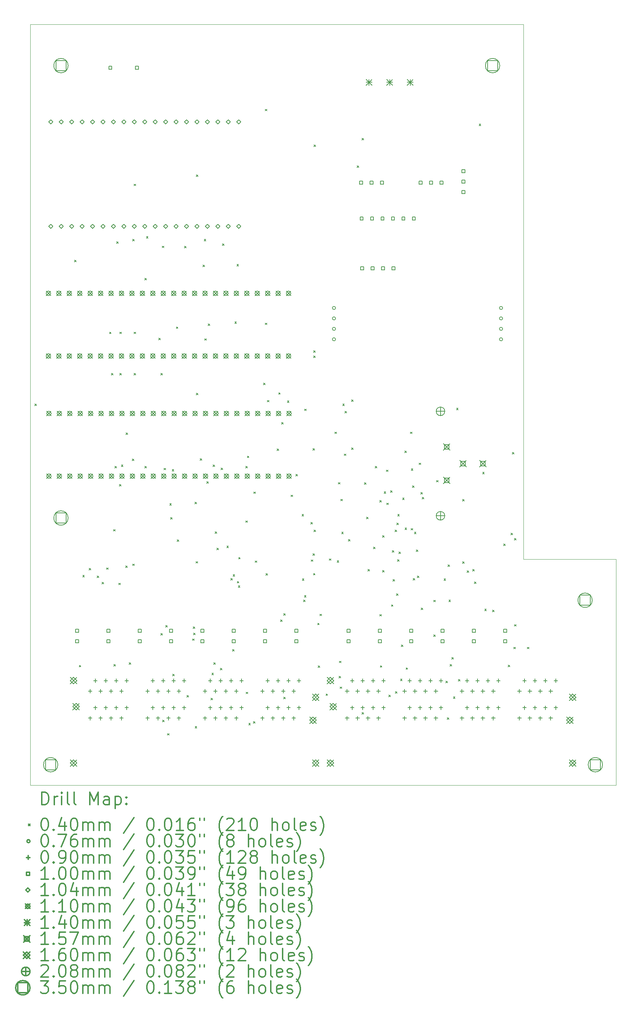
<source format=gbr>
%FSLAX45Y45*%
G04 Gerber Fmt 4.5, Leading zero omitted, Abs format (unit mm)*
G04 Created by KiCad (PCBNEW (5.1.9-0-10_14)) date 2021-08-05 14:32:15*
%MOMM*%
%LPD*%
G01*
G04 APERTURE LIST*
%TA.AperFunction,Profile*%
%ADD10C,0.050000*%
%TD*%
%ADD11C,0.200000*%
%ADD12C,0.300000*%
G04 APERTURE END LIST*
D10*
X15000000Y-17000000D02*
X15000000Y-16000000D01*
X17250000Y-17000000D02*
X15000000Y-17000000D01*
X17250000Y-22500000D02*
X17250000Y-17000000D01*
X3000000Y-22500000D02*
X17250000Y-22500000D01*
X15000000Y-4000000D02*
X15000000Y-16000000D01*
X15000000Y-4000000D02*
X3000000Y-4000000D01*
X3000000Y-22500000D02*
X3000000Y-4000000D01*
D11*
X3117730Y-13229820D02*
X3157730Y-13269820D01*
X3157730Y-13229820D02*
X3117730Y-13269820D01*
X4080000Y-9730000D02*
X4120000Y-9770000D01*
X4120000Y-9730000D02*
X4080000Y-9770000D01*
X4193710Y-19581150D02*
X4233710Y-19621150D01*
X4233710Y-19581150D02*
X4193710Y-19621150D01*
X4278970Y-17391140D02*
X4318970Y-17431140D01*
X4318970Y-17391140D02*
X4278970Y-17431140D01*
X4436390Y-17224760D02*
X4476390Y-17264760D01*
X4476390Y-17224760D02*
X4436390Y-17264760D01*
X4627410Y-17410010D02*
X4667410Y-17450010D01*
X4667410Y-17410010D02*
X4627410Y-17450010D01*
X4751700Y-17561550D02*
X4791700Y-17601550D01*
X4791700Y-17561550D02*
X4751700Y-17601550D01*
X4858280Y-17211930D02*
X4898280Y-17251930D01*
X4898280Y-17211930D02*
X4858280Y-17251930D01*
X4930000Y-11480000D02*
X4970000Y-11520000D01*
X4970000Y-11480000D02*
X4930000Y-11520000D01*
X4980000Y-12480000D02*
X5020000Y-12520000D01*
X5020000Y-12480000D02*
X4980000Y-12520000D01*
X5030000Y-16280000D02*
X5070000Y-16320000D01*
X5070000Y-16280000D02*
X5030000Y-16320000D01*
X5035530Y-19557900D02*
X5075530Y-19597900D01*
X5075530Y-19557900D02*
X5035530Y-19597900D01*
X5064310Y-14744170D02*
X5104310Y-14784170D01*
X5104310Y-14744170D02*
X5064310Y-14784170D01*
X5104680Y-9284450D02*
X5144680Y-9324450D01*
X5144680Y-9284450D02*
X5104680Y-9324450D01*
X5154190Y-17582710D02*
X5194190Y-17622710D01*
X5194190Y-17582710D02*
X5154190Y-17622710D01*
X5169500Y-15183450D02*
X5209500Y-15223450D01*
X5209500Y-15183450D02*
X5169500Y-15223450D01*
X5180000Y-11480000D02*
X5220000Y-11520000D01*
X5220000Y-11480000D02*
X5180000Y-11520000D01*
X5180000Y-12480000D02*
X5220000Y-12520000D01*
X5220000Y-12480000D02*
X5180000Y-12520000D01*
X5218930Y-14708150D02*
X5258930Y-14748150D01*
X5258930Y-14708150D02*
X5218930Y-14748150D01*
X5327320Y-17164990D02*
X5367320Y-17204990D01*
X5367320Y-17164990D02*
X5327320Y-17204990D01*
X5330000Y-13930000D02*
X5370000Y-13970000D01*
X5370000Y-13930000D02*
X5330000Y-13970000D01*
X5408360Y-19518840D02*
X5448360Y-19558840D01*
X5448360Y-19518840D02*
X5408360Y-19558840D01*
X5486500Y-14563660D02*
X5526500Y-14603660D01*
X5526500Y-14563660D02*
X5486500Y-14603660D01*
X5492130Y-17116600D02*
X5532130Y-17156600D01*
X5532130Y-17116600D02*
X5492130Y-17156600D01*
X5493560Y-9224090D02*
X5533560Y-9264090D01*
X5533560Y-9224090D02*
X5493560Y-9264090D01*
X5530000Y-7880000D02*
X5570000Y-7920000D01*
X5570000Y-7880000D02*
X5530000Y-7920000D01*
X5530000Y-11480000D02*
X5570000Y-11520000D01*
X5570000Y-11480000D02*
X5530000Y-11520000D01*
X5530000Y-12480000D02*
X5570000Y-12520000D01*
X5570000Y-12480000D02*
X5530000Y-12520000D01*
X5789400Y-10173490D02*
X5829400Y-10213490D01*
X5829400Y-10173490D02*
X5789400Y-10213490D01*
X5791220Y-14745300D02*
X5831220Y-14785300D01*
X5831220Y-14745300D02*
X5791220Y-14785300D01*
X5828160Y-9155340D02*
X5868160Y-9195340D01*
X5868160Y-9155340D02*
X5828160Y-9195340D01*
X6130000Y-11630000D02*
X6170000Y-11670000D01*
X6170000Y-11630000D02*
X6130000Y-11670000D01*
X6180000Y-12480000D02*
X6220000Y-12520000D01*
X6220000Y-12480000D02*
X6180000Y-12520000D01*
X6181670Y-18808960D02*
X6221670Y-18848960D01*
X6221670Y-18808960D02*
X6181670Y-18848960D01*
X6213280Y-9388360D02*
X6253280Y-9428360D01*
X6253280Y-9388360D02*
X6213280Y-9428360D01*
X6224430Y-20916900D02*
X6264430Y-20956900D01*
X6264430Y-20916900D02*
X6224430Y-20956900D01*
X6257090Y-14789070D02*
X6297090Y-14829070D01*
X6297090Y-14789070D02*
X6257090Y-14829070D01*
X6295670Y-18611920D02*
X6335670Y-18651920D01*
X6335670Y-18611920D02*
X6295670Y-18651920D01*
X6339320Y-21240080D02*
X6379320Y-21280080D01*
X6379320Y-21240080D02*
X6339320Y-21280080D01*
X6395300Y-15648630D02*
X6435300Y-15688630D01*
X6435300Y-15648630D02*
X6395300Y-15688630D01*
X6413830Y-15990350D02*
X6453830Y-16030350D01*
X6453830Y-15990350D02*
X6413830Y-16030350D01*
X6453940Y-14818830D02*
X6493940Y-14858830D01*
X6493940Y-14818830D02*
X6453940Y-14858830D01*
X6465510Y-19798240D02*
X6505510Y-19838240D01*
X6505510Y-19798240D02*
X6465510Y-19838240D01*
X6557280Y-11351180D02*
X6597280Y-11391180D01*
X6597280Y-11351180D02*
X6557280Y-11391180D01*
X6580000Y-16530000D02*
X6620000Y-16570000D01*
X6620000Y-16530000D02*
X6580000Y-16570000D01*
X6757940Y-9391060D02*
X6797940Y-9431060D01*
X6797940Y-9391060D02*
X6757940Y-9431060D01*
X6813560Y-20313110D02*
X6853560Y-20353110D01*
X6853560Y-20313110D02*
X6813560Y-20353110D01*
X6951830Y-18937390D02*
X6991830Y-18977390D01*
X6991830Y-18937390D02*
X6951830Y-18977390D01*
X6969610Y-18645800D02*
X7009610Y-18685800D01*
X7009610Y-18645800D02*
X6969610Y-18685800D01*
X6978530Y-18798280D02*
X7018530Y-18838280D01*
X7018530Y-18798280D02*
X6978530Y-18838280D01*
X7011680Y-15613950D02*
X7051680Y-15653950D01*
X7051680Y-15613950D02*
X7011680Y-15653950D01*
X7013420Y-21067170D02*
X7053420Y-21107170D01*
X7053420Y-21067170D02*
X7013420Y-21107170D01*
X7037420Y-17057650D02*
X7077420Y-17097650D01*
X7077420Y-17057650D02*
X7037420Y-17097650D01*
X7041020Y-7659010D02*
X7081020Y-7699010D01*
X7081020Y-7659010D02*
X7041020Y-7699010D01*
X7041380Y-12967300D02*
X7081380Y-13007300D01*
X7081380Y-12967300D02*
X7041380Y-13007300D01*
X7138730Y-14553890D02*
X7178730Y-14593890D01*
X7178730Y-14553890D02*
X7138730Y-14593890D01*
X7202090Y-9850570D02*
X7242090Y-9890570D01*
X7242090Y-9850570D02*
X7202090Y-9890570D01*
X7233170Y-9220700D02*
X7273170Y-9260700D01*
X7273170Y-9220700D02*
X7233170Y-9260700D01*
X7243610Y-11638770D02*
X7283610Y-11678770D01*
X7283610Y-11638770D02*
X7243610Y-11678770D01*
X7299920Y-15117210D02*
X7339920Y-15157210D01*
X7339920Y-15117210D02*
X7299920Y-15157210D01*
X7330000Y-11280000D02*
X7370000Y-11320000D01*
X7370000Y-11280000D02*
X7330000Y-11320000D01*
X7399250Y-20381380D02*
X7439250Y-20421380D01*
X7439250Y-20381380D02*
X7399250Y-20421380D01*
X7420100Y-19774030D02*
X7460100Y-19814030D01*
X7460100Y-19774030D02*
X7420100Y-19814030D01*
X7446860Y-14706680D02*
X7486860Y-14746680D01*
X7486860Y-14706680D02*
X7446860Y-14746680D01*
X7464640Y-19518840D02*
X7504640Y-19558840D01*
X7504640Y-19518840D02*
X7464640Y-19558840D01*
X7499820Y-16331670D02*
X7539820Y-16371670D01*
X7539820Y-16331670D02*
X7499820Y-16371670D01*
X7545860Y-16732610D02*
X7585860Y-16772610D01*
X7585860Y-16732610D02*
X7545860Y-16772610D01*
X7624870Y-19651630D02*
X7664870Y-19691630D01*
X7664870Y-19651630D02*
X7624870Y-19691630D01*
X7644810Y-14787300D02*
X7684810Y-14827300D01*
X7684810Y-14787300D02*
X7644810Y-14827300D01*
X7677340Y-9330210D02*
X7717340Y-9370210D01*
X7717340Y-9330210D02*
X7677340Y-9370210D01*
X7784070Y-16682570D02*
X7824070Y-16722570D01*
X7824070Y-16682570D02*
X7784070Y-16722570D01*
X7881790Y-17466850D02*
X7921790Y-17506850D01*
X7921790Y-17466850D02*
X7881790Y-17506850D01*
X7922890Y-19198870D02*
X7962890Y-19238870D01*
X7962890Y-19198870D02*
X7922890Y-19238870D01*
X7936280Y-17373800D02*
X7976280Y-17413800D01*
X7976280Y-17373800D02*
X7936280Y-17413800D01*
X7980000Y-11230000D02*
X8020000Y-11270000D01*
X8020000Y-11230000D02*
X7980000Y-11270000D01*
X8030000Y-9830000D02*
X8070000Y-9870000D01*
X8070000Y-9830000D02*
X8030000Y-9870000D01*
X8038730Y-17540210D02*
X8078730Y-17580210D01*
X8078730Y-17540210D02*
X8038730Y-17580210D01*
X8063070Y-17644780D02*
X8103070Y-17684780D01*
X8103070Y-17644780D02*
X8063070Y-17684780D01*
X8071980Y-16957890D02*
X8111980Y-16997890D01*
X8111980Y-16957890D02*
X8071980Y-16997890D01*
X8246700Y-14743970D02*
X8286700Y-14783970D01*
X8286700Y-14743970D02*
X8246700Y-14783970D01*
X8248440Y-16067700D02*
X8288440Y-16107700D01*
X8288440Y-16067700D02*
X8248440Y-16107700D01*
X8253230Y-20232620D02*
X8293230Y-20272620D01*
X8293230Y-20232620D02*
X8253230Y-20272620D01*
X8283950Y-14492870D02*
X8323950Y-14532870D01*
X8323950Y-14492870D02*
X8283950Y-14532870D01*
X8318320Y-20992400D02*
X8358320Y-21032400D01*
X8358320Y-20992400D02*
X8318320Y-21032400D01*
X8428960Y-20946850D02*
X8468960Y-20986850D01*
X8468960Y-20946850D02*
X8428960Y-20986850D01*
X8442940Y-15364520D02*
X8482940Y-15404520D01*
X8482940Y-15364520D02*
X8442940Y-15404520D01*
X8472170Y-17041310D02*
X8512170Y-17081310D01*
X8512170Y-17041310D02*
X8472170Y-17081310D01*
X8675950Y-12716720D02*
X8715950Y-12756720D01*
X8715950Y-12716720D02*
X8675950Y-12756720D01*
X8717660Y-6059480D02*
X8757660Y-6099480D01*
X8757660Y-6059480D02*
X8717660Y-6099480D01*
X8717660Y-11259570D02*
X8757660Y-11299570D01*
X8757660Y-11259570D02*
X8717660Y-11299570D01*
X8734540Y-17352880D02*
X8774540Y-17392880D01*
X8774540Y-17352880D02*
X8734540Y-17392880D01*
X8770840Y-13138030D02*
X8810840Y-13178030D01*
X8810840Y-13138030D02*
X8770840Y-13178030D01*
X9008700Y-14320950D02*
X9048700Y-14360950D01*
X9048700Y-14320950D02*
X9008700Y-14360950D01*
X9044530Y-12952890D02*
X9084530Y-12992890D01*
X9084530Y-12952890D02*
X9044530Y-12992890D01*
X9094810Y-18473930D02*
X9134810Y-18513930D01*
X9134810Y-18473930D02*
X9094810Y-18513930D01*
X9119920Y-13675130D02*
X9159920Y-13715130D01*
X9159920Y-13675130D02*
X9119920Y-13715130D01*
X9166880Y-18321850D02*
X9206880Y-18361850D01*
X9206880Y-18321850D02*
X9166880Y-18361850D01*
X9167080Y-20358540D02*
X9207080Y-20398540D01*
X9207080Y-20358540D02*
X9167080Y-20398540D01*
X9257730Y-13148940D02*
X9297730Y-13188940D01*
X9297730Y-13148940D02*
X9257730Y-13188940D01*
X9345740Y-15442220D02*
X9385740Y-15482220D01*
X9385740Y-15442220D02*
X9345740Y-15482220D01*
X9464270Y-14940480D02*
X9504270Y-14980480D01*
X9504270Y-14940480D02*
X9464270Y-14980480D01*
X9612580Y-15909270D02*
X9652580Y-15949270D01*
X9652580Y-15909270D02*
X9612580Y-15949270D01*
X9622290Y-17478850D02*
X9662290Y-17518850D01*
X9662290Y-17478850D02*
X9622290Y-17518850D01*
X9651250Y-17994470D02*
X9691250Y-18034470D01*
X9691250Y-17994470D02*
X9651250Y-18034470D01*
X9671710Y-17886680D02*
X9711710Y-17926680D01*
X9711710Y-17886680D02*
X9671710Y-17926680D01*
X9673710Y-13350730D02*
X9713710Y-13390730D01*
X9713710Y-13350730D02*
X9673710Y-13390730D01*
X9831800Y-16107620D02*
X9871800Y-16147620D01*
X9871800Y-16107620D02*
X9831800Y-16147620D01*
X9834680Y-17016700D02*
X9874680Y-17056700D01*
X9874680Y-17016700D02*
X9834680Y-17056700D01*
X9876970Y-14309500D02*
X9916970Y-14349500D01*
X9916970Y-14309500D02*
X9876970Y-14349500D01*
X9877990Y-16867190D02*
X9917990Y-16907190D01*
X9917990Y-16867190D02*
X9877990Y-16907190D01*
X9892940Y-17347180D02*
X9932940Y-17387180D01*
X9932940Y-17347180D02*
X9892940Y-17387180D01*
X9898500Y-12056000D02*
X9938500Y-12096000D01*
X9938500Y-12056000D02*
X9898500Y-12096000D01*
X9898510Y-11933320D02*
X9938510Y-11973320D01*
X9938510Y-11933320D02*
X9898510Y-11973320D01*
X9906830Y-6925020D02*
X9946830Y-6965020D01*
X9946830Y-6925020D02*
X9906830Y-6965020D01*
X9906930Y-16290870D02*
X9946930Y-16330870D01*
X9946930Y-16290870D02*
X9906930Y-16330870D01*
X9994400Y-18556720D02*
X10034400Y-18596720D01*
X10034400Y-18556720D02*
X9994400Y-18596720D01*
X10009580Y-19593130D02*
X10049580Y-19633130D01*
X10049580Y-19593130D02*
X10009580Y-19633130D01*
X10050200Y-18337070D02*
X10090200Y-18377070D01*
X10090200Y-18337070D02*
X10050200Y-18377070D01*
X10196870Y-20276600D02*
X10236870Y-20316600D01*
X10236870Y-20276600D02*
X10196870Y-20316600D01*
X10279970Y-16989540D02*
X10319970Y-17029540D01*
X10319970Y-16989540D02*
X10279970Y-17029540D01*
X10412430Y-13909880D02*
X10452430Y-13949880D01*
X10452430Y-13909880D02*
X10412430Y-13949880D01*
X10467690Y-17034510D02*
X10507690Y-17074510D01*
X10507690Y-17034510D02*
X10467690Y-17074510D01*
X10499220Y-15135320D02*
X10539220Y-15175320D01*
X10539220Y-15135320D02*
X10499220Y-15175320D01*
X10515390Y-19847100D02*
X10555390Y-19887100D01*
X10555390Y-19847100D02*
X10515390Y-19887100D01*
X10522800Y-19480280D02*
X10562800Y-19520280D01*
X10562800Y-19480280D02*
X10522800Y-19520280D01*
X10542140Y-20106940D02*
X10582140Y-20146940D01*
X10582140Y-20106940D02*
X10542140Y-20146940D01*
X10557780Y-15543450D02*
X10597780Y-15583450D01*
X10597780Y-15543450D02*
X10557780Y-15583450D01*
X10579100Y-16341980D02*
X10619100Y-16381980D01*
X10619100Y-16341980D02*
X10579100Y-16381980D01*
X10604510Y-13229820D02*
X10644510Y-13269820D01*
X10644510Y-13229820D02*
X10604510Y-13269820D01*
X10641750Y-14441830D02*
X10681750Y-14481830D01*
X10681750Y-14441830D02*
X10641750Y-14481830D01*
X10658250Y-13407170D02*
X10698250Y-13447170D01*
X10698250Y-13407170D02*
X10658250Y-13447170D01*
X10741810Y-16519150D02*
X10781810Y-16559150D01*
X10781810Y-16519150D02*
X10741810Y-16559150D01*
X10819020Y-13125060D02*
X10859020Y-13165060D01*
X10859020Y-13125060D02*
X10819020Y-13165060D01*
X10819060Y-14291710D02*
X10859060Y-14331710D01*
X10859060Y-14291710D02*
X10819060Y-14331710D01*
X10952300Y-7433450D02*
X10992300Y-7473450D01*
X10992300Y-7433450D02*
X10952300Y-7473450D01*
X11071010Y-20728980D02*
X11111010Y-20768980D01*
X11111010Y-20728980D02*
X11071010Y-20768980D01*
X11074890Y-6765380D02*
X11114890Y-6805380D01*
X11114890Y-6765380D02*
X11074890Y-6805380D01*
X11133250Y-15140420D02*
X11173250Y-15180420D01*
X11173250Y-15140420D02*
X11133250Y-15180420D01*
X11184170Y-15975920D02*
X11224170Y-16015920D01*
X11224170Y-15975920D02*
X11184170Y-16015920D01*
X11217390Y-17248910D02*
X11257390Y-17288910D01*
X11257390Y-17248910D02*
X11217390Y-17288910D01*
X11353670Y-16709970D02*
X11393670Y-16749970D01*
X11393670Y-16709970D02*
X11353670Y-16749970D01*
X11398010Y-14744730D02*
X11438010Y-14784730D01*
X11438010Y-14744730D02*
X11398010Y-14784730D01*
X11504730Y-15573990D02*
X11544730Y-15613990D01*
X11544730Y-15573990D02*
X11504730Y-15613990D01*
X11505480Y-18344640D02*
X11545480Y-18384640D01*
X11545480Y-18344640D02*
X11505480Y-18384640D01*
X11516850Y-19590240D02*
X11556850Y-19630240D01*
X11556850Y-19590240D02*
X11516850Y-19630240D01*
X11571570Y-16429220D02*
X11611570Y-16469220D01*
X11611570Y-16429220D02*
X11571570Y-16469220D01*
X11572080Y-17274010D02*
X11612080Y-17314010D01*
X11612080Y-17274010D02*
X11572080Y-17314010D01*
X11610760Y-15360160D02*
X11650760Y-15400160D01*
X11650760Y-15360160D02*
X11610760Y-15400160D01*
X11667730Y-14832440D02*
X11707730Y-14872440D01*
X11707730Y-14832440D02*
X11667730Y-14872440D01*
X11673590Y-15636600D02*
X11713590Y-15676600D01*
X11713590Y-15636600D02*
X11673590Y-15676600D01*
X11724580Y-20304140D02*
X11764580Y-20344140D01*
X11764580Y-20304140D02*
X11724580Y-20344140D01*
X11766460Y-15338340D02*
X11806460Y-15378340D01*
X11806460Y-15338340D02*
X11766460Y-15378340D01*
X11788880Y-18108090D02*
X11828880Y-18148090D01*
X11828880Y-18108090D02*
X11788880Y-18148090D01*
X11807960Y-16789380D02*
X11847960Y-16829380D01*
X11847960Y-16789380D02*
X11807960Y-16829380D01*
X11825580Y-17491720D02*
X11865580Y-17531720D01*
X11865580Y-17491720D02*
X11825580Y-17531720D01*
X11876780Y-16290870D02*
X11916780Y-16330870D01*
X11916780Y-16290870D02*
X11876780Y-16330870D01*
X11883680Y-20222180D02*
X11923680Y-20262180D01*
X11923680Y-20222180D02*
X11883680Y-20262180D01*
X11911210Y-17844210D02*
X11951210Y-17884210D01*
X11951210Y-17844210D02*
X11911210Y-17884210D01*
X11917520Y-16125750D02*
X11957520Y-16165750D01*
X11957520Y-16125750D02*
X11917520Y-16165750D01*
X11936610Y-17014310D02*
X11976610Y-17054310D01*
X11976610Y-17014310D02*
X11936610Y-17054310D01*
X11940650Y-15909740D02*
X11980650Y-15949740D01*
X11980650Y-15909740D02*
X11940650Y-15949740D01*
X11969550Y-16828430D02*
X12009550Y-16868430D01*
X12009550Y-16828430D02*
X11969550Y-16868430D01*
X12008290Y-19916800D02*
X12048290Y-19956800D01*
X12048290Y-19916800D02*
X12008290Y-19956800D01*
X12029720Y-19087240D02*
X12069720Y-19127240D01*
X12069720Y-19087240D02*
X12029720Y-19127240D01*
X12059620Y-15515170D02*
X12099620Y-15555170D01*
X12099620Y-15515170D02*
X12059620Y-15555170D01*
X12117150Y-14369490D02*
X12157150Y-14409490D01*
X12157150Y-14369490D02*
X12117150Y-14409490D01*
X12118290Y-16244280D02*
X12158290Y-16284280D01*
X12158290Y-16244280D02*
X12118290Y-16284280D01*
X12145620Y-19641490D02*
X12185620Y-19681490D01*
X12185620Y-19641490D02*
X12145620Y-19681490D01*
X12252150Y-13907800D02*
X12292150Y-13947800D01*
X12292150Y-13907800D02*
X12252150Y-13947800D01*
X12265620Y-16254290D02*
X12305620Y-16294290D01*
X12305620Y-16254290D02*
X12265620Y-16294290D01*
X12271460Y-14804870D02*
X12311460Y-14844870D01*
X12311460Y-14804870D02*
X12271460Y-14844870D01*
X12300350Y-15217870D02*
X12340350Y-15257870D01*
X12340350Y-15217870D02*
X12300350Y-15257870D01*
X12318900Y-17469240D02*
X12358900Y-17509240D01*
X12358900Y-17469240D02*
X12318900Y-17509240D01*
X12346700Y-16345800D02*
X12386700Y-16385800D01*
X12386700Y-16345800D02*
X12346700Y-16385800D01*
X12393420Y-16774020D02*
X12433420Y-16814020D01*
X12433420Y-16774020D02*
X12393420Y-16814020D01*
X12421130Y-17412040D02*
X12461130Y-17452040D01*
X12461130Y-17412040D02*
X12421130Y-17452040D01*
X12460850Y-14661710D02*
X12500850Y-14701710D01*
X12500850Y-14661710D02*
X12460850Y-14701710D01*
X12503310Y-15376220D02*
X12543310Y-15416220D01*
X12543310Y-15376220D02*
X12503310Y-15416220D01*
X12511440Y-18190380D02*
X12551440Y-18230380D01*
X12551440Y-18190380D02*
X12511440Y-18230380D01*
X12536040Y-15498690D02*
X12576040Y-15538690D01*
X12576040Y-15498690D02*
X12536040Y-15538690D01*
X12817450Y-18838500D02*
X12857450Y-18878500D01*
X12857450Y-18838500D02*
X12817450Y-18878500D01*
X12820580Y-17998830D02*
X12860580Y-18038830D01*
X12860580Y-17998830D02*
X12820580Y-18038830D01*
X12882710Y-15085980D02*
X12922710Y-15125980D01*
X12922710Y-15085980D02*
X12882710Y-15125980D01*
X13066580Y-17476050D02*
X13106580Y-17516050D01*
X13106580Y-17476050D02*
X13066580Y-17516050D01*
X13111700Y-19968640D02*
X13151700Y-20008640D01*
X13151700Y-19968640D02*
X13111700Y-20008640D01*
X13146310Y-20852990D02*
X13186310Y-20892990D01*
X13186310Y-20852990D02*
X13146310Y-20892990D01*
X13165460Y-17140770D02*
X13205460Y-17180770D01*
X13205460Y-17140770D02*
X13165460Y-17180770D01*
X13185130Y-17992560D02*
X13225130Y-18032560D01*
X13225130Y-17992560D02*
X13185130Y-18032560D01*
X13218270Y-19561540D02*
X13258270Y-19601540D01*
X13258270Y-19561540D02*
X13218270Y-19601540D01*
X13255490Y-19392790D02*
X13295490Y-19432790D01*
X13295490Y-19392790D02*
X13255490Y-19432790D01*
X13295460Y-20349950D02*
X13335460Y-20389950D01*
X13335460Y-20349950D02*
X13295460Y-20389950D01*
X13372030Y-13331540D02*
X13412030Y-13371540D01*
X13412030Y-13331540D02*
X13372030Y-13371540D01*
X13421030Y-19922320D02*
X13461030Y-19962320D01*
X13461030Y-19922320D02*
X13421030Y-19962320D01*
X13519010Y-17060820D02*
X13559010Y-17100820D01*
X13559010Y-17060820D02*
X13519010Y-17100820D01*
X13520230Y-15548230D02*
X13560230Y-15588230D01*
X13560230Y-15548230D02*
X13520230Y-15588230D01*
X13627950Y-17280270D02*
X13667950Y-17320270D01*
X13667950Y-17280270D02*
X13627950Y-17320270D01*
X13764930Y-17251640D02*
X13804930Y-17291640D01*
X13804930Y-17251640D02*
X13764930Y-17291640D01*
X13808140Y-17552360D02*
X13848140Y-17592360D01*
X13848140Y-17552360D02*
X13808140Y-17592360D01*
X13921820Y-6418700D02*
X13961820Y-6458700D01*
X13961820Y-6418700D02*
X13921820Y-6458700D01*
X14006720Y-14888980D02*
X14046720Y-14928980D01*
X14046720Y-14888980D02*
X14006720Y-14928980D01*
X14058640Y-18215740D02*
X14098640Y-18255740D01*
X14098640Y-18215740D02*
X14058640Y-18255740D01*
X14251110Y-18237060D02*
X14291110Y-18277060D01*
X14291110Y-18237060D02*
X14251110Y-18277060D01*
X14518980Y-16632470D02*
X14558980Y-16672470D01*
X14558980Y-16632470D02*
X14518980Y-16672470D01*
X14627010Y-19576140D02*
X14667010Y-19616140D01*
X14667010Y-19576140D02*
X14627010Y-19616140D01*
X14698490Y-16366240D02*
X14738490Y-16406240D01*
X14738490Y-16366240D02*
X14698490Y-16406240D01*
X14733500Y-14401660D02*
X14773500Y-14441660D01*
X14773500Y-14401660D02*
X14733500Y-14441660D01*
X14766570Y-19140740D02*
X14806570Y-19180740D01*
X14806570Y-19140740D02*
X14766570Y-19180740D01*
X14782000Y-16494860D02*
X14822000Y-16534860D01*
X14822000Y-16494860D02*
X14782000Y-16534860D01*
X14783100Y-18591000D02*
X14823100Y-18631000D01*
X14823100Y-18591000D02*
X14783100Y-18631000D01*
X15097740Y-19140570D02*
X15137740Y-19180570D01*
X15137740Y-19140570D02*
X15097740Y-19180570D01*
X10429500Y-10892200D02*
G75*
G03*
X10429500Y-10892200I-38100J0D01*
G01*
X10429500Y-11146200D02*
G75*
G03*
X10429500Y-11146200I-38100J0D01*
G01*
X10429500Y-11400200D02*
G75*
G03*
X10429500Y-11400200I-38100J0D01*
G01*
X10429500Y-11654200D02*
G75*
G03*
X10429500Y-11654200I-38100J0D01*
G01*
X14493500Y-10892200D02*
G75*
G03*
X14493500Y-10892200I-38100J0D01*
G01*
X14493500Y-11146200D02*
G75*
G03*
X14493500Y-11146200I-38100J0D01*
G01*
X14493500Y-11400200D02*
G75*
G03*
X14493500Y-11400200I-38100J0D01*
G01*
X14493500Y-11654200D02*
G75*
G03*
X14493500Y-11654200I-38100J0D01*
G01*
X4460000Y-20163000D02*
X4460000Y-20253000D01*
X4415000Y-20208000D02*
X4505000Y-20208000D01*
X4460000Y-20820000D02*
X4460000Y-20910000D01*
X4415000Y-20865000D02*
X4505000Y-20865000D01*
X4586000Y-19909000D02*
X4586000Y-19999000D01*
X4541000Y-19954000D02*
X4631000Y-19954000D01*
X4586000Y-20566000D02*
X4586000Y-20656000D01*
X4541000Y-20611000D02*
X4631000Y-20611000D01*
X4714000Y-20163000D02*
X4714000Y-20253000D01*
X4669000Y-20208000D02*
X4759000Y-20208000D01*
X4714000Y-20820000D02*
X4714000Y-20910000D01*
X4669000Y-20865000D02*
X4759000Y-20865000D01*
X4840000Y-19909000D02*
X4840000Y-19999000D01*
X4795000Y-19954000D02*
X4885000Y-19954000D01*
X4840000Y-20566000D02*
X4840000Y-20656000D01*
X4795000Y-20611000D02*
X4885000Y-20611000D01*
X4968000Y-20163000D02*
X4968000Y-20253000D01*
X4923000Y-20208000D02*
X5013000Y-20208000D01*
X4968000Y-20820000D02*
X4968000Y-20910000D01*
X4923000Y-20865000D02*
X5013000Y-20865000D01*
X5094000Y-19909000D02*
X5094000Y-19999000D01*
X5049000Y-19954000D02*
X5139000Y-19954000D01*
X5094000Y-20566000D02*
X5094000Y-20656000D01*
X5049000Y-20611000D02*
X5139000Y-20611000D01*
X5222000Y-20163000D02*
X5222000Y-20253000D01*
X5177000Y-20208000D02*
X5267000Y-20208000D01*
X5222000Y-20820000D02*
X5222000Y-20910000D01*
X5177000Y-20865000D02*
X5267000Y-20865000D01*
X5348000Y-19909000D02*
X5348000Y-19999000D01*
X5303000Y-19954000D02*
X5393000Y-19954000D01*
X5348000Y-20566000D02*
X5348000Y-20656000D01*
X5303000Y-20611000D02*
X5393000Y-20611000D01*
X5857000Y-20163000D02*
X5857000Y-20253000D01*
X5812000Y-20208000D02*
X5902000Y-20208000D01*
X5857000Y-20820000D02*
X5857000Y-20910000D01*
X5812000Y-20865000D02*
X5902000Y-20865000D01*
X5983000Y-19909000D02*
X5983000Y-19999000D01*
X5938000Y-19954000D02*
X6028000Y-19954000D01*
X5983000Y-20566000D02*
X5983000Y-20656000D01*
X5938000Y-20611000D02*
X6028000Y-20611000D01*
X6111000Y-20163000D02*
X6111000Y-20253000D01*
X6066000Y-20208000D02*
X6156000Y-20208000D01*
X6111000Y-20820000D02*
X6111000Y-20910000D01*
X6066000Y-20865000D02*
X6156000Y-20865000D01*
X6237000Y-19909000D02*
X6237000Y-19999000D01*
X6192000Y-19954000D02*
X6282000Y-19954000D01*
X6237000Y-20566000D02*
X6237000Y-20656000D01*
X6192000Y-20611000D02*
X6282000Y-20611000D01*
X6365000Y-20163000D02*
X6365000Y-20253000D01*
X6320000Y-20208000D02*
X6410000Y-20208000D01*
X6365000Y-20820000D02*
X6365000Y-20910000D01*
X6320000Y-20865000D02*
X6410000Y-20865000D01*
X6491000Y-19909000D02*
X6491000Y-19999000D01*
X6446000Y-19954000D02*
X6536000Y-19954000D01*
X6491000Y-20566000D02*
X6491000Y-20656000D01*
X6446000Y-20611000D02*
X6536000Y-20611000D01*
X6619000Y-20163000D02*
X6619000Y-20253000D01*
X6574000Y-20208000D02*
X6664000Y-20208000D01*
X6619000Y-20820000D02*
X6619000Y-20910000D01*
X6574000Y-20865000D02*
X6664000Y-20865000D01*
X6745000Y-19909000D02*
X6745000Y-19999000D01*
X6700000Y-19954000D02*
X6790000Y-19954000D01*
X6745000Y-20566000D02*
X6745000Y-20656000D01*
X6700000Y-20611000D02*
X6790000Y-20611000D01*
X7254000Y-20163000D02*
X7254000Y-20253000D01*
X7209000Y-20208000D02*
X7299000Y-20208000D01*
X7254000Y-20820000D02*
X7254000Y-20910000D01*
X7209000Y-20865000D02*
X7299000Y-20865000D01*
X7380000Y-19909000D02*
X7380000Y-19999000D01*
X7335000Y-19954000D02*
X7425000Y-19954000D01*
X7380000Y-20566000D02*
X7380000Y-20656000D01*
X7335000Y-20611000D02*
X7425000Y-20611000D01*
X7508000Y-20163000D02*
X7508000Y-20253000D01*
X7463000Y-20208000D02*
X7553000Y-20208000D01*
X7508000Y-20820000D02*
X7508000Y-20910000D01*
X7463000Y-20865000D02*
X7553000Y-20865000D01*
X7634000Y-19909000D02*
X7634000Y-19999000D01*
X7589000Y-19954000D02*
X7679000Y-19954000D01*
X7634000Y-20566000D02*
X7634000Y-20656000D01*
X7589000Y-20611000D02*
X7679000Y-20611000D01*
X7762000Y-20163000D02*
X7762000Y-20253000D01*
X7717000Y-20208000D02*
X7807000Y-20208000D01*
X7762000Y-20820000D02*
X7762000Y-20910000D01*
X7717000Y-20865000D02*
X7807000Y-20865000D01*
X7888000Y-19909000D02*
X7888000Y-19999000D01*
X7843000Y-19954000D02*
X7933000Y-19954000D01*
X7888000Y-20566000D02*
X7888000Y-20656000D01*
X7843000Y-20611000D02*
X7933000Y-20611000D01*
X8016000Y-20163000D02*
X8016000Y-20253000D01*
X7971000Y-20208000D02*
X8061000Y-20208000D01*
X8016000Y-20820000D02*
X8016000Y-20910000D01*
X7971000Y-20865000D02*
X8061000Y-20865000D01*
X8142000Y-19909000D02*
X8142000Y-19999000D01*
X8097000Y-19954000D02*
X8187000Y-19954000D01*
X8142000Y-20566000D02*
X8142000Y-20656000D01*
X8097000Y-20611000D02*
X8187000Y-20611000D01*
X8651000Y-20163000D02*
X8651000Y-20253000D01*
X8606000Y-20208000D02*
X8696000Y-20208000D01*
X8651000Y-20820000D02*
X8651000Y-20910000D01*
X8606000Y-20865000D02*
X8696000Y-20865000D01*
X8777000Y-19909000D02*
X8777000Y-19999000D01*
X8732000Y-19954000D02*
X8822000Y-19954000D01*
X8777000Y-20566000D02*
X8777000Y-20656000D01*
X8732000Y-20611000D02*
X8822000Y-20611000D01*
X8905000Y-20163000D02*
X8905000Y-20253000D01*
X8860000Y-20208000D02*
X8950000Y-20208000D01*
X8905000Y-20820000D02*
X8905000Y-20910000D01*
X8860000Y-20865000D02*
X8950000Y-20865000D01*
X9031000Y-19909000D02*
X9031000Y-19999000D01*
X8986000Y-19954000D02*
X9076000Y-19954000D01*
X9031000Y-20566000D02*
X9031000Y-20656000D01*
X8986000Y-20611000D02*
X9076000Y-20611000D01*
X9159000Y-20163000D02*
X9159000Y-20253000D01*
X9114000Y-20208000D02*
X9204000Y-20208000D01*
X9159000Y-20820000D02*
X9159000Y-20910000D01*
X9114000Y-20865000D02*
X9204000Y-20865000D01*
X9285000Y-19909000D02*
X9285000Y-19999000D01*
X9240000Y-19954000D02*
X9330000Y-19954000D01*
X9285000Y-20566000D02*
X9285000Y-20656000D01*
X9240000Y-20611000D02*
X9330000Y-20611000D01*
X9413000Y-20163000D02*
X9413000Y-20253000D01*
X9368000Y-20208000D02*
X9458000Y-20208000D01*
X9413000Y-20820000D02*
X9413000Y-20910000D01*
X9368000Y-20865000D02*
X9458000Y-20865000D01*
X9539000Y-19909000D02*
X9539000Y-19999000D01*
X9494000Y-19954000D02*
X9584000Y-19954000D01*
X9539000Y-20566000D02*
X9539000Y-20656000D01*
X9494000Y-20611000D02*
X9584000Y-20611000D01*
X10710000Y-20163000D02*
X10710000Y-20253000D01*
X10665000Y-20208000D02*
X10755000Y-20208000D01*
X10710000Y-20820000D02*
X10710000Y-20910000D01*
X10665000Y-20865000D02*
X10755000Y-20865000D01*
X10836000Y-19909000D02*
X10836000Y-19999000D01*
X10791000Y-19954000D02*
X10881000Y-19954000D01*
X10836000Y-20566000D02*
X10836000Y-20656000D01*
X10791000Y-20611000D02*
X10881000Y-20611000D01*
X10964000Y-20163000D02*
X10964000Y-20253000D01*
X10919000Y-20208000D02*
X11009000Y-20208000D01*
X10964000Y-20820000D02*
X10964000Y-20910000D01*
X10919000Y-20865000D02*
X11009000Y-20865000D01*
X11090000Y-19909000D02*
X11090000Y-19999000D01*
X11045000Y-19954000D02*
X11135000Y-19954000D01*
X11090000Y-20566000D02*
X11090000Y-20656000D01*
X11045000Y-20611000D02*
X11135000Y-20611000D01*
X11218000Y-20163000D02*
X11218000Y-20253000D01*
X11173000Y-20208000D02*
X11263000Y-20208000D01*
X11218000Y-20820000D02*
X11218000Y-20910000D01*
X11173000Y-20865000D02*
X11263000Y-20865000D01*
X11344000Y-19909000D02*
X11344000Y-19999000D01*
X11299000Y-19954000D02*
X11389000Y-19954000D01*
X11344000Y-20566000D02*
X11344000Y-20656000D01*
X11299000Y-20611000D02*
X11389000Y-20611000D01*
X11472000Y-20163000D02*
X11472000Y-20253000D01*
X11427000Y-20208000D02*
X11517000Y-20208000D01*
X11472000Y-20820000D02*
X11472000Y-20910000D01*
X11427000Y-20865000D02*
X11517000Y-20865000D01*
X11598000Y-19909000D02*
X11598000Y-19999000D01*
X11553000Y-19954000D02*
X11643000Y-19954000D01*
X11598000Y-20566000D02*
X11598000Y-20656000D01*
X11553000Y-20611000D02*
X11643000Y-20611000D01*
X12107000Y-20163000D02*
X12107000Y-20253000D01*
X12062000Y-20208000D02*
X12152000Y-20208000D01*
X12107000Y-20820000D02*
X12107000Y-20910000D01*
X12062000Y-20865000D02*
X12152000Y-20865000D01*
X12233000Y-19909000D02*
X12233000Y-19999000D01*
X12188000Y-19954000D02*
X12278000Y-19954000D01*
X12233000Y-20566000D02*
X12233000Y-20656000D01*
X12188000Y-20611000D02*
X12278000Y-20611000D01*
X12361000Y-20163000D02*
X12361000Y-20253000D01*
X12316000Y-20208000D02*
X12406000Y-20208000D01*
X12361000Y-20820000D02*
X12361000Y-20910000D01*
X12316000Y-20865000D02*
X12406000Y-20865000D01*
X12487000Y-19909000D02*
X12487000Y-19999000D01*
X12442000Y-19954000D02*
X12532000Y-19954000D01*
X12487000Y-20566000D02*
X12487000Y-20656000D01*
X12442000Y-20611000D02*
X12532000Y-20611000D01*
X12615000Y-20163000D02*
X12615000Y-20253000D01*
X12570000Y-20208000D02*
X12660000Y-20208000D01*
X12615000Y-20820000D02*
X12615000Y-20910000D01*
X12570000Y-20865000D02*
X12660000Y-20865000D01*
X12741000Y-19909000D02*
X12741000Y-19999000D01*
X12696000Y-19954000D02*
X12786000Y-19954000D01*
X12741000Y-20566000D02*
X12741000Y-20656000D01*
X12696000Y-20611000D02*
X12786000Y-20611000D01*
X12869000Y-20163000D02*
X12869000Y-20253000D01*
X12824000Y-20208000D02*
X12914000Y-20208000D01*
X12869000Y-20820000D02*
X12869000Y-20910000D01*
X12824000Y-20865000D02*
X12914000Y-20865000D01*
X12995000Y-19909000D02*
X12995000Y-19999000D01*
X12950000Y-19954000D02*
X13040000Y-19954000D01*
X12995000Y-20566000D02*
X12995000Y-20656000D01*
X12950000Y-20611000D02*
X13040000Y-20611000D01*
X13504000Y-20163000D02*
X13504000Y-20253000D01*
X13459000Y-20208000D02*
X13549000Y-20208000D01*
X13504000Y-20820000D02*
X13504000Y-20910000D01*
X13459000Y-20865000D02*
X13549000Y-20865000D01*
X13630000Y-19909000D02*
X13630000Y-19999000D01*
X13585000Y-19954000D02*
X13675000Y-19954000D01*
X13630000Y-20566000D02*
X13630000Y-20656000D01*
X13585000Y-20611000D02*
X13675000Y-20611000D01*
X13758000Y-20163000D02*
X13758000Y-20253000D01*
X13713000Y-20208000D02*
X13803000Y-20208000D01*
X13758000Y-20820000D02*
X13758000Y-20910000D01*
X13713000Y-20865000D02*
X13803000Y-20865000D01*
X13884000Y-19909000D02*
X13884000Y-19999000D01*
X13839000Y-19954000D02*
X13929000Y-19954000D01*
X13884000Y-20566000D02*
X13884000Y-20656000D01*
X13839000Y-20611000D02*
X13929000Y-20611000D01*
X14012000Y-20163000D02*
X14012000Y-20253000D01*
X13967000Y-20208000D02*
X14057000Y-20208000D01*
X14012000Y-20820000D02*
X14012000Y-20910000D01*
X13967000Y-20865000D02*
X14057000Y-20865000D01*
X14138000Y-19909000D02*
X14138000Y-19999000D01*
X14093000Y-19954000D02*
X14183000Y-19954000D01*
X14138000Y-20566000D02*
X14138000Y-20656000D01*
X14093000Y-20611000D02*
X14183000Y-20611000D01*
X14266000Y-20163000D02*
X14266000Y-20253000D01*
X14221000Y-20208000D02*
X14311000Y-20208000D01*
X14266000Y-20820000D02*
X14266000Y-20910000D01*
X14221000Y-20865000D02*
X14311000Y-20865000D01*
X14392000Y-19909000D02*
X14392000Y-19999000D01*
X14347000Y-19954000D02*
X14437000Y-19954000D01*
X14392000Y-20566000D02*
X14392000Y-20656000D01*
X14347000Y-20611000D02*
X14437000Y-20611000D01*
X14901000Y-20163000D02*
X14901000Y-20253000D01*
X14856000Y-20208000D02*
X14946000Y-20208000D01*
X14901000Y-20820000D02*
X14901000Y-20910000D01*
X14856000Y-20865000D02*
X14946000Y-20865000D01*
X15027000Y-19909000D02*
X15027000Y-19999000D01*
X14982000Y-19954000D02*
X15072000Y-19954000D01*
X15027000Y-20566000D02*
X15027000Y-20656000D01*
X14982000Y-20611000D02*
X15072000Y-20611000D01*
X15155000Y-20163000D02*
X15155000Y-20253000D01*
X15110000Y-20208000D02*
X15200000Y-20208000D01*
X15155000Y-20820000D02*
X15155000Y-20910000D01*
X15110000Y-20865000D02*
X15200000Y-20865000D01*
X15281000Y-19909000D02*
X15281000Y-19999000D01*
X15236000Y-19954000D02*
X15326000Y-19954000D01*
X15281000Y-20566000D02*
X15281000Y-20656000D01*
X15236000Y-20611000D02*
X15326000Y-20611000D01*
X15409000Y-20163000D02*
X15409000Y-20253000D01*
X15364000Y-20208000D02*
X15454000Y-20208000D01*
X15409000Y-20820000D02*
X15409000Y-20910000D01*
X15364000Y-20865000D02*
X15454000Y-20865000D01*
X15535000Y-19909000D02*
X15535000Y-19999000D01*
X15490000Y-19954000D02*
X15580000Y-19954000D01*
X15535000Y-20566000D02*
X15535000Y-20656000D01*
X15490000Y-20611000D02*
X15580000Y-20611000D01*
X15663000Y-20163000D02*
X15663000Y-20253000D01*
X15618000Y-20208000D02*
X15708000Y-20208000D01*
X15663000Y-20820000D02*
X15663000Y-20910000D01*
X15618000Y-20865000D02*
X15708000Y-20865000D01*
X15789000Y-19909000D02*
X15789000Y-19999000D01*
X15744000Y-19954000D02*
X15834000Y-19954000D01*
X15789000Y-20566000D02*
X15789000Y-20656000D01*
X15744000Y-20611000D02*
X15834000Y-20611000D01*
X4177356Y-18777356D02*
X4177356Y-18706644D01*
X4106644Y-18706644D01*
X4106644Y-18777356D01*
X4177356Y-18777356D01*
X4177356Y-19031356D02*
X4177356Y-18960644D01*
X4106644Y-18960644D01*
X4106644Y-19031356D01*
X4177356Y-19031356D01*
X4939356Y-18777356D02*
X4939356Y-18706644D01*
X4868644Y-18706644D01*
X4868644Y-18777356D01*
X4939356Y-18777356D01*
X4939356Y-19031356D02*
X4939356Y-18960644D01*
X4868644Y-18960644D01*
X4868644Y-19031356D01*
X4939356Y-19031356D01*
X4985356Y-5085556D02*
X4985356Y-5014844D01*
X4914644Y-5014844D01*
X4914644Y-5085556D01*
X4985356Y-5085556D01*
X5635356Y-5085556D02*
X5635356Y-5014844D01*
X5564644Y-5014844D01*
X5564644Y-5085556D01*
X5635356Y-5085556D01*
X5701356Y-18777356D02*
X5701356Y-18706644D01*
X5630644Y-18706644D01*
X5630644Y-18777356D01*
X5701356Y-18777356D01*
X5701356Y-19031356D02*
X5701356Y-18960644D01*
X5630644Y-18960644D01*
X5630644Y-19031356D01*
X5701356Y-19031356D01*
X6463356Y-18777356D02*
X6463356Y-18706644D01*
X6392644Y-18706644D01*
X6392644Y-18777356D01*
X6463356Y-18777356D01*
X6463356Y-19031356D02*
X6463356Y-18960644D01*
X6392644Y-18960644D01*
X6392644Y-19031356D01*
X6463356Y-19031356D01*
X7225356Y-18777356D02*
X7225356Y-18706644D01*
X7154644Y-18706644D01*
X7154644Y-18777356D01*
X7225356Y-18777356D01*
X7225356Y-19031356D02*
X7225356Y-18960644D01*
X7154644Y-18960644D01*
X7154644Y-19031356D01*
X7225356Y-19031356D01*
X7987356Y-18777356D02*
X7987356Y-18706644D01*
X7916644Y-18706644D01*
X7916644Y-18777356D01*
X7987356Y-18777356D01*
X7987356Y-19031356D02*
X7987356Y-18960644D01*
X7916644Y-18960644D01*
X7916644Y-19031356D01*
X7987356Y-19031356D01*
X8749356Y-18777356D02*
X8749356Y-18706644D01*
X8678644Y-18706644D01*
X8678644Y-18777356D01*
X8749356Y-18777356D01*
X8749356Y-19031356D02*
X8749356Y-18960644D01*
X8678644Y-18960644D01*
X8678644Y-19031356D01*
X8749356Y-19031356D01*
X9511356Y-18777356D02*
X9511356Y-18706644D01*
X9440644Y-18706644D01*
X9440644Y-18777356D01*
X9511356Y-18777356D01*
X9511356Y-19031356D02*
X9511356Y-18960644D01*
X9440644Y-18960644D01*
X9440644Y-19031356D01*
X9511356Y-19031356D01*
X10781356Y-18777356D02*
X10781356Y-18706644D01*
X10710644Y-18706644D01*
X10710644Y-18777356D01*
X10781356Y-18777356D01*
X10781356Y-19031356D02*
X10781356Y-18960644D01*
X10710644Y-18960644D01*
X10710644Y-19031356D01*
X10781356Y-19031356D01*
X11087156Y-7879556D02*
X11087156Y-7808844D01*
X11016444Y-7808844D01*
X11016444Y-7879556D01*
X11087156Y-7879556D01*
X11097056Y-8754156D02*
X11097056Y-8683444D01*
X11026344Y-8683444D01*
X11026344Y-8754156D01*
X11097056Y-8754156D01*
X11112556Y-9962356D02*
X11112556Y-9891644D01*
X11041844Y-9891644D01*
X11041844Y-9962356D01*
X11112556Y-9962356D01*
X11341156Y-7879556D02*
X11341156Y-7808844D01*
X11270444Y-7808844D01*
X11270444Y-7879556D01*
X11341156Y-7879556D01*
X11351056Y-8754156D02*
X11351056Y-8683444D01*
X11280344Y-8683444D01*
X11280344Y-8754156D01*
X11351056Y-8754156D01*
X11366556Y-9962356D02*
X11366556Y-9891644D01*
X11295844Y-9891644D01*
X11295844Y-9962356D01*
X11366556Y-9962356D01*
X11543356Y-18777356D02*
X11543356Y-18706644D01*
X11472644Y-18706644D01*
X11472644Y-18777356D01*
X11543356Y-18777356D01*
X11543356Y-19031356D02*
X11543356Y-18960644D01*
X11472644Y-18960644D01*
X11472644Y-19031356D01*
X11543356Y-19031356D01*
X11595156Y-7879556D02*
X11595156Y-7808844D01*
X11524444Y-7808844D01*
X11524444Y-7879556D01*
X11595156Y-7879556D01*
X11605056Y-8754156D02*
X11605056Y-8683444D01*
X11534344Y-8683444D01*
X11534344Y-8754156D01*
X11605056Y-8754156D01*
X11620556Y-9962356D02*
X11620556Y-9891644D01*
X11549844Y-9891644D01*
X11549844Y-9962356D01*
X11620556Y-9962356D01*
X11859056Y-8754156D02*
X11859056Y-8683444D01*
X11788344Y-8683444D01*
X11788344Y-8754156D01*
X11859056Y-8754156D01*
X11874556Y-9962356D02*
X11874556Y-9891644D01*
X11803844Y-9891644D01*
X11803844Y-9962356D01*
X11874556Y-9962356D01*
X12113056Y-8754156D02*
X12113056Y-8683444D01*
X12042344Y-8683444D01*
X12042344Y-8754156D01*
X12113056Y-8754156D01*
X12305356Y-18777356D02*
X12305356Y-18706644D01*
X12234644Y-18706644D01*
X12234644Y-18777356D01*
X12305356Y-18777356D01*
X12305356Y-19031356D02*
X12305356Y-18960644D01*
X12234644Y-18960644D01*
X12234644Y-19031356D01*
X12305356Y-19031356D01*
X12367056Y-8754156D02*
X12367056Y-8683444D01*
X12296344Y-8683444D01*
X12296344Y-8754156D01*
X12367056Y-8754156D01*
X12534956Y-7879556D02*
X12534956Y-7808844D01*
X12464244Y-7808844D01*
X12464244Y-7879556D01*
X12534956Y-7879556D01*
X12788956Y-7879556D02*
X12788956Y-7808844D01*
X12718244Y-7808844D01*
X12718244Y-7879556D01*
X12788956Y-7879556D01*
X13042956Y-7879556D02*
X13042956Y-7808844D01*
X12972244Y-7808844D01*
X12972244Y-7879556D01*
X13042956Y-7879556D01*
X13067356Y-18777356D02*
X13067356Y-18706644D01*
X12996644Y-18706644D01*
X12996644Y-18777356D01*
X13067356Y-18777356D01*
X13067356Y-19031356D02*
X13067356Y-18960644D01*
X12996644Y-18960644D01*
X12996644Y-19031356D01*
X13067356Y-19031356D01*
X13576356Y-7600156D02*
X13576356Y-7529444D01*
X13505644Y-7529444D01*
X13505644Y-7600156D01*
X13576356Y-7600156D01*
X13576356Y-7854156D02*
X13576356Y-7783444D01*
X13505644Y-7783444D01*
X13505644Y-7854156D01*
X13576356Y-7854156D01*
X13576356Y-8108156D02*
X13576356Y-8037444D01*
X13505644Y-8037444D01*
X13505644Y-8108156D01*
X13576356Y-8108156D01*
X13829356Y-18777356D02*
X13829356Y-18706644D01*
X13758644Y-18706644D01*
X13758644Y-18777356D01*
X13829356Y-18777356D01*
X13829356Y-19031356D02*
X13829356Y-18960644D01*
X13758644Y-18960644D01*
X13758644Y-19031356D01*
X13829356Y-19031356D01*
X14591356Y-18777356D02*
X14591356Y-18706644D01*
X14520644Y-18706644D01*
X14520644Y-18777356D01*
X14591356Y-18777356D01*
X14591356Y-19031356D02*
X14591356Y-18960644D01*
X14520644Y-18960644D01*
X14520644Y-19031356D01*
X14591356Y-19031356D01*
X3502800Y-6423000D02*
X3554800Y-6371000D01*
X3502800Y-6319000D01*
X3450800Y-6371000D01*
X3502800Y-6423000D01*
X3502800Y-8963000D02*
X3554800Y-8911000D01*
X3502800Y-8859000D01*
X3450800Y-8911000D01*
X3502800Y-8963000D01*
X3756800Y-6423000D02*
X3808800Y-6371000D01*
X3756800Y-6319000D01*
X3704800Y-6371000D01*
X3756800Y-6423000D01*
X3756800Y-8963000D02*
X3808800Y-8911000D01*
X3756800Y-8859000D01*
X3704800Y-8911000D01*
X3756800Y-8963000D01*
X4010800Y-6423000D02*
X4062800Y-6371000D01*
X4010800Y-6319000D01*
X3958800Y-6371000D01*
X4010800Y-6423000D01*
X4010800Y-8963000D02*
X4062800Y-8911000D01*
X4010800Y-8859000D01*
X3958800Y-8911000D01*
X4010800Y-8963000D01*
X4264800Y-6423000D02*
X4316800Y-6371000D01*
X4264800Y-6319000D01*
X4212800Y-6371000D01*
X4264800Y-6423000D01*
X4264800Y-8963000D02*
X4316800Y-8911000D01*
X4264800Y-8859000D01*
X4212800Y-8911000D01*
X4264800Y-8963000D01*
X4518800Y-6423000D02*
X4570800Y-6371000D01*
X4518800Y-6319000D01*
X4466800Y-6371000D01*
X4518800Y-6423000D01*
X4518800Y-8963000D02*
X4570800Y-8911000D01*
X4518800Y-8859000D01*
X4466800Y-8911000D01*
X4518800Y-8963000D01*
X4772800Y-6423000D02*
X4824800Y-6371000D01*
X4772800Y-6319000D01*
X4720800Y-6371000D01*
X4772800Y-6423000D01*
X4772800Y-8963000D02*
X4824800Y-8911000D01*
X4772800Y-8859000D01*
X4720800Y-8911000D01*
X4772800Y-8963000D01*
X5026800Y-6423000D02*
X5078800Y-6371000D01*
X5026800Y-6319000D01*
X4974800Y-6371000D01*
X5026800Y-6423000D01*
X5026800Y-8963000D02*
X5078800Y-8911000D01*
X5026800Y-8859000D01*
X4974800Y-8911000D01*
X5026800Y-8963000D01*
X5280800Y-6423000D02*
X5332800Y-6371000D01*
X5280800Y-6319000D01*
X5228800Y-6371000D01*
X5280800Y-6423000D01*
X5280800Y-8963000D02*
X5332800Y-8911000D01*
X5280800Y-8859000D01*
X5228800Y-8911000D01*
X5280800Y-8963000D01*
X5534800Y-6423000D02*
X5586800Y-6371000D01*
X5534800Y-6319000D01*
X5482800Y-6371000D01*
X5534800Y-6423000D01*
X5534800Y-8963000D02*
X5586800Y-8911000D01*
X5534800Y-8859000D01*
X5482800Y-8911000D01*
X5534800Y-8963000D01*
X5788800Y-6423000D02*
X5840800Y-6371000D01*
X5788800Y-6319000D01*
X5736800Y-6371000D01*
X5788800Y-6423000D01*
X5788800Y-8963000D02*
X5840800Y-8911000D01*
X5788800Y-8859000D01*
X5736800Y-8911000D01*
X5788800Y-8963000D01*
X6042800Y-6423000D02*
X6094800Y-6371000D01*
X6042800Y-6319000D01*
X5990800Y-6371000D01*
X6042800Y-6423000D01*
X6042800Y-8963000D02*
X6094800Y-8911000D01*
X6042800Y-8859000D01*
X5990800Y-8911000D01*
X6042800Y-8963000D01*
X6296800Y-6423000D02*
X6348800Y-6371000D01*
X6296800Y-6319000D01*
X6244800Y-6371000D01*
X6296800Y-6423000D01*
X6296800Y-8963000D02*
X6348800Y-8911000D01*
X6296800Y-8859000D01*
X6244800Y-8911000D01*
X6296800Y-8963000D01*
X6550800Y-6423000D02*
X6602800Y-6371000D01*
X6550800Y-6319000D01*
X6498800Y-6371000D01*
X6550800Y-6423000D01*
X6550800Y-8963000D02*
X6602800Y-8911000D01*
X6550800Y-8859000D01*
X6498800Y-8911000D01*
X6550800Y-8963000D01*
X6804800Y-6423000D02*
X6856800Y-6371000D01*
X6804800Y-6319000D01*
X6752800Y-6371000D01*
X6804800Y-6423000D01*
X6804800Y-8963000D02*
X6856800Y-8911000D01*
X6804800Y-8859000D01*
X6752800Y-8911000D01*
X6804800Y-8963000D01*
X7058800Y-6423000D02*
X7110800Y-6371000D01*
X7058800Y-6319000D01*
X7006800Y-6371000D01*
X7058800Y-6423000D01*
X7058800Y-8963000D02*
X7110800Y-8911000D01*
X7058800Y-8859000D01*
X7006800Y-8911000D01*
X7058800Y-8963000D01*
X7312800Y-6423000D02*
X7364800Y-6371000D01*
X7312800Y-6319000D01*
X7260800Y-6371000D01*
X7312800Y-6423000D01*
X7312800Y-8963000D02*
X7364800Y-8911000D01*
X7312800Y-8859000D01*
X7260800Y-8911000D01*
X7312800Y-8963000D01*
X7566800Y-6423000D02*
X7618800Y-6371000D01*
X7566800Y-6319000D01*
X7514800Y-6371000D01*
X7566800Y-6423000D01*
X7566800Y-8963000D02*
X7618800Y-8911000D01*
X7566800Y-8859000D01*
X7514800Y-8911000D01*
X7566800Y-8963000D01*
X7820800Y-6423000D02*
X7872800Y-6371000D01*
X7820800Y-6319000D01*
X7768800Y-6371000D01*
X7820800Y-6423000D01*
X7820800Y-8963000D02*
X7872800Y-8911000D01*
X7820800Y-8859000D01*
X7768800Y-8911000D01*
X7820800Y-8963000D01*
X8074800Y-6423000D02*
X8126800Y-6371000D01*
X8074800Y-6319000D01*
X8022800Y-6371000D01*
X8074800Y-6423000D01*
X8074800Y-8963000D02*
X8126800Y-8911000D01*
X8074800Y-8859000D01*
X8022800Y-8911000D01*
X8074800Y-8963000D01*
X3389500Y-10481600D02*
X3499500Y-10591600D01*
X3499500Y-10481600D02*
X3389500Y-10591600D01*
X3499500Y-10536600D02*
G75*
G03*
X3499500Y-10536600I-55000J0D01*
G01*
X3389500Y-12005600D02*
X3499500Y-12115600D01*
X3499500Y-12005600D02*
X3389500Y-12115600D01*
X3499500Y-12060600D02*
G75*
G03*
X3499500Y-12060600I-55000J0D01*
G01*
X3402200Y-13402600D02*
X3512200Y-13512600D01*
X3512200Y-13402600D02*
X3402200Y-13512600D01*
X3512200Y-13457600D02*
G75*
G03*
X3512200Y-13457600I-55000J0D01*
G01*
X3402200Y-14926600D02*
X3512200Y-15036600D01*
X3512200Y-14926600D02*
X3402200Y-15036600D01*
X3512200Y-14981600D02*
G75*
G03*
X3512200Y-14981600I-55000J0D01*
G01*
X3643500Y-10481600D02*
X3753500Y-10591600D01*
X3753500Y-10481600D02*
X3643500Y-10591600D01*
X3753500Y-10536600D02*
G75*
G03*
X3753500Y-10536600I-55000J0D01*
G01*
X3643500Y-12005600D02*
X3753500Y-12115600D01*
X3753500Y-12005600D02*
X3643500Y-12115600D01*
X3753500Y-12060600D02*
G75*
G03*
X3753500Y-12060600I-55000J0D01*
G01*
X3656200Y-13402600D02*
X3766200Y-13512600D01*
X3766200Y-13402600D02*
X3656200Y-13512600D01*
X3766200Y-13457600D02*
G75*
G03*
X3766200Y-13457600I-55000J0D01*
G01*
X3656200Y-14926600D02*
X3766200Y-15036600D01*
X3766200Y-14926600D02*
X3656200Y-15036600D01*
X3766200Y-14981600D02*
G75*
G03*
X3766200Y-14981600I-55000J0D01*
G01*
X3897500Y-10481600D02*
X4007500Y-10591600D01*
X4007500Y-10481600D02*
X3897500Y-10591600D01*
X4007500Y-10536600D02*
G75*
G03*
X4007500Y-10536600I-55000J0D01*
G01*
X3897500Y-12005600D02*
X4007500Y-12115600D01*
X4007500Y-12005600D02*
X3897500Y-12115600D01*
X4007500Y-12060600D02*
G75*
G03*
X4007500Y-12060600I-55000J0D01*
G01*
X3910200Y-13402600D02*
X4020200Y-13512600D01*
X4020200Y-13402600D02*
X3910200Y-13512600D01*
X4020200Y-13457600D02*
G75*
G03*
X4020200Y-13457600I-55000J0D01*
G01*
X3910200Y-14926600D02*
X4020200Y-15036600D01*
X4020200Y-14926600D02*
X3910200Y-15036600D01*
X4020200Y-14981600D02*
G75*
G03*
X4020200Y-14981600I-55000J0D01*
G01*
X4151500Y-10481600D02*
X4261500Y-10591600D01*
X4261500Y-10481600D02*
X4151500Y-10591600D01*
X4261500Y-10536600D02*
G75*
G03*
X4261500Y-10536600I-55000J0D01*
G01*
X4151500Y-12005600D02*
X4261500Y-12115600D01*
X4261500Y-12005600D02*
X4151500Y-12115600D01*
X4261500Y-12060600D02*
G75*
G03*
X4261500Y-12060600I-55000J0D01*
G01*
X4164200Y-13402600D02*
X4274200Y-13512600D01*
X4274200Y-13402600D02*
X4164200Y-13512600D01*
X4274200Y-13457600D02*
G75*
G03*
X4274200Y-13457600I-55000J0D01*
G01*
X4164200Y-14926600D02*
X4274200Y-15036600D01*
X4274200Y-14926600D02*
X4164200Y-15036600D01*
X4274200Y-14981600D02*
G75*
G03*
X4274200Y-14981600I-55000J0D01*
G01*
X4405500Y-10481600D02*
X4515500Y-10591600D01*
X4515500Y-10481600D02*
X4405500Y-10591600D01*
X4515500Y-10536600D02*
G75*
G03*
X4515500Y-10536600I-55000J0D01*
G01*
X4405500Y-12005600D02*
X4515500Y-12115600D01*
X4515500Y-12005600D02*
X4405500Y-12115600D01*
X4515500Y-12060600D02*
G75*
G03*
X4515500Y-12060600I-55000J0D01*
G01*
X4418200Y-13402600D02*
X4528200Y-13512600D01*
X4528200Y-13402600D02*
X4418200Y-13512600D01*
X4528200Y-13457600D02*
G75*
G03*
X4528200Y-13457600I-55000J0D01*
G01*
X4418200Y-14926600D02*
X4528200Y-15036600D01*
X4528200Y-14926600D02*
X4418200Y-15036600D01*
X4528200Y-14981600D02*
G75*
G03*
X4528200Y-14981600I-55000J0D01*
G01*
X4659500Y-10481600D02*
X4769500Y-10591600D01*
X4769500Y-10481600D02*
X4659500Y-10591600D01*
X4769500Y-10536600D02*
G75*
G03*
X4769500Y-10536600I-55000J0D01*
G01*
X4659500Y-12005600D02*
X4769500Y-12115600D01*
X4769500Y-12005600D02*
X4659500Y-12115600D01*
X4769500Y-12060600D02*
G75*
G03*
X4769500Y-12060600I-55000J0D01*
G01*
X4672200Y-13402600D02*
X4782200Y-13512600D01*
X4782200Y-13402600D02*
X4672200Y-13512600D01*
X4782200Y-13457600D02*
G75*
G03*
X4782200Y-13457600I-55000J0D01*
G01*
X4672200Y-14926600D02*
X4782200Y-15036600D01*
X4782200Y-14926600D02*
X4672200Y-15036600D01*
X4782200Y-14981600D02*
G75*
G03*
X4782200Y-14981600I-55000J0D01*
G01*
X4913500Y-10481600D02*
X5023500Y-10591600D01*
X5023500Y-10481600D02*
X4913500Y-10591600D01*
X5023500Y-10536600D02*
G75*
G03*
X5023500Y-10536600I-55000J0D01*
G01*
X4913500Y-12005600D02*
X5023500Y-12115600D01*
X5023500Y-12005600D02*
X4913500Y-12115600D01*
X5023500Y-12060600D02*
G75*
G03*
X5023500Y-12060600I-55000J0D01*
G01*
X4926200Y-13402600D02*
X5036200Y-13512600D01*
X5036200Y-13402600D02*
X4926200Y-13512600D01*
X5036200Y-13457600D02*
G75*
G03*
X5036200Y-13457600I-55000J0D01*
G01*
X4926200Y-14926600D02*
X5036200Y-15036600D01*
X5036200Y-14926600D02*
X4926200Y-15036600D01*
X5036200Y-14981600D02*
G75*
G03*
X5036200Y-14981600I-55000J0D01*
G01*
X5167500Y-10481600D02*
X5277500Y-10591600D01*
X5277500Y-10481600D02*
X5167500Y-10591600D01*
X5277500Y-10536600D02*
G75*
G03*
X5277500Y-10536600I-55000J0D01*
G01*
X5167500Y-12005600D02*
X5277500Y-12115600D01*
X5277500Y-12005600D02*
X5167500Y-12115600D01*
X5277500Y-12060600D02*
G75*
G03*
X5277500Y-12060600I-55000J0D01*
G01*
X5180200Y-13402600D02*
X5290200Y-13512600D01*
X5290200Y-13402600D02*
X5180200Y-13512600D01*
X5290200Y-13457600D02*
G75*
G03*
X5290200Y-13457600I-55000J0D01*
G01*
X5180200Y-14926600D02*
X5290200Y-15036600D01*
X5290200Y-14926600D02*
X5180200Y-15036600D01*
X5290200Y-14981600D02*
G75*
G03*
X5290200Y-14981600I-55000J0D01*
G01*
X5421500Y-10481600D02*
X5531500Y-10591600D01*
X5531500Y-10481600D02*
X5421500Y-10591600D01*
X5531500Y-10536600D02*
G75*
G03*
X5531500Y-10536600I-55000J0D01*
G01*
X5421500Y-12005600D02*
X5531500Y-12115600D01*
X5531500Y-12005600D02*
X5421500Y-12115600D01*
X5531500Y-12060600D02*
G75*
G03*
X5531500Y-12060600I-55000J0D01*
G01*
X5434200Y-13402600D02*
X5544200Y-13512600D01*
X5544200Y-13402600D02*
X5434200Y-13512600D01*
X5544200Y-13457600D02*
G75*
G03*
X5544200Y-13457600I-55000J0D01*
G01*
X5434200Y-14926600D02*
X5544200Y-15036600D01*
X5544200Y-14926600D02*
X5434200Y-15036600D01*
X5544200Y-14981600D02*
G75*
G03*
X5544200Y-14981600I-55000J0D01*
G01*
X5675500Y-10481600D02*
X5785500Y-10591600D01*
X5785500Y-10481600D02*
X5675500Y-10591600D01*
X5785500Y-10536600D02*
G75*
G03*
X5785500Y-10536600I-55000J0D01*
G01*
X5675500Y-12005600D02*
X5785500Y-12115600D01*
X5785500Y-12005600D02*
X5675500Y-12115600D01*
X5785500Y-12060600D02*
G75*
G03*
X5785500Y-12060600I-55000J0D01*
G01*
X5688200Y-13402600D02*
X5798200Y-13512600D01*
X5798200Y-13402600D02*
X5688200Y-13512600D01*
X5798200Y-13457600D02*
G75*
G03*
X5798200Y-13457600I-55000J0D01*
G01*
X5688200Y-14926600D02*
X5798200Y-15036600D01*
X5798200Y-14926600D02*
X5688200Y-15036600D01*
X5798200Y-14981600D02*
G75*
G03*
X5798200Y-14981600I-55000J0D01*
G01*
X5929500Y-10481600D02*
X6039500Y-10591600D01*
X6039500Y-10481600D02*
X5929500Y-10591600D01*
X6039500Y-10536600D02*
G75*
G03*
X6039500Y-10536600I-55000J0D01*
G01*
X5929500Y-12005600D02*
X6039500Y-12115600D01*
X6039500Y-12005600D02*
X5929500Y-12115600D01*
X6039500Y-12060600D02*
G75*
G03*
X6039500Y-12060600I-55000J0D01*
G01*
X5942200Y-13402600D02*
X6052200Y-13512600D01*
X6052200Y-13402600D02*
X5942200Y-13512600D01*
X6052200Y-13457600D02*
G75*
G03*
X6052200Y-13457600I-55000J0D01*
G01*
X5942200Y-14926600D02*
X6052200Y-15036600D01*
X6052200Y-14926600D02*
X5942200Y-15036600D01*
X6052200Y-14981600D02*
G75*
G03*
X6052200Y-14981600I-55000J0D01*
G01*
X6183500Y-10481600D02*
X6293500Y-10591600D01*
X6293500Y-10481600D02*
X6183500Y-10591600D01*
X6293500Y-10536600D02*
G75*
G03*
X6293500Y-10536600I-55000J0D01*
G01*
X6183500Y-12005600D02*
X6293500Y-12115600D01*
X6293500Y-12005600D02*
X6183500Y-12115600D01*
X6293500Y-12060600D02*
G75*
G03*
X6293500Y-12060600I-55000J0D01*
G01*
X6196200Y-13402600D02*
X6306200Y-13512600D01*
X6306200Y-13402600D02*
X6196200Y-13512600D01*
X6306200Y-13457600D02*
G75*
G03*
X6306200Y-13457600I-55000J0D01*
G01*
X6196200Y-14926600D02*
X6306200Y-15036600D01*
X6306200Y-14926600D02*
X6196200Y-15036600D01*
X6306200Y-14981600D02*
G75*
G03*
X6306200Y-14981600I-55000J0D01*
G01*
X6437500Y-10481600D02*
X6547500Y-10591600D01*
X6547500Y-10481600D02*
X6437500Y-10591600D01*
X6547500Y-10536600D02*
G75*
G03*
X6547500Y-10536600I-55000J0D01*
G01*
X6437500Y-12005600D02*
X6547500Y-12115600D01*
X6547500Y-12005600D02*
X6437500Y-12115600D01*
X6547500Y-12060600D02*
G75*
G03*
X6547500Y-12060600I-55000J0D01*
G01*
X6450200Y-13402600D02*
X6560200Y-13512600D01*
X6560200Y-13402600D02*
X6450200Y-13512600D01*
X6560200Y-13457600D02*
G75*
G03*
X6560200Y-13457600I-55000J0D01*
G01*
X6450200Y-14926600D02*
X6560200Y-15036600D01*
X6560200Y-14926600D02*
X6450200Y-15036600D01*
X6560200Y-14981600D02*
G75*
G03*
X6560200Y-14981600I-55000J0D01*
G01*
X6691500Y-10481600D02*
X6801500Y-10591600D01*
X6801500Y-10481600D02*
X6691500Y-10591600D01*
X6801500Y-10536600D02*
G75*
G03*
X6801500Y-10536600I-55000J0D01*
G01*
X6691500Y-12005600D02*
X6801500Y-12115600D01*
X6801500Y-12005600D02*
X6691500Y-12115600D01*
X6801500Y-12060600D02*
G75*
G03*
X6801500Y-12060600I-55000J0D01*
G01*
X6704200Y-13402600D02*
X6814200Y-13512600D01*
X6814200Y-13402600D02*
X6704200Y-13512600D01*
X6814200Y-13457600D02*
G75*
G03*
X6814200Y-13457600I-55000J0D01*
G01*
X6704200Y-14926600D02*
X6814200Y-15036600D01*
X6814200Y-14926600D02*
X6704200Y-15036600D01*
X6814200Y-14981600D02*
G75*
G03*
X6814200Y-14981600I-55000J0D01*
G01*
X6945500Y-10481600D02*
X7055500Y-10591600D01*
X7055500Y-10481600D02*
X6945500Y-10591600D01*
X7055500Y-10536600D02*
G75*
G03*
X7055500Y-10536600I-55000J0D01*
G01*
X6945500Y-12005600D02*
X7055500Y-12115600D01*
X7055500Y-12005600D02*
X6945500Y-12115600D01*
X7055500Y-12060600D02*
G75*
G03*
X7055500Y-12060600I-55000J0D01*
G01*
X6958200Y-13402600D02*
X7068200Y-13512600D01*
X7068200Y-13402600D02*
X6958200Y-13512600D01*
X7068200Y-13457600D02*
G75*
G03*
X7068200Y-13457600I-55000J0D01*
G01*
X6958200Y-14926600D02*
X7068200Y-15036600D01*
X7068200Y-14926600D02*
X6958200Y-15036600D01*
X7068200Y-14981600D02*
G75*
G03*
X7068200Y-14981600I-55000J0D01*
G01*
X7199500Y-10481600D02*
X7309500Y-10591600D01*
X7309500Y-10481600D02*
X7199500Y-10591600D01*
X7309500Y-10536600D02*
G75*
G03*
X7309500Y-10536600I-55000J0D01*
G01*
X7199500Y-12005600D02*
X7309500Y-12115600D01*
X7309500Y-12005600D02*
X7199500Y-12115600D01*
X7309500Y-12060600D02*
G75*
G03*
X7309500Y-12060600I-55000J0D01*
G01*
X7212200Y-13402600D02*
X7322200Y-13512600D01*
X7322200Y-13402600D02*
X7212200Y-13512600D01*
X7322200Y-13457600D02*
G75*
G03*
X7322200Y-13457600I-55000J0D01*
G01*
X7212200Y-14926600D02*
X7322200Y-15036600D01*
X7322200Y-14926600D02*
X7212200Y-15036600D01*
X7322200Y-14981600D02*
G75*
G03*
X7322200Y-14981600I-55000J0D01*
G01*
X7453500Y-10481600D02*
X7563500Y-10591600D01*
X7563500Y-10481600D02*
X7453500Y-10591600D01*
X7563500Y-10536600D02*
G75*
G03*
X7563500Y-10536600I-55000J0D01*
G01*
X7453500Y-12005600D02*
X7563500Y-12115600D01*
X7563500Y-12005600D02*
X7453500Y-12115600D01*
X7563500Y-12060600D02*
G75*
G03*
X7563500Y-12060600I-55000J0D01*
G01*
X7466200Y-13402600D02*
X7576200Y-13512600D01*
X7576200Y-13402600D02*
X7466200Y-13512600D01*
X7576200Y-13457600D02*
G75*
G03*
X7576200Y-13457600I-55000J0D01*
G01*
X7466200Y-14926600D02*
X7576200Y-15036600D01*
X7576200Y-14926600D02*
X7466200Y-15036600D01*
X7576200Y-14981600D02*
G75*
G03*
X7576200Y-14981600I-55000J0D01*
G01*
X7707500Y-10481600D02*
X7817500Y-10591600D01*
X7817500Y-10481600D02*
X7707500Y-10591600D01*
X7817500Y-10536600D02*
G75*
G03*
X7817500Y-10536600I-55000J0D01*
G01*
X7707500Y-12005600D02*
X7817500Y-12115600D01*
X7817500Y-12005600D02*
X7707500Y-12115600D01*
X7817500Y-12060600D02*
G75*
G03*
X7817500Y-12060600I-55000J0D01*
G01*
X7720200Y-13402600D02*
X7830200Y-13512600D01*
X7830200Y-13402600D02*
X7720200Y-13512600D01*
X7830200Y-13457600D02*
G75*
G03*
X7830200Y-13457600I-55000J0D01*
G01*
X7720200Y-14926600D02*
X7830200Y-15036600D01*
X7830200Y-14926600D02*
X7720200Y-15036600D01*
X7830200Y-14981600D02*
G75*
G03*
X7830200Y-14981600I-55000J0D01*
G01*
X7961500Y-10481600D02*
X8071500Y-10591600D01*
X8071500Y-10481600D02*
X7961500Y-10591600D01*
X8071500Y-10536600D02*
G75*
G03*
X8071500Y-10536600I-55000J0D01*
G01*
X7961500Y-12005600D02*
X8071500Y-12115600D01*
X8071500Y-12005600D02*
X7961500Y-12115600D01*
X8071500Y-12060600D02*
G75*
G03*
X8071500Y-12060600I-55000J0D01*
G01*
X7974200Y-13402600D02*
X8084200Y-13512600D01*
X8084200Y-13402600D02*
X7974200Y-13512600D01*
X8084200Y-13457600D02*
G75*
G03*
X8084200Y-13457600I-55000J0D01*
G01*
X7974200Y-14926600D02*
X8084200Y-15036600D01*
X8084200Y-14926600D02*
X7974200Y-15036600D01*
X8084200Y-14981600D02*
G75*
G03*
X8084200Y-14981600I-55000J0D01*
G01*
X8215500Y-10481600D02*
X8325500Y-10591600D01*
X8325500Y-10481600D02*
X8215500Y-10591600D01*
X8325500Y-10536600D02*
G75*
G03*
X8325500Y-10536600I-55000J0D01*
G01*
X8215500Y-12005600D02*
X8325500Y-12115600D01*
X8325500Y-12005600D02*
X8215500Y-12115600D01*
X8325500Y-12060600D02*
G75*
G03*
X8325500Y-12060600I-55000J0D01*
G01*
X8228200Y-13402600D02*
X8338200Y-13512600D01*
X8338200Y-13402600D02*
X8228200Y-13512600D01*
X8338200Y-13457600D02*
G75*
G03*
X8338200Y-13457600I-55000J0D01*
G01*
X8228200Y-14926600D02*
X8338200Y-15036600D01*
X8338200Y-14926600D02*
X8228200Y-15036600D01*
X8338200Y-14981600D02*
G75*
G03*
X8338200Y-14981600I-55000J0D01*
G01*
X8469500Y-10481600D02*
X8579500Y-10591600D01*
X8579500Y-10481600D02*
X8469500Y-10591600D01*
X8579500Y-10536600D02*
G75*
G03*
X8579500Y-10536600I-55000J0D01*
G01*
X8469500Y-12005600D02*
X8579500Y-12115600D01*
X8579500Y-12005600D02*
X8469500Y-12115600D01*
X8579500Y-12060600D02*
G75*
G03*
X8579500Y-12060600I-55000J0D01*
G01*
X8482200Y-13402600D02*
X8592200Y-13512600D01*
X8592200Y-13402600D02*
X8482200Y-13512600D01*
X8592200Y-13457600D02*
G75*
G03*
X8592200Y-13457600I-55000J0D01*
G01*
X8482200Y-14926600D02*
X8592200Y-15036600D01*
X8592200Y-14926600D02*
X8482200Y-15036600D01*
X8592200Y-14981600D02*
G75*
G03*
X8592200Y-14981600I-55000J0D01*
G01*
X8723500Y-10481600D02*
X8833500Y-10591600D01*
X8833500Y-10481600D02*
X8723500Y-10591600D01*
X8833500Y-10536600D02*
G75*
G03*
X8833500Y-10536600I-55000J0D01*
G01*
X8723500Y-12005600D02*
X8833500Y-12115600D01*
X8833500Y-12005600D02*
X8723500Y-12115600D01*
X8833500Y-12060600D02*
G75*
G03*
X8833500Y-12060600I-55000J0D01*
G01*
X8736200Y-13402600D02*
X8846200Y-13512600D01*
X8846200Y-13402600D02*
X8736200Y-13512600D01*
X8846200Y-13457600D02*
G75*
G03*
X8846200Y-13457600I-55000J0D01*
G01*
X8736200Y-14926600D02*
X8846200Y-15036600D01*
X8846200Y-14926600D02*
X8736200Y-15036600D01*
X8846200Y-14981600D02*
G75*
G03*
X8846200Y-14981600I-55000J0D01*
G01*
X8977500Y-10481600D02*
X9087500Y-10591600D01*
X9087500Y-10481600D02*
X8977500Y-10591600D01*
X9087500Y-10536600D02*
G75*
G03*
X9087500Y-10536600I-55000J0D01*
G01*
X8977500Y-12005600D02*
X9087500Y-12115600D01*
X9087500Y-12005600D02*
X8977500Y-12115600D01*
X9087500Y-12060600D02*
G75*
G03*
X9087500Y-12060600I-55000J0D01*
G01*
X8990200Y-13402600D02*
X9100200Y-13512600D01*
X9100200Y-13402600D02*
X8990200Y-13512600D01*
X9100200Y-13457600D02*
G75*
G03*
X9100200Y-13457600I-55000J0D01*
G01*
X8990200Y-14926600D02*
X9100200Y-15036600D01*
X9100200Y-14926600D02*
X8990200Y-15036600D01*
X9100200Y-14981600D02*
G75*
G03*
X9100200Y-14981600I-55000J0D01*
G01*
X9231500Y-10481600D02*
X9341500Y-10591600D01*
X9341500Y-10481600D02*
X9231500Y-10591600D01*
X9341500Y-10536600D02*
G75*
G03*
X9341500Y-10536600I-55000J0D01*
G01*
X9231500Y-12005600D02*
X9341500Y-12115600D01*
X9341500Y-12005600D02*
X9231500Y-12115600D01*
X9341500Y-12060600D02*
G75*
G03*
X9341500Y-12060600I-55000J0D01*
G01*
X9244200Y-13402600D02*
X9354200Y-13512600D01*
X9354200Y-13402600D02*
X9244200Y-13512600D01*
X9354200Y-13457600D02*
G75*
G03*
X9354200Y-13457600I-55000J0D01*
G01*
X9244200Y-14926600D02*
X9354200Y-15036600D01*
X9354200Y-14926600D02*
X9244200Y-15036600D01*
X9354200Y-14981600D02*
G75*
G03*
X9354200Y-14981600I-55000J0D01*
G01*
X11175600Y-5335800D02*
X11315600Y-5475800D01*
X11315600Y-5335800D02*
X11175600Y-5475800D01*
X11245600Y-5335800D02*
X11245600Y-5475800D01*
X11175600Y-5405800D02*
X11315600Y-5405800D01*
X11675600Y-5335800D02*
X11815600Y-5475800D01*
X11815600Y-5335800D02*
X11675600Y-5475800D01*
X11745600Y-5335800D02*
X11745600Y-5475800D01*
X11675600Y-5405800D02*
X11815600Y-5405800D01*
X12175600Y-5335800D02*
X12315600Y-5475800D01*
X12315600Y-5335800D02*
X12175600Y-5475800D01*
X12245600Y-5335800D02*
X12245600Y-5475800D01*
X12175600Y-5405800D02*
X12315600Y-5405800D01*
X13055860Y-14191660D02*
X13213340Y-14349140D01*
X13213340Y-14191660D02*
X13055860Y-14349140D01*
X13190278Y-14326078D02*
X13190278Y-14214722D01*
X13078922Y-14214722D01*
X13078922Y-14326078D01*
X13190278Y-14326078D01*
X13055860Y-15004460D02*
X13213340Y-15161940D01*
X13213340Y-15004460D02*
X13055860Y-15161940D01*
X13190278Y-15138878D02*
X13190278Y-15027522D01*
X13078922Y-15027522D01*
X13078922Y-15138878D01*
X13190278Y-15138878D01*
X13452100Y-14598060D02*
X13609580Y-14755540D01*
X13609580Y-14598060D02*
X13452100Y-14755540D01*
X13586518Y-14732478D02*
X13586518Y-14621122D01*
X13475162Y-14621122D01*
X13475162Y-14732478D01*
X13586518Y-14732478D01*
X13934700Y-14598060D02*
X14092180Y-14755540D01*
X14092180Y-14598060D02*
X13934700Y-14755540D01*
X14069118Y-14732478D02*
X14069118Y-14621122D01*
X13957762Y-14621122D01*
X13957762Y-14732478D01*
X14069118Y-14732478D01*
X3974000Y-19874000D02*
X4134000Y-20034000D01*
X4134000Y-19874000D02*
X3974000Y-20034000D01*
X4054000Y-20034000D02*
X4134000Y-19954000D01*
X4054000Y-19874000D01*
X3974000Y-19954000D01*
X4054000Y-20034000D01*
X3974000Y-21877000D02*
X4134000Y-22037000D01*
X4134000Y-21877000D02*
X3974000Y-22037000D01*
X4054000Y-22037000D02*
X4134000Y-21957000D01*
X4054000Y-21877000D01*
X3974000Y-21957000D01*
X4054000Y-22037000D01*
X4040500Y-20505000D02*
X4200500Y-20665000D01*
X4200500Y-20505000D02*
X4040500Y-20665000D01*
X4120500Y-20665000D02*
X4200500Y-20585000D01*
X4120500Y-20505000D01*
X4040500Y-20585000D01*
X4120500Y-20665000D01*
X9799500Y-20835000D02*
X9959500Y-20995000D01*
X9959500Y-20835000D02*
X9799500Y-20995000D01*
X9879500Y-20995000D02*
X9959500Y-20915000D01*
X9879500Y-20835000D01*
X9799500Y-20915000D01*
X9879500Y-20995000D01*
X9866000Y-20280000D02*
X10026000Y-20440000D01*
X10026000Y-20280000D02*
X9866000Y-20440000D01*
X9946000Y-20440000D02*
X10026000Y-20360000D01*
X9946000Y-20280000D01*
X9866000Y-20360000D01*
X9946000Y-20440000D01*
X9866000Y-21877000D02*
X10026000Y-22037000D01*
X10026000Y-21877000D02*
X9866000Y-22037000D01*
X9946000Y-22037000D02*
X10026000Y-21957000D01*
X9946000Y-21877000D01*
X9866000Y-21957000D01*
X9946000Y-22037000D01*
X10224000Y-19874000D02*
X10384000Y-20034000D01*
X10384000Y-19874000D02*
X10224000Y-20034000D01*
X10304000Y-20034000D02*
X10384000Y-19954000D01*
X10304000Y-19874000D01*
X10224000Y-19954000D01*
X10304000Y-20034000D01*
X10224000Y-21877000D02*
X10384000Y-22037000D01*
X10384000Y-21877000D02*
X10224000Y-22037000D01*
X10304000Y-22037000D02*
X10384000Y-21957000D01*
X10304000Y-21877000D01*
X10224000Y-21957000D01*
X10304000Y-22037000D01*
X10290500Y-20505000D02*
X10450500Y-20665000D01*
X10450500Y-20505000D02*
X10290500Y-20665000D01*
X10370500Y-20665000D02*
X10450500Y-20585000D01*
X10370500Y-20505000D01*
X10290500Y-20585000D01*
X10370500Y-20665000D01*
X16049500Y-20835000D02*
X16209500Y-20995000D01*
X16209500Y-20835000D02*
X16049500Y-20995000D01*
X16129500Y-20995000D02*
X16209500Y-20915000D01*
X16129500Y-20835000D01*
X16049500Y-20915000D01*
X16129500Y-20995000D01*
X16116000Y-20280000D02*
X16276000Y-20440000D01*
X16276000Y-20280000D02*
X16116000Y-20440000D01*
X16196000Y-20440000D02*
X16276000Y-20360000D01*
X16196000Y-20280000D01*
X16116000Y-20360000D01*
X16196000Y-20440000D01*
X16116000Y-21877000D02*
X16276000Y-22037000D01*
X16276000Y-21877000D02*
X16116000Y-22037000D01*
X16196000Y-22037000D02*
X16276000Y-21957000D01*
X16196000Y-21877000D01*
X16116000Y-21957000D01*
X16196000Y-22037000D01*
X12982200Y-13302660D02*
X12982200Y-13510940D01*
X12878060Y-13406800D02*
X13086340Y-13406800D01*
X13086340Y-13406800D02*
G75*
G03*
X13086340Y-13406800I-104140J0D01*
G01*
X12982200Y-15842660D02*
X12982200Y-16050940D01*
X12878060Y-15946800D02*
X13086340Y-15946800D01*
X13086340Y-15946800D02*
G75*
G03*
X13086340Y-15946800I-104140J0D01*
G01*
X3623745Y-22123745D02*
X3623745Y-21876255D01*
X3376255Y-21876255D01*
X3376255Y-22123745D01*
X3623745Y-22123745D01*
X3675000Y-22000000D02*
G75*
G03*
X3675000Y-22000000I-175000J0D01*
G01*
X3873745Y-5123745D02*
X3873745Y-4876255D01*
X3626255Y-4876255D01*
X3626255Y-5123745D01*
X3873745Y-5123745D01*
X3925000Y-5000000D02*
G75*
G03*
X3925000Y-5000000I-175000J0D01*
G01*
X3873745Y-16123745D02*
X3873745Y-15876255D01*
X3626255Y-15876255D01*
X3626255Y-16123745D01*
X3873745Y-16123745D01*
X3925000Y-16000000D02*
G75*
G03*
X3925000Y-16000000I-175000J0D01*
G01*
X14373745Y-5123745D02*
X14373745Y-4876255D01*
X14126255Y-4876255D01*
X14126255Y-5123745D01*
X14373745Y-5123745D01*
X14425000Y-5000000D02*
G75*
G03*
X14425000Y-5000000I-175000J0D01*
G01*
X16623745Y-18123745D02*
X16623745Y-17876255D01*
X16376255Y-17876255D01*
X16376255Y-18123745D01*
X16623745Y-18123745D01*
X16675000Y-18000000D02*
G75*
G03*
X16675000Y-18000000I-175000J0D01*
G01*
X16873745Y-22123745D02*
X16873745Y-21876255D01*
X16626255Y-21876255D01*
X16626255Y-22123745D01*
X16873745Y-22123745D01*
X16925000Y-22000000D02*
G75*
G03*
X16925000Y-22000000I-175000J0D01*
G01*
D12*
X3283928Y-22968214D02*
X3283928Y-22668214D01*
X3355357Y-22668214D01*
X3398214Y-22682500D01*
X3426786Y-22711071D01*
X3441071Y-22739643D01*
X3455357Y-22796786D01*
X3455357Y-22839643D01*
X3441071Y-22896786D01*
X3426786Y-22925357D01*
X3398214Y-22953929D01*
X3355357Y-22968214D01*
X3283928Y-22968214D01*
X3583928Y-22968214D02*
X3583928Y-22768214D01*
X3583928Y-22825357D02*
X3598214Y-22796786D01*
X3612500Y-22782500D01*
X3641071Y-22768214D01*
X3669643Y-22768214D01*
X3769643Y-22968214D02*
X3769643Y-22768214D01*
X3769643Y-22668214D02*
X3755357Y-22682500D01*
X3769643Y-22696786D01*
X3783928Y-22682500D01*
X3769643Y-22668214D01*
X3769643Y-22696786D01*
X3955357Y-22968214D02*
X3926786Y-22953929D01*
X3912500Y-22925357D01*
X3912500Y-22668214D01*
X4112500Y-22968214D02*
X4083928Y-22953929D01*
X4069643Y-22925357D01*
X4069643Y-22668214D01*
X4455357Y-22968214D02*
X4455357Y-22668214D01*
X4555357Y-22882500D01*
X4655357Y-22668214D01*
X4655357Y-22968214D01*
X4926786Y-22968214D02*
X4926786Y-22811071D01*
X4912500Y-22782500D01*
X4883928Y-22768214D01*
X4826786Y-22768214D01*
X4798214Y-22782500D01*
X4926786Y-22953929D02*
X4898214Y-22968214D01*
X4826786Y-22968214D01*
X4798214Y-22953929D01*
X4783928Y-22925357D01*
X4783928Y-22896786D01*
X4798214Y-22868214D01*
X4826786Y-22853929D01*
X4898214Y-22853929D01*
X4926786Y-22839643D01*
X5069643Y-22768214D02*
X5069643Y-23068214D01*
X5069643Y-22782500D02*
X5098214Y-22768214D01*
X5155357Y-22768214D01*
X5183928Y-22782500D01*
X5198214Y-22796786D01*
X5212500Y-22825357D01*
X5212500Y-22911071D01*
X5198214Y-22939643D01*
X5183928Y-22953929D01*
X5155357Y-22968214D01*
X5098214Y-22968214D01*
X5069643Y-22953929D01*
X5341071Y-22939643D02*
X5355357Y-22953929D01*
X5341071Y-22968214D01*
X5326786Y-22953929D01*
X5341071Y-22939643D01*
X5341071Y-22968214D01*
X5341071Y-22782500D02*
X5355357Y-22796786D01*
X5341071Y-22811071D01*
X5326786Y-22796786D01*
X5341071Y-22782500D01*
X5341071Y-22811071D01*
X2957500Y-23442500D02*
X2997500Y-23482500D01*
X2997500Y-23442500D02*
X2957500Y-23482500D01*
X3341071Y-23298214D02*
X3369643Y-23298214D01*
X3398214Y-23312500D01*
X3412500Y-23326786D01*
X3426786Y-23355357D01*
X3441071Y-23412500D01*
X3441071Y-23483929D01*
X3426786Y-23541071D01*
X3412500Y-23569643D01*
X3398214Y-23583929D01*
X3369643Y-23598214D01*
X3341071Y-23598214D01*
X3312500Y-23583929D01*
X3298214Y-23569643D01*
X3283928Y-23541071D01*
X3269643Y-23483929D01*
X3269643Y-23412500D01*
X3283928Y-23355357D01*
X3298214Y-23326786D01*
X3312500Y-23312500D01*
X3341071Y-23298214D01*
X3569643Y-23569643D02*
X3583928Y-23583929D01*
X3569643Y-23598214D01*
X3555357Y-23583929D01*
X3569643Y-23569643D01*
X3569643Y-23598214D01*
X3841071Y-23398214D02*
X3841071Y-23598214D01*
X3769643Y-23283929D02*
X3698214Y-23498214D01*
X3883928Y-23498214D01*
X4055357Y-23298214D02*
X4083928Y-23298214D01*
X4112500Y-23312500D01*
X4126786Y-23326786D01*
X4141071Y-23355357D01*
X4155357Y-23412500D01*
X4155357Y-23483929D01*
X4141071Y-23541071D01*
X4126786Y-23569643D01*
X4112500Y-23583929D01*
X4083928Y-23598214D01*
X4055357Y-23598214D01*
X4026786Y-23583929D01*
X4012500Y-23569643D01*
X3998214Y-23541071D01*
X3983928Y-23483929D01*
X3983928Y-23412500D01*
X3998214Y-23355357D01*
X4012500Y-23326786D01*
X4026786Y-23312500D01*
X4055357Y-23298214D01*
X4283928Y-23598214D02*
X4283928Y-23398214D01*
X4283928Y-23426786D02*
X4298214Y-23412500D01*
X4326786Y-23398214D01*
X4369643Y-23398214D01*
X4398214Y-23412500D01*
X4412500Y-23441071D01*
X4412500Y-23598214D01*
X4412500Y-23441071D02*
X4426786Y-23412500D01*
X4455357Y-23398214D01*
X4498214Y-23398214D01*
X4526786Y-23412500D01*
X4541071Y-23441071D01*
X4541071Y-23598214D01*
X4683928Y-23598214D02*
X4683928Y-23398214D01*
X4683928Y-23426786D02*
X4698214Y-23412500D01*
X4726786Y-23398214D01*
X4769643Y-23398214D01*
X4798214Y-23412500D01*
X4812500Y-23441071D01*
X4812500Y-23598214D01*
X4812500Y-23441071D02*
X4826786Y-23412500D01*
X4855357Y-23398214D01*
X4898214Y-23398214D01*
X4926786Y-23412500D01*
X4941071Y-23441071D01*
X4941071Y-23598214D01*
X5526786Y-23283929D02*
X5269643Y-23669643D01*
X5912500Y-23298214D02*
X5941071Y-23298214D01*
X5969643Y-23312500D01*
X5983928Y-23326786D01*
X5998214Y-23355357D01*
X6012500Y-23412500D01*
X6012500Y-23483929D01*
X5998214Y-23541071D01*
X5983928Y-23569643D01*
X5969643Y-23583929D01*
X5941071Y-23598214D01*
X5912500Y-23598214D01*
X5883928Y-23583929D01*
X5869643Y-23569643D01*
X5855357Y-23541071D01*
X5841071Y-23483929D01*
X5841071Y-23412500D01*
X5855357Y-23355357D01*
X5869643Y-23326786D01*
X5883928Y-23312500D01*
X5912500Y-23298214D01*
X6141071Y-23569643D02*
X6155357Y-23583929D01*
X6141071Y-23598214D01*
X6126786Y-23583929D01*
X6141071Y-23569643D01*
X6141071Y-23598214D01*
X6341071Y-23298214D02*
X6369643Y-23298214D01*
X6398214Y-23312500D01*
X6412500Y-23326786D01*
X6426786Y-23355357D01*
X6441071Y-23412500D01*
X6441071Y-23483929D01*
X6426786Y-23541071D01*
X6412500Y-23569643D01*
X6398214Y-23583929D01*
X6369643Y-23598214D01*
X6341071Y-23598214D01*
X6312500Y-23583929D01*
X6298214Y-23569643D01*
X6283928Y-23541071D01*
X6269643Y-23483929D01*
X6269643Y-23412500D01*
X6283928Y-23355357D01*
X6298214Y-23326786D01*
X6312500Y-23312500D01*
X6341071Y-23298214D01*
X6726786Y-23598214D02*
X6555357Y-23598214D01*
X6641071Y-23598214D02*
X6641071Y-23298214D01*
X6612500Y-23341071D01*
X6583928Y-23369643D01*
X6555357Y-23383929D01*
X6983928Y-23298214D02*
X6926786Y-23298214D01*
X6898214Y-23312500D01*
X6883928Y-23326786D01*
X6855357Y-23369643D01*
X6841071Y-23426786D01*
X6841071Y-23541071D01*
X6855357Y-23569643D01*
X6869643Y-23583929D01*
X6898214Y-23598214D01*
X6955357Y-23598214D01*
X6983928Y-23583929D01*
X6998214Y-23569643D01*
X7012500Y-23541071D01*
X7012500Y-23469643D01*
X6998214Y-23441071D01*
X6983928Y-23426786D01*
X6955357Y-23412500D01*
X6898214Y-23412500D01*
X6869643Y-23426786D01*
X6855357Y-23441071D01*
X6841071Y-23469643D01*
X7126786Y-23298214D02*
X7126786Y-23355357D01*
X7241071Y-23298214D02*
X7241071Y-23355357D01*
X7683928Y-23712500D02*
X7669643Y-23698214D01*
X7641071Y-23655357D01*
X7626786Y-23626786D01*
X7612500Y-23583929D01*
X7598214Y-23512500D01*
X7598214Y-23455357D01*
X7612500Y-23383929D01*
X7626786Y-23341071D01*
X7641071Y-23312500D01*
X7669643Y-23269643D01*
X7683928Y-23255357D01*
X7783928Y-23326786D02*
X7798214Y-23312500D01*
X7826786Y-23298214D01*
X7898214Y-23298214D01*
X7926786Y-23312500D01*
X7941071Y-23326786D01*
X7955357Y-23355357D01*
X7955357Y-23383929D01*
X7941071Y-23426786D01*
X7769643Y-23598214D01*
X7955357Y-23598214D01*
X8241071Y-23598214D02*
X8069643Y-23598214D01*
X8155357Y-23598214D02*
X8155357Y-23298214D01*
X8126786Y-23341071D01*
X8098214Y-23369643D01*
X8069643Y-23383929D01*
X8426786Y-23298214D02*
X8455357Y-23298214D01*
X8483928Y-23312500D01*
X8498214Y-23326786D01*
X8512500Y-23355357D01*
X8526786Y-23412500D01*
X8526786Y-23483929D01*
X8512500Y-23541071D01*
X8498214Y-23569643D01*
X8483928Y-23583929D01*
X8455357Y-23598214D01*
X8426786Y-23598214D01*
X8398214Y-23583929D01*
X8383928Y-23569643D01*
X8369643Y-23541071D01*
X8355357Y-23483929D01*
X8355357Y-23412500D01*
X8369643Y-23355357D01*
X8383928Y-23326786D01*
X8398214Y-23312500D01*
X8426786Y-23298214D01*
X8883928Y-23598214D02*
X8883928Y-23298214D01*
X9012500Y-23598214D02*
X9012500Y-23441071D01*
X8998214Y-23412500D01*
X8969643Y-23398214D01*
X8926786Y-23398214D01*
X8898214Y-23412500D01*
X8883928Y-23426786D01*
X9198214Y-23598214D02*
X9169643Y-23583929D01*
X9155357Y-23569643D01*
X9141071Y-23541071D01*
X9141071Y-23455357D01*
X9155357Y-23426786D01*
X9169643Y-23412500D01*
X9198214Y-23398214D01*
X9241071Y-23398214D01*
X9269643Y-23412500D01*
X9283928Y-23426786D01*
X9298214Y-23455357D01*
X9298214Y-23541071D01*
X9283928Y-23569643D01*
X9269643Y-23583929D01*
X9241071Y-23598214D01*
X9198214Y-23598214D01*
X9469643Y-23598214D02*
X9441071Y-23583929D01*
X9426786Y-23555357D01*
X9426786Y-23298214D01*
X9698214Y-23583929D02*
X9669643Y-23598214D01*
X9612500Y-23598214D01*
X9583928Y-23583929D01*
X9569643Y-23555357D01*
X9569643Y-23441071D01*
X9583928Y-23412500D01*
X9612500Y-23398214D01*
X9669643Y-23398214D01*
X9698214Y-23412500D01*
X9712500Y-23441071D01*
X9712500Y-23469643D01*
X9569643Y-23498214D01*
X9826786Y-23583929D02*
X9855357Y-23598214D01*
X9912500Y-23598214D01*
X9941071Y-23583929D01*
X9955357Y-23555357D01*
X9955357Y-23541071D01*
X9941071Y-23512500D01*
X9912500Y-23498214D01*
X9869643Y-23498214D01*
X9841071Y-23483929D01*
X9826786Y-23455357D01*
X9826786Y-23441071D01*
X9841071Y-23412500D01*
X9869643Y-23398214D01*
X9912500Y-23398214D01*
X9941071Y-23412500D01*
X10055357Y-23712500D02*
X10069643Y-23698214D01*
X10098214Y-23655357D01*
X10112500Y-23626786D01*
X10126786Y-23583929D01*
X10141071Y-23512500D01*
X10141071Y-23455357D01*
X10126786Y-23383929D01*
X10112500Y-23341071D01*
X10098214Y-23312500D01*
X10069643Y-23269643D01*
X10055357Y-23255357D01*
X2997500Y-23858500D02*
G75*
G03*
X2997500Y-23858500I-38100J0D01*
G01*
X3341071Y-23694214D02*
X3369643Y-23694214D01*
X3398214Y-23708500D01*
X3412500Y-23722786D01*
X3426786Y-23751357D01*
X3441071Y-23808500D01*
X3441071Y-23879929D01*
X3426786Y-23937071D01*
X3412500Y-23965643D01*
X3398214Y-23979929D01*
X3369643Y-23994214D01*
X3341071Y-23994214D01*
X3312500Y-23979929D01*
X3298214Y-23965643D01*
X3283928Y-23937071D01*
X3269643Y-23879929D01*
X3269643Y-23808500D01*
X3283928Y-23751357D01*
X3298214Y-23722786D01*
X3312500Y-23708500D01*
X3341071Y-23694214D01*
X3569643Y-23965643D02*
X3583928Y-23979929D01*
X3569643Y-23994214D01*
X3555357Y-23979929D01*
X3569643Y-23965643D01*
X3569643Y-23994214D01*
X3683928Y-23694214D02*
X3883928Y-23694214D01*
X3755357Y-23994214D01*
X4126786Y-23694214D02*
X4069643Y-23694214D01*
X4041071Y-23708500D01*
X4026786Y-23722786D01*
X3998214Y-23765643D01*
X3983928Y-23822786D01*
X3983928Y-23937071D01*
X3998214Y-23965643D01*
X4012500Y-23979929D01*
X4041071Y-23994214D01*
X4098214Y-23994214D01*
X4126786Y-23979929D01*
X4141071Y-23965643D01*
X4155357Y-23937071D01*
X4155357Y-23865643D01*
X4141071Y-23837071D01*
X4126786Y-23822786D01*
X4098214Y-23808500D01*
X4041071Y-23808500D01*
X4012500Y-23822786D01*
X3998214Y-23837071D01*
X3983928Y-23865643D01*
X4283928Y-23994214D02*
X4283928Y-23794214D01*
X4283928Y-23822786D02*
X4298214Y-23808500D01*
X4326786Y-23794214D01*
X4369643Y-23794214D01*
X4398214Y-23808500D01*
X4412500Y-23837071D01*
X4412500Y-23994214D01*
X4412500Y-23837071D02*
X4426786Y-23808500D01*
X4455357Y-23794214D01*
X4498214Y-23794214D01*
X4526786Y-23808500D01*
X4541071Y-23837071D01*
X4541071Y-23994214D01*
X4683928Y-23994214D02*
X4683928Y-23794214D01*
X4683928Y-23822786D02*
X4698214Y-23808500D01*
X4726786Y-23794214D01*
X4769643Y-23794214D01*
X4798214Y-23808500D01*
X4812500Y-23837071D01*
X4812500Y-23994214D01*
X4812500Y-23837071D02*
X4826786Y-23808500D01*
X4855357Y-23794214D01*
X4898214Y-23794214D01*
X4926786Y-23808500D01*
X4941071Y-23837071D01*
X4941071Y-23994214D01*
X5526786Y-23679929D02*
X5269643Y-24065643D01*
X5912500Y-23694214D02*
X5941071Y-23694214D01*
X5969643Y-23708500D01*
X5983928Y-23722786D01*
X5998214Y-23751357D01*
X6012500Y-23808500D01*
X6012500Y-23879929D01*
X5998214Y-23937071D01*
X5983928Y-23965643D01*
X5969643Y-23979929D01*
X5941071Y-23994214D01*
X5912500Y-23994214D01*
X5883928Y-23979929D01*
X5869643Y-23965643D01*
X5855357Y-23937071D01*
X5841071Y-23879929D01*
X5841071Y-23808500D01*
X5855357Y-23751357D01*
X5869643Y-23722786D01*
X5883928Y-23708500D01*
X5912500Y-23694214D01*
X6141071Y-23965643D02*
X6155357Y-23979929D01*
X6141071Y-23994214D01*
X6126786Y-23979929D01*
X6141071Y-23965643D01*
X6141071Y-23994214D01*
X6341071Y-23694214D02*
X6369643Y-23694214D01*
X6398214Y-23708500D01*
X6412500Y-23722786D01*
X6426786Y-23751357D01*
X6441071Y-23808500D01*
X6441071Y-23879929D01*
X6426786Y-23937071D01*
X6412500Y-23965643D01*
X6398214Y-23979929D01*
X6369643Y-23994214D01*
X6341071Y-23994214D01*
X6312500Y-23979929D01*
X6298214Y-23965643D01*
X6283928Y-23937071D01*
X6269643Y-23879929D01*
X6269643Y-23808500D01*
X6283928Y-23751357D01*
X6298214Y-23722786D01*
X6312500Y-23708500D01*
X6341071Y-23694214D01*
X6541071Y-23694214D02*
X6726786Y-23694214D01*
X6626786Y-23808500D01*
X6669643Y-23808500D01*
X6698214Y-23822786D01*
X6712500Y-23837071D01*
X6726786Y-23865643D01*
X6726786Y-23937071D01*
X6712500Y-23965643D01*
X6698214Y-23979929D01*
X6669643Y-23994214D01*
X6583928Y-23994214D01*
X6555357Y-23979929D01*
X6541071Y-23965643D01*
X6912500Y-23694214D02*
X6941071Y-23694214D01*
X6969643Y-23708500D01*
X6983928Y-23722786D01*
X6998214Y-23751357D01*
X7012500Y-23808500D01*
X7012500Y-23879929D01*
X6998214Y-23937071D01*
X6983928Y-23965643D01*
X6969643Y-23979929D01*
X6941071Y-23994214D01*
X6912500Y-23994214D01*
X6883928Y-23979929D01*
X6869643Y-23965643D01*
X6855357Y-23937071D01*
X6841071Y-23879929D01*
X6841071Y-23808500D01*
X6855357Y-23751357D01*
X6869643Y-23722786D01*
X6883928Y-23708500D01*
X6912500Y-23694214D01*
X7126786Y-23694214D02*
X7126786Y-23751357D01*
X7241071Y-23694214D02*
X7241071Y-23751357D01*
X7683928Y-24108500D02*
X7669643Y-24094214D01*
X7641071Y-24051357D01*
X7626786Y-24022786D01*
X7612500Y-23979929D01*
X7598214Y-23908500D01*
X7598214Y-23851357D01*
X7612500Y-23779929D01*
X7626786Y-23737071D01*
X7641071Y-23708500D01*
X7669643Y-23665643D01*
X7683928Y-23651357D01*
X7841071Y-23822786D02*
X7812500Y-23808500D01*
X7798214Y-23794214D01*
X7783928Y-23765643D01*
X7783928Y-23751357D01*
X7798214Y-23722786D01*
X7812500Y-23708500D01*
X7841071Y-23694214D01*
X7898214Y-23694214D01*
X7926786Y-23708500D01*
X7941071Y-23722786D01*
X7955357Y-23751357D01*
X7955357Y-23765643D01*
X7941071Y-23794214D01*
X7926786Y-23808500D01*
X7898214Y-23822786D01*
X7841071Y-23822786D01*
X7812500Y-23837071D01*
X7798214Y-23851357D01*
X7783928Y-23879929D01*
X7783928Y-23937071D01*
X7798214Y-23965643D01*
X7812500Y-23979929D01*
X7841071Y-23994214D01*
X7898214Y-23994214D01*
X7926786Y-23979929D01*
X7941071Y-23965643D01*
X7955357Y-23937071D01*
X7955357Y-23879929D01*
X7941071Y-23851357D01*
X7926786Y-23837071D01*
X7898214Y-23822786D01*
X8312500Y-23994214D02*
X8312500Y-23694214D01*
X8441071Y-23994214D02*
X8441071Y-23837071D01*
X8426786Y-23808500D01*
X8398214Y-23794214D01*
X8355357Y-23794214D01*
X8326786Y-23808500D01*
X8312500Y-23822786D01*
X8626786Y-23994214D02*
X8598214Y-23979929D01*
X8583928Y-23965643D01*
X8569643Y-23937071D01*
X8569643Y-23851357D01*
X8583928Y-23822786D01*
X8598214Y-23808500D01*
X8626786Y-23794214D01*
X8669643Y-23794214D01*
X8698214Y-23808500D01*
X8712500Y-23822786D01*
X8726786Y-23851357D01*
X8726786Y-23937071D01*
X8712500Y-23965643D01*
X8698214Y-23979929D01*
X8669643Y-23994214D01*
X8626786Y-23994214D01*
X8898214Y-23994214D02*
X8869643Y-23979929D01*
X8855357Y-23951357D01*
X8855357Y-23694214D01*
X9126786Y-23979929D02*
X9098214Y-23994214D01*
X9041071Y-23994214D01*
X9012500Y-23979929D01*
X8998214Y-23951357D01*
X8998214Y-23837071D01*
X9012500Y-23808500D01*
X9041071Y-23794214D01*
X9098214Y-23794214D01*
X9126786Y-23808500D01*
X9141071Y-23837071D01*
X9141071Y-23865643D01*
X8998214Y-23894214D01*
X9255357Y-23979929D02*
X9283928Y-23994214D01*
X9341071Y-23994214D01*
X9369643Y-23979929D01*
X9383928Y-23951357D01*
X9383928Y-23937071D01*
X9369643Y-23908500D01*
X9341071Y-23894214D01*
X9298214Y-23894214D01*
X9269643Y-23879929D01*
X9255357Y-23851357D01*
X9255357Y-23837071D01*
X9269643Y-23808500D01*
X9298214Y-23794214D01*
X9341071Y-23794214D01*
X9369643Y-23808500D01*
X9483928Y-24108500D02*
X9498214Y-24094214D01*
X9526786Y-24051357D01*
X9541071Y-24022786D01*
X9555357Y-23979929D01*
X9569643Y-23908500D01*
X9569643Y-23851357D01*
X9555357Y-23779929D01*
X9541071Y-23737071D01*
X9526786Y-23708500D01*
X9498214Y-23665643D01*
X9483928Y-23651357D01*
X2952500Y-24209500D02*
X2952500Y-24299500D01*
X2907500Y-24254500D02*
X2997500Y-24254500D01*
X3341071Y-24090214D02*
X3369643Y-24090214D01*
X3398214Y-24104500D01*
X3412500Y-24118786D01*
X3426786Y-24147357D01*
X3441071Y-24204500D01*
X3441071Y-24275929D01*
X3426786Y-24333071D01*
X3412500Y-24361643D01*
X3398214Y-24375929D01*
X3369643Y-24390214D01*
X3341071Y-24390214D01*
X3312500Y-24375929D01*
X3298214Y-24361643D01*
X3283928Y-24333071D01*
X3269643Y-24275929D01*
X3269643Y-24204500D01*
X3283928Y-24147357D01*
X3298214Y-24118786D01*
X3312500Y-24104500D01*
X3341071Y-24090214D01*
X3569643Y-24361643D02*
X3583928Y-24375929D01*
X3569643Y-24390214D01*
X3555357Y-24375929D01*
X3569643Y-24361643D01*
X3569643Y-24390214D01*
X3726786Y-24390214D02*
X3783928Y-24390214D01*
X3812500Y-24375929D01*
X3826786Y-24361643D01*
X3855357Y-24318786D01*
X3869643Y-24261643D01*
X3869643Y-24147357D01*
X3855357Y-24118786D01*
X3841071Y-24104500D01*
X3812500Y-24090214D01*
X3755357Y-24090214D01*
X3726786Y-24104500D01*
X3712500Y-24118786D01*
X3698214Y-24147357D01*
X3698214Y-24218786D01*
X3712500Y-24247357D01*
X3726786Y-24261643D01*
X3755357Y-24275929D01*
X3812500Y-24275929D01*
X3841071Y-24261643D01*
X3855357Y-24247357D01*
X3869643Y-24218786D01*
X4055357Y-24090214D02*
X4083928Y-24090214D01*
X4112500Y-24104500D01*
X4126786Y-24118786D01*
X4141071Y-24147357D01*
X4155357Y-24204500D01*
X4155357Y-24275929D01*
X4141071Y-24333071D01*
X4126786Y-24361643D01*
X4112500Y-24375929D01*
X4083928Y-24390214D01*
X4055357Y-24390214D01*
X4026786Y-24375929D01*
X4012500Y-24361643D01*
X3998214Y-24333071D01*
X3983928Y-24275929D01*
X3983928Y-24204500D01*
X3998214Y-24147357D01*
X4012500Y-24118786D01*
X4026786Y-24104500D01*
X4055357Y-24090214D01*
X4283928Y-24390214D02*
X4283928Y-24190214D01*
X4283928Y-24218786D02*
X4298214Y-24204500D01*
X4326786Y-24190214D01*
X4369643Y-24190214D01*
X4398214Y-24204500D01*
X4412500Y-24233071D01*
X4412500Y-24390214D01*
X4412500Y-24233071D02*
X4426786Y-24204500D01*
X4455357Y-24190214D01*
X4498214Y-24190214D01*
X4526786Y-24204500D01*
X4541071Y-24233071D01*
X4541071Y-24390214D01*
X4683928Y-24390214D02*
X4683928Y-24190214D01*
X4683928Y-24218786D02*
X4698214Y-24204500D01*
X4726786Y-24190214D01*
X4769643Y-24190214D01*
X4798214Y-24204500D01*
X4812500Y-24233071D01*
X4812500Y-24390214D01*
X4812500Y-24233071D02*
X4826786Y-24204500D01*
X4855357Y-24190214D01*
X4898214Y-24190214D01*
X4926786Y-24204500D01*
X4941071Y-24233071D01*
X4941071Y-24390214D01*
X5526786Y-24075929D02*
X5269643Y-24461643D01*
X5912500Y-24090214D02*
X5941071Y-24090214D01*
X5969643Y-24104500D01*
X5983928Y-24118786D01*
X5998214Y-24147357D01*
X6012500Y-24204500D01*
X6012500Y-24275929D01*
X5998214Y-24333071D01*
X5983928Y-24361643D01*
X5969643Y-24375929D01*
X5941071Y-24390214D01*
X5912500Y-24390214D01*
X5883928Y-24375929D01*
X5869643Y-24361643D01*
X5855357Y-24333071D01*
X5841071Y-24275929D01*
X5841071Y-24204500D01*
X5855357Y-24147357D01*
X5869643Y-24118786D01*
X5883928Y-24104500D01*
X5912500Y-24090214D01*
X6141071Y-24361643D02*
X6155357Y-24375929D01*
X6141071Y-24390214D01*
X6126786Y-24375929D01*
X6141071Y-24361643D01*
X6141071Y-24390214D01*
X6341071Y-24090214D02*
X6369643Y-24090214D01*
X6398214Y-24104500D01*
X6412500Y-24118786D01*
X6426786Y-24147357D01*
X6441071Y-24204500D01*
X6441071Y-24275929D01*
X6426786Y-24333071D01*
X6412500Y-24361643D01*
X6398214Y-24375929D01*
X6369643Y-24390214D01*
X6341071Y-24390214D01*
X6312500Y-24375929D01*
X6298214Y-24361643D01*
X6283928Y-24333071D01*
X6269643Y-24275929D01*
X6269643Y-24204500D01*
X6283928Y-24147357D01*
X6298214Y-24118786D01*
X6312500Y-24104500D01*
X6341071Y-24090214D01*
X6541071Y-24090214D02*
X6726786Y-24090214D01*
X6626786Y-24204500D01*
X6669643Y-24204500D01*
X6698214Y-24218786D01*
X6712500Y-24233071D01*
X6726786Y-24261643D01*
X6726786Y-24333071D01*
X6712500Y-24361643D01*
X6698214Y-24375929D01*
X6669643Y-24390214D01*
X6583928Y-24390214D01*
X6555357Y-24375929D01*
X6541071Y-24361643D01*
X6998214Y-24090214D02*
X6855357Y-24090214D01*
X6841071Y-24233071D01*
X6855357Y-24218786D01*
X6883928Y-24204500D01*
X6955357Y-24204500D01*
X6983928Y-24218786D01*
X6998214Y-24233071D01*
X7012500Y-24261643D01*
X7012500Y-24333071D01*
X6998214Y-24361643D01*
X6983928Y-24375929D01*
X6955357Y-24390214D01*
X6883928Y-24390214D01*
X6855357Y-24375929D01*
X6841071Y-24361643D01*
X7126786Y-24090214D02*
X7126786Y-24147357D01*
X7241071Y-24090214D02*
X7241071Y-24147357D01*
X7683928Y-24504500D02*
X7669643Y-24490214D01*
X7641071Y-24447357D01*
X7626786Y-24418786D01*
X7612500Y-24375929D01*
X7598214Y-24304500D01*
X7598214Y-24247357D01*
X7612500Y-24175929D01*
X7626786Y-24133071D01*
X7641071Y-24104500D01*
X7669643Y-24061643D01*
X7683928Y-24047357D01*
X7955357Y-24390214D02*
X7783928Y-24390214D01*
X7869643Y-24390214D02*
X7869643Y-24090214D01*
X7841071Y-24133071D01*
X7812500Y-24161643D01*
X7783928Y-24175929D01*
X8069643Y-24118786D02*
X8083928Y-24104500D01*
X8112500Y-24090214D01*
X8183928Y-24090214D01*
X8212500Y-24104500D01*
X8226786Y-24118786D01*
X8241071Y-24147357D01*
X8241071Y-24175929D01*
X8226786Y-24218786D01*
X8055357Y-24390214D01*
X8241071Y-24390214D01*
X8412500Y-24218786D02*
X8383928Y-24204500D01*
X8369643Y-24190214D01*
X8355357Y-24161643D01*
X8355357Y-24147357D01*
X8369643Y-24118786D01*
X8383928Y-24104500D01*
X8412500Y-24090214D01*
X8469643Y-24090214D01*
X8498214Y-24104500D01*
X8512500Y-24118786D01*
X8526786Y-24147357D01*
X8526786Y-24161643D01*
X8512500Y-24190214D01*
X8498214Y-24204500D01*
X8469643Y-24218786D01*
X8412500Y-24218786D01*
X8383928Y-24233071D01*
X8369643Y-24247357D01*
X8355357Y-24275929D01*
X8355357Y-24333071D01*
X8369643Y-24361643D01*
X8383928Y-24375929D01*
X8412500Y-24390214D01*
X8469643Y-24390214D01*
X8498214Y-24375929D01*
X8512500Y-24361643D01*
X8526786Y-24333071D01*
X8526786Y-24275929D01*
X8512500Y-24247357D01*
X8498214Y-24233071D01*
X8469643Y-24218786D01*
X8883928Y-24390214D02*
X8883928Y-24090214D01*
X9012500Y-24390214D02*
X9012500Y-24233071D01*
X8998214Y-24204500D01*
X8969643Y-24190214D01*
X8926786Y-24190214D01*
X8898214Y-24204500D01*
X8883928Y-24218786D01*
X9198214Y-24390214D02*
X9169643Y-24375929D01*
X9155357Y-24361643D01*
X9141071Y-24333071D01*
X9141071Y-24247357D01*
X9155357Y-24218786D01*
X9169643Y-24204500D01*
X9198214Y-24190214D01*
X9241071Y-24190214D01*
X9269643Y-24204500D01*
X9283928Y-24218786D01*
X9298214Y-24247357D01*
X9298214Y-24333071D01*
X9283928Y-24361643D01*
X9269643Y-24375929D01*
X9241071Y-24390214D01*
X9198214Y-24390214D01*
X9469643Y-24390214D02*
X9441071Y-24375929D01*
X9426786Y-24347357D01*
X9426786Y-24090214D01*
X9698214Y-24375929D02*
X9669643Y-24390214D01*
X9612500Y-24390214D01*
X9583928Y-24375929D01*
X9569643Y-24347357D01*
X9569643Y-24233071D01*
X9583928Y-24204500D01*
X9612500Y-24190214D01*
X9669643Y-24190214D01*
X9698214Y-24204500D01*
X9712500Y-24233071D01*
X9712500Y-24261643D01*
X9569643Y-24290214D01*
X9826786Y-24375929D02*
X9855357Y-24390214D01*
X9912500Y-24390214D01*
X9941071Y-24375929D01*
X9955357Y-24347357D01*
X9955357Y-24333071D01*
X9941071Y-24304500D01*
X9912500Y-24290214D01*
X9869643Y-24290214D01*
X9841071Y-24275929D01*
X9826786Y-24247357D01*
X9826786Y-24233071D01*
X9841071Y-24204500D01*
X9869643Y-24190214D01*
X9912500Y-24190214D01*
X9941071Y-24204500D01*
X10055357Y-24504500D02*
X10069643Y-24490214D01*
X10098214Y-24447357D01*
X10112500Y-24418786D01*
X10126786Y-24375929D01*
X10141071Y-24304500D01*
X10141071Y-24247357D01*
X10126786Y-24175929D01*
X10112500Y-24133071D01*
X10098214Y-24104500D01*
X10069643Y-24061643D01*
X10055357Y-24047357D01*
X2982856Y-24685856D02*
X2982856Y-24615144D01*
X2912144Y-24615144D01*
X2912144Y-24685856D01*
X2982856Y-24685856D01*
X3441071Y-24786214D02*
X3269643Y-24786214D01*
X3355357Y-24786214D02*
X3355357Y-24486214D01*
X3326786Y-24529071D01*
X3298214Y-24557643D01*
X3269643Y-24571929D01*
X3569643Y-24757643D02*
X3583928Y-24771929D01*
X3569643Y-24786214D01*
X3555357Y-24771929D01*
X3569643Y-24757643D01*
X3569643Y-24786214D01*
X3769643Y-24486214D02*
X3798214Y-24486214D01*
X3826786Y-24500500D01*
X3841071Y-24514786D01*
X3855357Y-24543357D01*
X3869643Y-24600500D01*
X3869643Y-24671929D01*
X3855357Y-24729071D01*
X3841071Y-24757643D01*
X3826786Y-24771929D01*
X3798214Y-24786214D01*
X3769643Y-24786214D01*
X3741071Y-24771929D01*
X3726786Y-24757643D01*
X3712500Y-24729071D01*
X3698214Y-24671929D01*
X3698214Y-24600500D01*
X3712500Y-24543357D01*
X3726786Y-24514786D01*
X3741071Y-24500500D01*
X3769643Y-24486214D01*
X4055357Y-24486214D02*
X4083928Y-24486214D01*
X4112500Y-24500500D01*
X4126786Y-24514786D01*
X4141071Y-24543357D01*
X4155357Y-24600500D01*
X4155357Y-24671929D01*
X4141071Y-24729071D01*
X4126786Y-24757643D01*
X4112500Y-24771929D01*
X4083928Y-24786214D01*
X4055357Y-24786214D01*
X4026786Y-24771929D01*
X4012500Y-24757643D01*
X3998214Y-24729071D01*
X3983928Y-24671929D01*
X3983928Y-24600500D01*
X3998214Y-24543357D01*
X4012500Y-24514786D01*
X4026786Y-24500500D01*
X4055357Y-24486214D01*
X4283928Y-24786214D02*
X4283928Y-24586214D01*
X4283928Y-24614786D02*
X4298214Y-24600500D01*
X4326786Y-24586214D01*
X4369643Y-24586214D01*
X4398214Y-24600500D01*
X4412500Y-24629071D01*
X4412500Y-24786214D01*
X4412500Y-24629071D02*
X4426786Y-24600500D01*
X4455357Y-24586214D01*
X4498214Y-24586214D01*
X4526786Y-24600500D01*
X4541071Y-24629071D01*
X4541071Y-24786214D01*
X4683928Y-24786214D02*
X4683928Y-24586214D01*
X4683928Y-24614786D02*
X4698214Y-24600500D01*
X4726786Y-24586214D01*
X4769643Y-24586214D01*
X4798214Y-24600500D01*
X4812500Y-24629071D01*
X4812500Y-24786214D01*
X4812500Y-24629071D02*
X4826786Y-24600500D01*
X4855357Y-24586214D01*
X4898214Y-24586214D01*
X4926786Y-24600500D01*
X4941071Y-24629071D01*
X4941071Y-24786214D01*
X5526786Y-24471929D02*
X5269643Y-24857643D01*
X5912500Y-24486214D02*
X5941071Y-24486214D01*
X5969643Y-24500500D01*
X5983928Y-24514786D01*
X5998214Y-24543357D01*
X6012500Y-24600500D01*
X6012500Y-24671929D01*
X5998214Y-24729071D01*
X5983928Y-24757643D01*
X5969643Y-24771929D01*
X5941071Y-24786214D01*
X5912500Y-24786214D01*
X5883928Y-24771929D01*
X5869643Y-24757643D01*
X5855357Y-24729071D01*
X5841071Y-24671929D01*
X5841071Y-24600500D01*
X5855357Y-24543357D01*
X5869643Y-24514786D01*
X5883928Y-24500500D01*
X5912500Y-24486214D01*
X6141071Y-24757643D02*
X6155357Y-24771929D01*
X6141071Y-24786214D01*
X6126786Y-24771929D01*
X6141071Y-24757643D01*
X6141071Y-24786214D01*
X6341071Y-24486214D02*
X6369643Y-24486214D01*
X6398214Y-24500500D01*
X6412500Y-24514786D01*
X6426786Y-24543357D01*
X6441071Y-24600500D01*
X6441071Y-24671929D01*
X6426786Y-24729071D01*
X6412500Y-24757643D01*
X6398214Y-24771929D01*
X6369643Y-24786214D01*
X6341071Y-24786214D01*
X6312500Y-24771929D01*
X6298214Y-24757643D01*
X6283928Y-24729071D01*
X6269643Y-24671929D01*
X6269643Y-24600500D01*
X6283928Y-24543357D01*
X6298214Y-24514786D01*
X6312500Y-24500500D01*
X6341071Y-24486214D01*
X6541071Y-24486214D02*
X6726786Y-24486214D01*
X6626786Y-24600500D01*
X6669643Y-24600500D01*
X6698214Y-24614786D01*
X6712500Y-24629071D01*
X6726786Y-24657643D01*
X6726786Y-24729071D01*
X6712500Y-24757643D01*
X6698214Y-24771929D01*
X6669643Y-24786214D01*
X6583928Y-24786214D01*
X6555357Y-24771929D01*
X6541071Y-24757643D01*
X6869643Y-24786214D02*
X6926786Y-24786214D01*
X6955357Y-24771929D01*
X6969643Y-24757643D01*
X6998214Y-24714786D01*
X7012500Y-24657643D01*
X7012500Y-24543357D01*
X6998214Y-24514786D01*
X6983928Y-24500500D01*
X6955357Y-24486214D01*
X6898214Y-24486214D01*
X6869643Y-24500500D01*
X6855357Y-24514786D01*
X6841071Y-24543357D01*
X6841071Y-24614786D01*
X6855357Y-24643357D01*
X6869643Y-24657643D01*
X6898214Y-24671929D01*
X6955357Y-24671929D01*
X6983928Y-24657643D01*
X6998214Y-24643357D01*
X7012500Y-24614786D01*
X7126786Y-24486214D02*
X7126786Y-24543357D01*
X7241071Y-24486214D02*
X7241071Y-24543357D01*
X7683928Y-24900500D02*
X7669643Y-24886214D01*
X7641071Y-24843357D01*
X7626786Y-24814786D01*
X7612500Y-24771929D01*
X7598214Y-24700500D01*
X7598214Y-24643357D01*
X7612500Y-24571929D01*
X7626786Y-24529071D01*
X7641071Y-24500500D01*
X7669643Y-24457643D01*
X7683928Y-24443357D01*
X7926786Y-24586214D02*
X7926786Y-24786214D01*
X7855357Y-24471929D02*
X7783928Y-24686214D01*
X7969643Y-24686214D01*
X8098214Y-24786214D02*
X8155357Y-24786214D01*
X8183928Y-24771929D01*
X8198214Y-24757643D01*
X8226786Y-24714786D01*
X8241071Y-24657643D01*
X8241071Y-24543357D01*
X8226786Y-24514786D01*
X8212500Y-24500500D01*
X8183928Y-24486214D01*
X8126786Y-24486214D01*
X8098214Y-24500500D01*
X8083928Y-24514786D01*
X8069643Y-24543357D01*
X8069643Y-24614786D01*
X8083928Y-24643357D01*
X8098214Y-24657643D01*
X8126786Y-24671929D01*
X8183928Y-24671929D01*
X8212500Y-24657643D01*
X8226786Y-24643357D01*
X8241071Y-24614786D01*
X8598214Y-24786214D02*
X8598214Y-24486214D01*
X8726786Y-24786214D02*
X8726786Y-24629071D01*
X8712500Y-24600500D01*
X8683928Y-24586214D01*
X8641071Y-24586214D01*
X8612500Y-24600500D01*
X8598214Y-24614786D01*
X8912500Y-24786214D02*
X8883928Y-24771929D01*
X8869643Y-24757643D01*
X8855357Y-24729071D01*
X8855357Y-24643357D01*
X8869643Y-24614786D01*
X8883928Y-24600500D01*
X8912500Y-24586214D01*
X8955357Y-24586214D01*
X8983928Y-24600500D01*
X8998214Y-24614786D01*
X9012500Y-24643357D01*
X9012500Y-24729071D01*
X8998214Y-24757643D01*
X8983928Y-24771929D01*
X8955357Y-24786214D01*
X8912500Y-24786214D01*
X9183928Y-24786214D02*
X9155357Y-24771929D01*
X9141071Y-24743357D01*
X9141071Y-24486214D01*
X9412500Y-24771929D02*
X9383928Y-24786214D01*
X9326786Y-24786214D01*
X9298214Y-24771929D01*
X9283928Y-24743357D01*
X9283928Y-24629071D01*
X9298214Y-24600500D01*
X9326786Y-24586214D01*
X9383928Y-24586214D01*
X9412500Y-24600500D01*
X9426786Y-24629071D01*
X9426786Y-24657643D01*
X9283928Y-24686214D01*
X9541071Y-24771929D02*
X9569643Y-24786214D01*
X9626786Y-24786214D01*
X9655357Y-24771929D01*
X9669643Y-24743357D01*
X9669643Y-24729071D01*
X9655357Y-24700500D01*
X9626786Y-24686214D01*
X9583928Y-24686214D01*
X9555357Y-24671929D01*
X9541071Y-24643357D01*
X9541071Y-24629071D01*
X9555357Y-24600500D01*
X9583928Y-24586214D01*
X9626786Y-24586214D01*
X9655357Y-24600500D01*
X9769643Y-24900500D02*
X9783928Y-24886214D01*
X9812500Y-24843357D01*
X9826786Y-24814786D01*
X9841071Y-24771929D01*
X9855357Y-24700500D01*
X9855357Y-24643357D01*
X9841071Y-24571929D01*
X9826786Y-24529071D01*
X9812500Y-24500500D01*
X9783928Y-24457643D01*
X9769643Y-24443357D01*
X2945500Y-25098500D02*
X2997500Y-25046500D01*
X2945500Y-24994500D01*
X2893500Y-25046500D01*
X2945500Y-25098500D01*
X3441071Y-25182214D02*
X3269643Y-25182214D01*
X3355357Y-25182214D02*
X3355357Y-24882214D01*
X3326786Y-24925071D01*
X3298214Y-24953643D01*
X3269643Y-24967929D01*
X3569643Y-25153643D02*
X3583928Y-25167929D01*
X3569643Y-25182214D01*
X3555357Y-25167929D01*
X3569643Y-25153643D01*
X3569643Y-25182214D01*
X3769643Y-24882214D02*
X3798214Y-24882214D01*
X3826786Y-24896500D01*
X3841071Y-24910786D01*
X3855357Y-24939357D01*
X3869643Y-24996500D01*
X3869643Y-25067929D01*
X3855357Y-25125071D01*
X3841071Y-25153643D01*
X3826786Y-25167929D01*
X3798214Y-25182214D01*
X3769643Y-25182214D01*
X3741071Y-25167929D01*
X3726786Y-25153643D01*
X3712500Y-25125071D01*
X3698214Y-25067929D01*
X3698214Y-24996500D01*
X3712500Y-24939357D01*
X3726786Y-24910786D01*
X3741071Y-24896500D01*
X3769643Y-24882214D01*
X4126786Y-24982214D02*
X4126786Y-25182214D01*
X4055357Y-24867929D02*
X3983928Y-25082214D01*
X4169643Y-25082214D01*
X4283928Y-25182214D02*
X4283928Y-24982214D01*
X4283928Y-25010786D02*
X4298214Y-24996500D01*
X4326786Y-24982214D01*
X4369643Y-24982214D01*
X4398214Y-24996500D01*
X4412500Y-25025071D01*
X4412500Y-25182214D01*
X4412500Y-25025071D02*
X4426786Y-24996500D01*
X4455357Y-24982214D01*
X4498214Y-24982214D01*
X4526786Y-24996500D01*
X4541071Y-25025071D01*
X4541071Y-25182214D01*
X4683928Y-25182214D02*
X4683928Y-24982214D01*
X4683928Y-25010786D02*
X4698214Y-24996500D01*
X4726786Y-24982214D01*
X4769643Y-24982214D01*
X4798214Y-24996500D01*
X4812500Y-25025071D01*
X4812500Y-25182214D01*
X4812500Y-25025071D02*
X4826786Y-24996500D01*
X4855357Y-24982214D01*
X4898214Y-24982214D01*
X4926786Y-24996500D01*
X4941071Y-25025071D01*
X4941071Y-25182214D01*
X5526786Y-24867929D02*
X5269643Y-25253643D01*
X5912500Y-24882214D02*
X5941071Y-24882214D01*
X5969643Y-24896500D01*
X5983928Y-24910786D01*
X5998214Y-24939357D01*
X6012500Y-24996500D01*
X6012500Y-25067929D01*
X5998214Y-25125071D01*
X5983928Y-25153643D01*
X5969643Y-25167929D01*
X5941071Y-25182214D01*
X5912500Y-25182214D01*
X5883928Y-25167929D01*
X5869643Y-25153643D01*
X5855357Y-25125071D01*
X5841071Y-25067929D01*
X5841071Y-24996500D01*
X5855357Y-24939357D01*
X5869643Y-24910786D01*
X5883928Y-24896500D01*
X5912500Y-24882214D01*
X6141071Y-25153643D02*
X6155357Y-25167929D01*
X6141071Y-25182214D01*
X6126786Y-25167929D01*
X6141071Y-25153643D01*
X6141071Y-25182214D01*
X6341071Y-24882214D02*
X6369643Y-24882214D01*
X6398214Y-24896500D01*
X6412500Y-24910786D01*
X6426786Y-24939357D01*
X6441071Y-24996500D01*
X6441071Y-25067929D01*
X6426786Y-25125071D01*
X6412500Y-25153643D01*
X6398214Y-25167929D01*
X6369643Y-25182214D01*
X6341071Y-25182214D01*
X6312500Y-25167929D01*
X6298214Y-25153643D01*
X6283928Y-25125071D01*
X6269643Y-25067929D01*
X6269643Y-24996500D01*
X6283928Y-24939357D01*
X6298214Y-24910786D01*
X6312500Y-24896500D01*
X6341071Y-24882214D01*
X6698214Y-24982214D02*
X6698214Y-25182214D01*
X6626786Y-24867929D02*
X6555357Y-25082214D01*
X6741071Y-25082214D01*
X7012500Y-25182214D02*
X6841071Y-25182214D01*
X6926786Y-25182214D02*
X6926786Y-24882214D01*
X6898214Y-24925071D01*
X6869643Y-24953643D01*
X6841071Y-24967929D01*
X7126786Y-24882214D02*
X7126786Y-24939357D01*
X7241071Y-24882214D02*
X7241071Y-24939357D01*
X7683928Y-25296500D02*
X7669643Y-25282214D01*
X7641071Y-25239357D01*
X7626786Y-25210786D01*
X7612500Y-25167929D01*
X7598214Y-25096500D01*
X7598214Y-25039357D01*
X7612500Y-24967929D01*
X7626786Y-24925071D01*
X7641071Y-24896500D01*
X7669643Y-24853643D01*
X7683928Y-24839357D01*
X7769643Y-24882214D02*
X7955357Y-24882214D01*
X7855357Y-24996500D01*
X7898214Y-24996500D01*
X7926786Y-25010786D01*
X7941071Y-25025071D01*
X7955357Y-25053643D01*
X7955357Y-25125071D01*
X7941071Y-25153643D01*
X7926786Y-25167929D01*
X7898214Y-25182214D01*
X7812500Y-25182214D01*
X7783928Y-25167929D01*
X7769643Y-25153643D01*
X8126786Y-25010786D02*
X8098214Y-24996500D01*
X8083928Y-24982214D01*
X8069643Y-24953643D01*
X8069643Y-24939357D01*
X8083928Y-24910786D01*
X8098214Y-24896500D01*
X8126786Y-24882214D01*
X8183928Y-24882214D01*
X8212500Y-24896500D01*
X8226786Y-24910786D01*
X8241071Y-24939357D01*
X8241071Y-24953643D01*
X8226786Y-24982214D01*
X8212500Y-24996500D01*
X8183928Y-25010786D01*
X8126786Y-25010786D01*
X8098214Y-25025071D01*
X8083928Y-25039357D01*
X8069643Y-25067929D01*
X8069643Y-25125071D01*
X8083928Y-25153643D01*
X8098214Y-25167929D01*
X8126786Y-25182214D01*
X8183928Y-25182214D01*
X8212500Y-25167929D01*
X8226786Y-25153643D01*
X8241071Y-25125071D01*
X8241071Y-25067929D01*
X8226786Y-25039357D01*
X8212500Y-25025071D01*
X8183928Y-25010786D01*
X8598214Y-25182214D02*
X8598214Y-24882214D01*
X8726786Y-25182214D02*
X8726786Y-25025071D01*
X8712500Y-24996500D01*
X8683928Y-24982214D01*
X8641071Y-24982214D01*
X8612500Y-24996500D01*
X8598214Y-25010786D01*
X8912500Y-25182214D02*
X8883928Y-25167929D01*
X8869643Y-25153643D01*
X8855357Y-25125071D01*
X8855357Y-25039357D01*
X8869643Y-25010786D01*
X8883928Y-24996500D01*
X8912500Y-24982214D01*
X8955357Y-24982214D01*
X8983928Y-24996500D01*
X8998214Y-25010786D01*
X9012500Y-25039357D01*
X9012500Y-25125071D01*
X8998214Y-25153643D01*
X8983928Y-25167929D01*
X8955357Y-25182214D01*
X8912500Y-25182214D01*
X9183928Y-25182214D02*
X9155357Y-25167929D01*
X9141071Y-25139357D01*
X9141071Y-24882214D01*
X9412500Y-25167929D02*
X9383928Y-25182214D01*
X9326786Y-25182214D01*
X9298214Y-25167929D01*
X9283928Y-25139357D01*
X9283928Y-25025071D01*
X9298214Y-24996500D01*
X9326786Y-24982214D01*
X9383928Y-24982214D01*
X9412500Y-24996500D01*
X9426786Y-25025071D01*
X9426786Y-25053643D01*
X9283928Y-25082214D01*
X9541071Y-25167929D02*
X9569643Y-25182214D01*
X9626786Y-25182214D01*
X9655357Y-25167929D01*
X9669643Y-25139357D01*
X9669643Y-25125071D01*
X9655357Y-25096500D01*
X9626786Y-25082214D01*
X9583928Y-25082214D01*
X9555357Y-25067929D01*
X9541071Y-25039357D01*
X9541071Y-25025071D01*
X9555357Y-24996500D01*
X9583928Y-24982214D01*
X9626786Y-24982214D01*
X9655357Y-24996500D01*
X9769643Y-25296500D02*
X9783928Y-25282214D01*
X9812500Y-25239357D01*
X9826786Y-25210786D01*
X9841071Y-25167929D01*
X9855357Y-25096500D01*
X9855357Y-25039357D01*
X9841071Y-24967929D01*
X9826786Y-24925071D01*
X9812500Y-24896500D01*
X9783928Y-24853643D01*
X9769643Y-24839357D01*
X2887500Y-25387500D02*
X2997500Y-25497500D01*
X2997500Y-25387500D02*
X2887500Y-25497500D01*
X2997500Y-25442500D02*
G75*
G03*
X2997500Y-25442500I-55000J0D01*
G01*
X3441071Y-25578214D02*
X3269643Y-25578214D01*
X3355357Y-25578214D02*
X3355357Y-25278214D01*
X3326786Y-25321071D01*
X3298214Y-25349643D01*
X3269643Y-25363929D01*
X3569643Y-25549643D02*
X3583928Y-25563929D01*
X3569643Y-25578214D01*
X3555357Y-25563929D01*
X3569643Y-25549643D01*
X3569643Y-25578214D01*
X3869643Y-25578214D02*
X3698214Y-25578214D01*
X3783928Y-25578214D02*
X3783928Y-25278214D01*
X3755357Y-25321071D01*
X3726786Y-25349643D01*
X3698214Y-25363929D01*
X4055357Y-25278214D02*
X4083928Y-25278214D01*
X4112500Y-25292500D01*
X4126786Y-25306786D01*
X4141071Y-25335357D01*
X4155357Y-25392500D01*
X4155357Y-25463929D01*
X4141071Y-25521071D01*
X4126786Y-25549643D01*
X4112500Y-25563929D01*
X4083928Y-25578214D01*
X4055357Y-25578214D01*
X4026786Y-25563929D01*
X4012500Y-25549643D01*
X3998214Y-25521071D01*
X3983928Y-25463929D01*
X3983928Y-25392500D01*
X3998214Y-25335357D01*
X4012500Y-25306786D01*
X4026786Y-25292500D01*
X4055357Y-25278214D01*
X4283928Y-25578214D02*
X4283928Y-25378214D01*
X4283928Y-25406786D02*
X4298214Y-25392500D01*
X4326786Y-25378214D01*
X4369643Y-25378214D01*
X4398214Y-25392500D01*
X4412500Y-25421071D01*
X4412500Y-25578214D01*
X4412500Y-25421071D02*
X4426786Y-25392500D01*
X4455357Y-25378214D01*
X4498214Y-25378214D01*
X4526786Y-25392500D01*
X4541071Y-25421071D01*
X4541071Y-25578214D01*
X4683928Y-25578214D02*
X4683928Y-25378214D01*
X4683928Y-25406786D02*
X4698214Y-25392500D01*
X4726786Y-25378214D01*
X4769643Y-25378214D01*
X4798214Y-25392500D01*
X4812500Y-25421071D01*
X4812500Y-25578214D01*
X4812500Y-25421071D02*
X4826786Y-25392500D01*
X4855357Y-25378214D01*
X4898214Y-25378214D01*
X4926786Y-25392500D01*
X4941071Y-25421071D01*
X4941071Y-25578214D01*
X5526786Y-25263929D02*
X5269643Y-25649643D01*
X5912500Y-25278214D02*
X5941071Y-25278214D01*
X5969643Y-25292500D01*
X5983928Y-25306786D01*
X5998214Y-25335357D01*
X6012500Y-25392500D01*
X6012500Y-25463929D01*
X5998214Y-25521071D01*
X5983928Y-25549643D01*
X5969643Y-25563929D01*
X5941071Y-25578214D01*
X5912500Y-25578214D01*
X5883928Y-25563929D01*
X5869643Y-25549643D01*
X5855357Y-25521071D01*
X5841071Y-25463929D01*
X5841071Y-25392500D01*
X5855357Y-25335357D01*
X5869643Y-25306786D01*
X5883928Y-25292500D01*
X5912500Y-25278214D01*
X6141071Y-25549643D02*
X6155357Y-25563929D01*
X6141071Y-25578214D01*
X6126786Y-25563929D01*
X6141071Y-25549643D01*
X6141071Y-25578214D01*
X6341071Y-25278214D02*
X6369643Y-25278214D01*
X6398214Y-25292500D01*
X6412500Y-25306786D01*
X6426786Y-25335357D01*
X6441071Y-25392500D01*
X6441071Y-25463929D01*
X6426786Y-25521071D01*
X6412500Y-25549643D01*
X6398214Y-25563929D01*
X6369643Y-25578214D01*
X6341071Y-25578214D01*
X6312500Y-25563929D01*
X6298214Y-25549643D01*
X6283928Y-25521071D01*
X6269643Y-25463929D01*
X6269643Y-25392500D01*
X6283928Y-25335357D01*
X6298214Y-25306786D01*
X6312500Y-25292500D01*
X6341071Y-25278214D01*
X6698214Y-25378214D02*
X6698214Y-25578214D01*
X6626786Y-25263929D02*
X6555357Y-25478214D01*
X6741071Y-25478214D01*
X6826786Y-25278214D02*
X7012500Y-25278214D01*
X6912500Y-25392500D01*
X6955357Y-25392500D01*
X6983928Y-25406786D01*
X6998214Y-25421071D01*
X7012500Y-25449643D01*
X7012500Y-25521071D01*
X6998214Y-25549643D01*
X6983928Y-25563929D01*
X6955357Y-25578214D01*
X6869643Y-25578214D01*
X6841071Y-25563929D01*
X6826786Y-25549643D01*
X7126786Y-25278214D02*
X7126786Y-25335357D01*
X7241071Y-25278214D02*
X7241071Y-25335357D01*
X7683928Y-25692500D02*
X7669643Y-25678214D01*
X7641071Y-25635357D01*
X7626786Y-25606786D01*
X7612500Y-25563929D01*
X7598214Y-25492500D01*
X7598214Y-25435357D01*
X7612500Y-25363929D01*
X7626786Y-25321071D01*
X7641071Y-25292500D01*
X7669643Y-25249643D01*
X7683928Y-25235357D01*
X7812500Y-25578214D02*
X7869643Y-25578214D01*
X7898214Y-25563929D01*
X7912500Y-25549643D01*
X7941071Y-25506786D01*
X7955357Y-25449643D01*
X7955357Y-25335357D01*
X7941071Y-25306786D01*
X7926786Y-25292500D01*
X7898214Y-25278214D01*
X7841071Y-25278214D01*
X7812500Y-25292500D01*
X7798214Y-25306786D01*
X7783928Y-25335357D01*
X7783928Y-25406786D01*
X7798214Y-25435357D01*
X7812500Y-25449643D01*
X7841071Y-25463929D01*
X7898214Y-25463929D01*
X7926786Y-25449643D01*
X7941071Y-25435357D01*
X7955357Y-25406786D01*
X8212500Y-25278214D02*
X8155357Y-25278214D01*
X8126786Y-25292500D01*
X8112500Y-25306786D01*
X8083928Y-25349643D01*
X8069643Y-25406786D01*
X8069643Y-25521071D01*
X8083928Y-25549643D01*
X8098214Y-25563929D01*
X8126786Y-25578214D01*
X8183928Y-25578214D01*
X8212500Y-25563929D01*
X8226786Y-25549643D01*
X8241071Y-25521071D01*
X8241071Y-25449643D01*
X8226786Y-25421071D01*
X8212500Y-25406786D01*
X8183928Y-25392500D01*
X8126786Y-25392500D01*
X8098214Y-25406786D01*
X8083928Y-25421071D01*
X8069643Y-25449643D01*
X8598214Y-25578214D02*
X8598214Y-25278214D01*
X8726786Y-25578214D02*
X8726786Y-25421071D01*
X8712500Y-25392500D01*
X8683928Y-25378214D01*
X8641071Y-25378214D01*
X8612500Y-25392500D01*
X8598214Y-25406786D01*
X8912500Y-25578214D02*
X8883928Y-25563929D01*
X8869643Y-25549643D01*
X8855357Y-25521071D01*
X8855357Y-25435357D01*
X8869643Y-25406786D01*
X8883928Y-25392500D01*
X8912500Y-25378214D01*
X8955357Y-25378214D01*
X8983928Y-25392500D01*
X8998214Y-25406786D01*
X9012500Y-25435357D01*
X9012500Y-25521071D01*
X8998214Y-25549643D01*
X8983928Y-25563929D01*
X8955357Y-25578214D01*
X8912500Y-25578214D01*
X9183928Y-25578214D02*
X9155357Y-25563929D01*
X9141071Y-25535357D01*
X9141071Y-25278214D01*
X9412500Y-25563929D02*
X9383928Y-25578214D01*
X9326786Y-25578214D01*
X9298214Y-25563929D01*
X9283928Y-25535357D01*
X9283928Y-25421071D01*
X9298214Y-25392500D01*
X9326786Y-25378214D01*
X9383928Y-25378214D01*
X9412500Y-25392500D01*
X9426786Y-25421071D01*
X9426786Y-25449643D01*
X9283928Y-25478214D01*
X9541071Y-25563929D02*
X9569643Y-25578214D01*
X9626786Y-25578214D01*
X9655357Y-25563929D01*
X9669643Y-25535357D01*
X9669643Y-25521071D01*
X9655357Y-25492500D01*
X9626786Y-25478214D01*
X9583928Y-25478214D01*
X9555357Y-25463929D01*
X9541071Y-25435357D01*
X9541071Y-25421071D01*
X9555357Y-25392500D01*
X9583928Y-25378214D01*
X9626786Y-25378214D01*
X9655357Y-25392500D01*
X9769643Y-25692500D02*
X9783928Y-25678214D01*
X9812500Y-25635357D01*
X9826786Y-25606786D01*
X9841071Y-25563929D01*
X9855357Y-25492500D01*
X9855357Y-25435357D01*
X9841071Y-25363929D01*
X9826786Y-25321071D01*
X9812500Y-25292500D01*
X9783928Y-25249643D01*
X9769643Y-25235357D01*
X2857500Y-25768500D02*
X2997500Y-25908500D01*
X2997500Y-25768500D02*
X2857500Y-25908500D01*
X2927500Y-25768500D02*
X2927500Y-25908500D01*
X2857500Y-25838500D02*
X2997500Y-25838500D01*
X3441071Y-25974214D02*
X3269643Y-25974214D01*
X3355357Y-25974214D02*
X3355357Y-25674214D01*
X3326786Y-25717071D01*
X3298214Y-25745643D01*
X3269643Y-25759929D01*
X3569643Y-25945643D02*
X3583928Y-25959929D01*
X3569643Y-25974214D01*
X3555357Y-25959929D01*
X3569643Y-25945643D01*
X3569643Y-25974214D01*
X3841071Y-25774214D02*
X3841071Y-25974214D01*
X3769643Y-25659929D02*
X3698214Y-25874214D01*
X3883928Y-25874214D01*
X4055357Y-25674214D02*
X4083928Y-25674214D01*
X4112500Y-25688500D01*
X4126786Y-25702786D01*
X4141071Y-25731357D01*
X4155357Y-25788500D01*
X4155357Y-25859929D01*
X4141071Y-25917071D01*
X4126786Y-25945643D01*
X4112500Y-25959929D01*
X4083928Y-25974214D01*
X4055357Y-25974214D01*
X4026786Y-25959929D01*
X4012500Y-25945643D01*
X3998214Y-25917071D01*
X3983928Y-25859929D01*
X3983928Y-25788500D01*
X3998214Y-25731357D01*
X4012500Y-25702786D01*
X4026786Y-25688500D01*
X4055357Y-25674214D01*
X4283928Y-25974214D02*
X4283928Y-25774214D01*
X4283928Y-25802786D02*
X4298214Y-25788500D01*
X4326786Y-25774214D01*
X4369643Y-25774214D01*
X4398214Y-25788500D01*
X4412500Y-25817071D01*
X4412500Y-25974214D01*
X4412500Y-25817071D02*
X4426786Y-25788500D01*
X4455357Y-25774214D01*
X4498214Y-25774214D01*
X4526786Y-25788500D01*
X4541071Y-25817071D01*
X4541071Y-25974214D01*
X4683928Y-25974214D02*
X4683928Y-25774214D01*
X4683928Y-25802786D02*
X4698214Y-25788500D01*
X4726786Y-25774214D01*
X4769643Y-25774214D01*
X4798214Y-25788500D01*
X4812500Y-25817071D01*
X4812500Y-25974214D01*
X4812500Y-25817071D02*
X4826786Y-25788500D01*
X4855357Y-25774214D01*
X4898214Y-25774214D01*
X4926786Y-25788500D01*
X4941071Y-25817071D01*
X4941071Y-25974214D01*
X5526786Y-25659929D02*
X5269643Y-26045643D01*
X5912500Y-25674214D02*
X5941071Y-25674214D01*
X5969643Y-25688500D01*
X5983928Y-25702786D01*
X5998214Y-25731357D01*
X6012500Y-25788500D01*
X6012500Y-25859929D01*
X5998214Y-25917071D01*
X5983928Y-25945643D01*
X5969643Y-25959929D01*
X5941071Y-25974214D01*
X5912500Y-25974214D01*
X5883928Y-25959929D01*
X5869643Y-25945643D01*
X5855357Y-25917071D01*
X5841071Y-25859929D01*
X5841071Y-25788500D01*
X5855357Y-25731357D01*
X5869643Y-25702786D01*
X5883928Y-25688500D01*
X5912500Y-25674214D01*
X6141071Y-25945643D02*
X6155357Y-25959929D01*
X6141071Y-25974214D01*
X6126786Y-25959929D01*
X6141071Y-25945643D01*
X6141071Y-25974214D01*
X6341071Y-25674214D02*
X6369643Y-25674214D01*
X6398214Y-25688500D01*
X6412500Y-25702786D01*
X6426786Y-25731357D01*
X6441071Y-25788500D01*
X6441071Y-25859929D01*
X6426786Y-25917071D01*
X6412500Y-25945643D01*
X6398214Y-25959929D01*
X6369643Y-25974214D01*
X6341071Y-25974214D01*
X6312500Y-25959929D01*
X6298214Y-25945643D01*
X6283928Y-25917071D01*
X6269643Y-25859929D01*
X6269643Y-25788500D01*
X6283928Y-25731357D01*
X6298214Y-25702786D01*
X6312500Y-25688500D01*
X6341071Y-25674214D01*
X6712500Y-25674214D02*
X6569643Y-25674214D01*
X6555357Y-25817071D01*
X6569643Y-25802786D01*
X6598214Y-25788500D01*
X6669643Y-25788500D01*
X6698214Y-25802786D01*
X6712500Y-25817071D01*
X6726786Y-25845643D01*
X6726786Y-25917071D01*
X6712500Y-25945643D01*
X6698214Y-25959929D01*
X6669643Y-25974214D01*
X6598214Y-25974214D01*
X6569643Y-25959929D01*
X6555357Y-25945643D01*
X6998214Y-25674214D02*
X6855357Y-25674214D01*
X6841071Y-25817071D01*
X6855357Y-25802786D01*
X6883928Y-25788500D01*
X6955357Y-25788500D01*
X6983928Y-25802786D01*
X6998214Y-25817071D01*
X7012500Y-25845643D01*
X7012500Y-25917071D01*
X6998214Y-25945643D01*
X6983928Y-25959929D01*
X6955357Y-25974214D01*
X6883928Y-25974214D01*
X6855357Y-25959929D01*
X6841071Y-25945643D01*
X7126786Y-25674214D02*
X7126786Y-25731357D01*
X7241071Y-25674214D02*
X7241071Y-25731357D01*
X7683928Y-26088500D02*
X7669643Y-26074214D01*
X7641071Y-26031357D01*
X7626786Y-26002786D01*
X7612500Y-25959929D01*
X7598214Y-25888500D01*
X7598214Y-25831357D01*
X7612500Y-25759929D01*
X7626786Y-25717071D01*
X7641071Y-25688500D01*
X7669643Y-25645643D01*
X7683928Y-25631357D01*
X7769643Y-25674214D02*
X7955357Y-25674214D01*
X7855357Y-25788500D01*
X7898214Y-25788500D01*
X7926786Y-25802786D01*
X7941071Y-25817071D01*
X7955357Y-25845643D01*
X7955357Y-25917071D01*
X7941071Y-25945643D01*
X7926786Y-25959929D01*
X7898214Y-25974214D01*
X7812500Y-25974214D01*
X7783928Y-25959929D01*
X7769643Y-25945643D01*
X8312500Y-25974214D02*
X8312500Y-25674214D01*
X8441071Y-25974214D02*
X8441071Y-25817071D01*
X8426786Y-25788500D01*
X8398214Y-25774214D01*
X8355357Y-25774214D01*
X8326786Y-25788500D01*
X8312500Y-25802786D01*
X8626786Y-25974214D02*
X8598214Y-25959929D01*
X8583928Y-25945643D01*
X8569643Y-25917071D01*
X8569643Y-25831357D01*
X8583928Y-25802786D01*
X8598214Y-25788500D01*
X8626786Y-25774214D01*
X8669643Y-25774214D01*
X8698214Y-25788500D01*
X8712500Y-25802786D01*
X8726786Y-25831357D01*
X8726786Y-25917071D01*
X8712500Y-25945643D01*
X8698214Y-25959929D01*
X8669643Y-25974214D01*
X8626786Y-25974214D01*
X8898214Y-25974214D02*
X8869643Y-25959929D01*
X8855357Y-25931357D01*
X8855357Y-25674214D01*
X9126786Y-25959929D02*
X9098214Y-25974214D01*
X9041071Y-25974214D01*
X9012500Y-25959929D01*
X8998214Y-25931357D01*
X8998214Y-25817071D01*
X9012500Y-25788500D01*
X9041071Y-25774214D01*
X9098214Y-25774214D01*
X9126786Y-25788500D01*
X9141071Y-25817071D01*
X9141071Y-25845643D01*
X8998214Y-25874214D01*
X9255357Y-25959929D02*
X9283928Y-25974214D01*
X9341071Y-25974214D01*
X9369643Y-25959929D01*
X9383928Y-25931357D01*
X9383928Y-25917071D01*
X9369643Y-25888500D01*
X9341071Y-25874214D01*
X9298214Y-25874214D01*
X9269643Y-25859929D01*
X9255357Y-25831357D01*
X9255357Y-25817071D01*
X9269643Y-25788500D01*
X9298214Y-25774214D01*
X9341071Y-25774214D01*
X9369643Y-25788500D01*
X9483928Y-26088500D02*
X9498214Y-26074214D01*
X9526786Y-26031357D01*
X9541071Y-26002786D01*
X9555357Y-25959929D01*
X9569643Y-25888500D01*
X9569643Y-25831357D01*
X9555357Y-25759929D01*
X9541071Y-25717071D01*
X9526786Y-25688500D01*
X9498214Y-25645643D01*
X9483928Y-25631357D01*
X2840020Y-26155760D02*
X2997500Y-26313240D01*
X2997500Y-26155760D02*
X2840020Y-26313240D01*
X2974438Y-26290178D02*
X2974438Y-26178822D01*
X2863082Y-26178822D01*
X2863082Y-26290178D01*
X2974438Y-26290178D01*
X3441071Y-26370214D02*
X3269643Y-26370214D01*
X3355357Y-26370214D02*
X3355357Y-26070214D01*
X3326786Y-26113071D01*
X3298214Y-26141643D01*
X3269643Y-26155929D01*
X3569643Y-26341643D02*
X3583928Y-26355929D01*
X3569643Y-26370214D01*
X3555357Y-26355929D01*
X3569643Y-26341643D01*
X3569643Y-26370214D01*
X3855357Y-26070214D02*
X3712500Y-26070214D01*
X3698214Y-26213071D01*
X3712500Y-26198786D01*
X3741071Y-26184500D01*
X3812500Y-26184500D01*
X3841071Y-26198786D01*
X3855357Y-26213071D01*
X3869643Y-26241643D01*
X3869643Y-26313071D01*
X3855357Y-26341643D01*
X3841071Y-26355929D01*
X3812500Y-26370214D01*
X3741071Y-26370214D01*
X3712500Y-26355929D01*
X3698214Y-26341643D01*
X3969643Y-26070214D02*
X4169643Y-26070214D01*
X4041071Y-26370214D01*
X4283928Y-26370214D02*
X4283928Y-26170214D01*
X4283928Y-26198786D02*
X4298214Y-26184500D01*
X4326786Y-26170214D01*
X4369643Y-26170214D01*
X4398214Y-26184500D01*
X4412500Y-26213071D01*
X4412500Y-26370214D01*
X4412500Y-26213071D02*
X4426786Y-26184500D01*
X4455357Y-26170214D01*
X4498214Y-26170214D01*
X4526786Y-26184500D01*
X4541071Y-26213071D01*
X4541071Y-26370214D01*
X4683928Y-26370214D02*
X4683928Y-26170214D01*
X4683928Y-26198786D02*
X4698214Y-26184500D01*
X4726786Y-26170214D01*
X4769643Y-26170214D01*
X4798214Y-26184500D01*
X4812500Y-26213071D01*
X4812500Y-26370214D01*
X4812500Y-26213071D02*
X4826786Y-26184500D01*
X4855357Y-26170214D01*
X4898214Y-26170214D01*
X4926786Y-26184500D01*
X4941071Y-26213071D01*
X4941071Y-26370214D01*
X5526786Y-26055929D02*
X5269643Y-26441643D01*
X5912500Y-26070214D02*
X5941071Y-26070214D01*
X5969643Y-26084500D01*
X5983928Y-26098786D01*
X5998214Y-26127357D01*
X6012500Y-26184500D01*
X6012500Y-26255929D01*
X5998214Y-26313071D01*
X5983928Y-26341643D01*
X5969643Y-26355929D01*
X5941071Y-26370214D01*
X5912500Y-26370214D01*
X5883928Y-26355929D01*
X5869643Y-26341643D01*
X5855357Y-26313071D01*
X5841071Y-26255929D01*
X5841071Y-26184500D01*
X5855357Y-26127357D01*
X5869643Y-26098786D01*
X5883928Y-26084500D01*
X5912500Y-26070214D01*
X6141071Y-26341643D02*
X6155357Y-26355929D01*
X6141071Y-26370214D01*
X6126786Y-26355929D01*
X6141071Y-26341643D01*
X6141071Y-26370214D01*
X6341071Y-26070214D02*
X6369643Y-26070214D01*
X6398214Y-26084500D01*
X6412500Y-26098786D01*
X6426786Y-26127357D01*
X6441071Y-26184500D01*
X6441071Y-26255929D01*
X6426786Y-26313071D01*
X6412500Y-26341643D01*
X6398214Y-26355929D01*
X6369643Y-26370214D01*
X6341071Y-26370214D01*
X6312500Y-26355929D01*
X6298214Y-26341643D01*
X6283928Y-26313071D01*
X6269643Y-26255929D01*
X6269643Y-26184500D01*
X6283928Y-26127357D01*
X6298214Y-26098786D01*
X6312500Y-26084500D01*
X6341071Y-26070214D01*
X6698214Y-26070214D02*
X6641071Y-26070214D01*
X6612500Y-26084500D01*
X6598214Y-26098786D01*
X6569643Y-26141643D01*
X6555357Y-26198786D01*
X6555357Y-26313071D01*
X6569643Y-26341643D01*
X6583928Y-26355929D01*
X6612500Y-26370214D01*
X6669643Y-26370214D01*
X6698214Y-26355929D01*
X6712500Y-26341643D01*
X6726786Y-26313071D01*
X6726786Y-26241643D01*
X6712500Y-26213071D01*
X6698214Y-26198786D01*
X6669643Y-26184500D01*
X6612500Y-26184500D01*
X6583928Y-26198786D01*
X6569643Y-26213071D01*
X6555357Y-26241643D01*
X6841071Y-26098786D02*
X6855357Y-26084500D01*
X6883928Y-26070214D01*
X6955357Y-26070214D01*
X6983928Y-26084500D01*
X6998214Y-26098786D01*
X7012500Y-26127357D01*
X7012500Y-26155929D01*
X6998214Y-26198786D01*
X6826786Y-26370214D01*
X7012500Y-26370214D01*
X7126786Y-26070214D02*
X7126786Y-26127357D01*
X7241071Y-26070214D02*
X7241071Y-26127357D01*
X7683928Y-26484500D02*
X7669643Y-26470214D01*
X7641071Y-26427357D01*
X7626786Y-26398786D01*
X7612500Y-26355929D01*
X7598214Y-26284500D01*
X7598214Y-26227357D01*
X7612500Y-26155929D01*
X7626786Y-26113071D01*
X7641071Y-26084500D01*
X7669643Y-26041643D01*
X7683928Y-26027357D01*
X7926786Y-26170214D02*
X7926786Y-26370214D01*
X7855357Y-26055929D02*
X7783928Y-26270214D01*
X7969643Y-26270214D01*
X8312500Y-26370214D02*
X8312500Y-26070214D01*
X8441071Y-26370214D02*
X8441071Y-26213071D01*
X8426786Y-26184500D01*
X8398214Y-26170214D01*
X8355357Y-26170214D01*
X8326786Y-26184500D01*
X8312500Y-26198786D01*
X8626786Y-26370214D02*
X8598214Y-26355929D01*
X8583928Y-26341643D01*
X8569643Y-26313071D01*
X8569643Y-26227357D01*
X8583928Y-26198786D01*
X8598214Y-26184500D01*
X8626786Y-26170214D01*
X8669643Y-26170214D01*
X8698214Y-26184500D01*
X8712500Y-26198786D01*
X8726786Y-26227357D01*
X8726786Y-26313071D01*
X8712500Y-26341643D01*
X8698214Y-26355929D01*
X8669643Y-26370214D01*
X8626786Y-26370214D01*
X8898214Y-26370214D02*
X8869643Y-26355929D01*
X8855357Y-26327357D01*
X8855357Y-26070214D01*
X9126786Y-26355929D02*
X9098214Y-26370214D01*
X9041071Y-26370214D01*
X9012500Y-26355929D01*
X8998214Y-26327357D01*
X8998214Y-26213071D01*
X9012500Y-26184500D01*
X9041071Y-26170214D01*
X9098214Y-26170214D01*
X9126786Y-26184500D01*
X9141071Y-26213071D01*
X9141071Y-26241643D01*
X8998214Y-26270214D01*
X9255357Y-26355929D02*
X9283928Y-26370214D01*
X9341071Y-26370214D01*
X9369643Y-26355929D01*
X9383928Y-26327357D01*
X9383928Y-26313071D01*
X9369643Y-26284500D01*
X9341071Y-26270214D01*
X9298214Y-26270214D01*
X9269643Y-26255929D01*
X9255357Y-26227357D01*
X9255357Y-26213071D01*
X9269643Y-26184500D01*
X9298214Y-26170214D01*
X9341071Y-26170214D01*
X9369643Y-26184500D01*
X9483928Y-26484500D02*
X9498214Y-26470214D01*
X9526786Y-26427357D01*
X9541071Y-26398786D01*
X9555357Y-26355929D01*
X9569643Y-26284500D01*
X9569643Y-26227357D01*
X9555357Y-26155929D01*
X9541071Y-26113071D01*
X9526786Y-26084500D01*
X9498214Y-26041643D01*
X9483928Y-26027357D01*
X2837500Y-26550500D02*
X2997500Y-26710500D01*
X2997500Y-26550500D02*
X2837500Y-26710500D01*
X2917500Y-26710500D02*
X2997500Y-26630500D01*
X2917500Y-26550500D01*
X2837500Y-26630500D01*
X2917500Y-26710500D01*
X3441071Y-26766214D02*
X3269643Y-26766214D01*
X3355357Y-26766214D02*
X3355357Y-26466214D01*
X3326786Y-26509071D01*
X3298214Y-26537643D01*
X3269643Y-26551929D01*
X3569643Y-26737643D02*
X3583928Y-26751929D01*
X3569643Y-26766214D01*
X3555357Y-26751929D01*
X3569643Y-26737643D01*
X3569643Y-26766214D01*
X3841071Y-26466214D02*
X3783928Y-26466214D01*
X3755357Y-26480500D01*
X3741071Y-26494786D01*
X3712500Y-26537643D01*
X3698214Y-26594786D01*
X3698214Y-26709071D01*
X3712500Y-26737643D01*
X3726786Y-26751929D01*
X3755357Y-26766214D01*
X3812500Y-26766214D01*
X3841071Y-26751929D01*
X3855357Y-26737643D01*
X3869643Y-26709071D01*
X3869643Y-26637643D01*
X3855357Y-26609071D01*
X3841071Y-26594786D01*
X3812500Y-26580500D01*
X3755357Y-26580500D01*
X3726786Y-26594786D01*
X3712500Y-26609071D01*
X3698214Y-26637643D01*
X4055357Y-26466214D02*
X4083928Y-26466214D01*
X4112500Y-26480500D01*
X4126786Y-26494786D01*
X4141071Y-26523357D01*
X4155357Y-26580500D01*
X4155357Y-26651929D01*
X4141071Y-26709071D01*
X4126786Y-26737643D01*
X4112500Y-26751929D01*
X4083928Y-26766214D01*
X4055357Y-26766214D01*
X4026786Y-26751929D01*
X4012500Y-26737643D01*
X3998214Y-26709071D01*
X3983928Y-26651929D01*
X3983928Y-26580500D01*
X3998214Y-26523357D01*
X4012500Y-26494786D01*
X4026786Y-26480500D01*
X4055357Y-26466214D01*
X4283928Y-26766214D02*
X4283928Y-26566214D01*
X4283928Y-26594786D02*
X4298214Y-26580500D01*
X4326786Y-26566214D01*
X4369643Y-26566214D01*
X4398214Y-26580500D01*
X4412500Y-26609071D01*
X4412500Y-26766214D01*
X4412500Y-26609071D02*
X4426786Y-26580500D01*
X4455357Y-26566214D01*
X4498214Y-26566214D01*
X4526786Y-26580500D01*
X4541071Y-26609071D01*
X4541071Y-26766214D01*
X4683928Y-26766214D02*
X4683928Y-26566214D01*
X4683928Y-26594786D02*
X4698214Y-26580500D01*
X4726786Y-26566214D01*
X4769643Y-26566214D01*
X4798214Y-26580500D01*
X4812500Y-26609071D01*
X4812500Y-26766214D01*
X4812500Y-26609071D02*
X4826786Y-26580500D01*
X4855357Y-26566214D01*
X4898214Y-26566214D01*
X4926786Y-26580500D01*
X4941071Y-26609071D01*
X4941071Y-26766214D01*
X5526786Y-26451929D02*
X5269643Y-26837643D01*
X5912500Y-26466214D02*
X5941071Y-26466214D01*
X5969643Y-26480500D01*
X5983928Y-26494786D01*
X5998214Y-26523357D01*
X6012500Y-26580500D01*
X6012500Y-26651929D01*
X5998214Y-26709071D01*
X5983928Y-26737643D01*
X5969643Y-26751929D01*
X5941071Y-26766214D01*
X5912500Y-26766214D01*
X5883928Y-26751929D01*
X5869643Y-26737643D01*
X5855357Y-26709071D01*
X5841071Y-26651929D01*
X5841071Y-26580500D01*
X5855357Y-26523357D01*
X5869643Y-26494786D01*
X5883928Y-26480500D01*
X5912500Y-26466214D01*
X6141071Y-26737643D02*
X6155357Y-26751929D01*
X6141071Y-26766214D01*
X6126786Y-26751929D01*
X6141071Y-26737643D01*
X6141071Y-26766214D01*
X6341071Y-26466214D02*
X6369643Y-26466214D01*
X6398214Y-26480500D01*
X6412500Y-26494786D01*
X6426786Y-26523357D01*
X6441071Y-26580500D01*
X6441071Y-26651929D01*
X6426786Y-26709071D01*
X6412500Y-26737643D01*
X6398214Y-26751929D01*
X6369643Y-26766214D01*
X6341071Y-26766214D01*
X6312500Y-26751929D01*
X6298214Y-26737643D01*
X6283928Y-26709071D01*
X6269643Y-26651929D01*
X6269643Y-26580500D01*
X6283928Y-26523357D01*
X6298214Y-26494786D01*
X6312500Y-26480500D01*
X6341071Y-26466214D01*
X6698214Y-26466214D02*
X6641071Y-26466214D01*
X6612500Y-26480500D01*
X6598214Y-26494786D01*
X6569643Y-26537643D01*
X6555357Y-26594786D01*
X6555357Y-26709071D01*
X6569643Y-26737643D01*
X6583928Y-26751929D01*
X6612500Y-26766214D01*
X6669643Y-26766214D01*
X6698214Y-26751929D01*
X6712500Y-26737643D01*
X6726786Y-26709071D01*
X6726786Y-26637643D01*
X6712500Y-26609071D01*
X6698214Y-26594786D01*
X6669643Y-26580500D01*
X6612500Y-26580500D01*
X6583928Y-26594786D01*
X6569643Y-26609071D01*
X6555357Y-26637643D01*
X6826786Y-26466214D02*
X7012500Y-26466214D01*
X6912500Y-26580500D01*
X6955357Y-26580500D01*
X6983928Y-26594786D01*
X6998214Y-26609071D01*
X7012500Y-26637643D01*
X7012500Y-26709071D01*
X6998214Y-26737643D01*
X6983928Y-26751929D01*
X6955357Y-26766214D01*
X6869643Y-26766214D01*
X6841071Y-26751929D01*
X6826786Y-26737643D01*
X7126786Y-26466214D02*
X7126786Y-26523357D01*
X7241071Y-26466214D02*
X7241071Y-26523357D01*
X7683928Y-26880500D02*
X7669643Y-26866214D01*
X7641071Y-26823357D01*
X7626786Y-26794786D01*
X7612500Y-26751929D01*
X7598214Y-26680500D01*
X7598214Y-26623357D01*
X7612500Y-26551929D01*
X7626786Y-26509071D01*
X7641071Y-26480500D01*
X7669643Y-26437643D01*
X7683928Y-26423357D01*
X7955357Y-26766214D02*
X7783928Y-26766214D01*
X7869643Y-26766214D02*
X7869643Y-26466214D01*
X7841071Y-26509071D01*
X7812500Y-26537643D01*
X7783928Y-26551929D01*
X8069643Y-26494786D02*
X8083928Y-26480500D01*
X8112500Y-26466214D01*
X8183928Y-26466214D01*
X8212500Y-26480500D01*
X8226786Y-26494786D01*
X8241071Y-26523357D01*
X8241071Y-26551929D01*
X8226786Y-26594786D01*
X8055357Y-26766214D01*
X8241071Y-26766214D01*
X8598214Y-26766214D02*
X8598214Y-26466214D01*
X8726786Y-26766214D02*
X8726786Y-26609071D01*
X8712500Y-26580500D01*
X8683928Y-26566214D01*
X8641071Y-26566214D01*
X8612500Y-26580500D01*
X8598214Y-26594786D01*
X8912500Y-26766214D02*
X8883928Y-26751929D01*
X8869643Y-26737643D01*
X8855357Y-26709071D01*
X8855357Y-26623357D01*
X8869643Y-26594786D01*
X8883928Y-26580500D01*
X8912500Y-26566214D01*
X8955357Y-26566214D01*
X8983928Y-26580500D01*
X8998214Y-26594786D01*
X9012500Y-26623357D01*
X9012500Y-26709071D01*
X8998214Y-26737643D01*
X8983928Y-26751929D01*
X8955357Y-26766214D01*
X8912500Y-26766214D01*
X9183928Y-26766214D02*
X9155357Y-26751929D01*
X9141071Y-26723357D01*
X9141071Y-26466214D01*
X9412500Y-26751929D02*
X9383928Y-26766214D01*
X9326786Y-26766214D01*
X9298214Y-26751929D01*
X9283928Y-26723357D01*
X9283928Y-26609071D01*
X9298214Y-26580500D01*
X9326786Y-26566214D01*
X9383928Y-26566214D01*
X9412500Y-26580500D01*
X9426786Y-26609071D01*
X9426786Y-26637643D01*
X9283928Y-26666214D01*
X9541071Y-26751929D02*
X9569643Y-26766214D01*
X9626786Y-26766214D01*
X9655357Y-26751929D01*
X9669643Y-26723357D01*
X9669643Y-26709071D01*
X9655357Y-26680500D01*
X9626786Y-26666214D01*
X9583928Y-26666214D01*
X9555357Y-26651929D01*
X9541071Y-26623357D01*
X9541071Y-26609071D01*
X9555357Y-26580500D01*
X9583928Y-26566214D01*
X9626786Y-26566214D01*
X9655357Y-26580500D01*
X9769643Y-26880500D02*
X9783928Y-26866214D01*
X9812500Y-26823357D01*
X9826786Y-26794786D01*
X9841071Y-26751929D01*
X9855357Y-26680500D01*
X9855357Y-26623357D01*
X9841071Y-26551929D01*
X9826786Y-26509071D01*
X9812500Y-26480500D01*
X9783928Y-26437643D01*
X9769643Y-26423357D01*
X2893360Y-26922360D02*
X2893360Y-27130640D01*
X2789220Y-27026500D02*
X2997500Y-27026500D01*
X2997500Y-27026500D02*
G75*
G03*
X2997500Y-27026500I-104140J0D01*
G01*
X3269643Y-26890786D02*
X3283928Y-26876500D01*
X3312500Y-26862214D01*
X3383928Y-26862214D01*
X3412500Y-26876500D01*
X3426786Y-26890786D01*
X3441071Y-26919357D01*
X3441071Y-26947929D01*
X3426786Y-26990786D01*
X3255357Y-27162214D01*
X3441071Y-27162214D01*
X3569643Y-27133643D02*
X3583928Y-27147929D01*
X3569643Y-27162214D01*
X3555357Y-27147929D01*
X3569643Y-27133643D01*
X3569643Y-27162214D01*
X3769643Y-26862214D02*
X3798214Y-26862214D01*
X3826786Y-26876500D01*
X3841071Y-26890786D01*
X3855357Y-26919357D01*
X3869643Y-26976500D01*
X3869643Y-27047929D01*
X3855357Y-27105071D01*
X3841071Y-27133643D01*
X3826786Y-27147929D01*
X3798214Y-27162214D01*
X3769643Y-27162214D01*
X3741071Y-27147929D01*
X3726786Y-27133643D01*
X3712500Y-27105071D01*
X3698214Y-27047929D01*
X3698214Y-26976500D01*
X3712500Y-26919357D01*
X3726786Y-26890786D01*
X3741071Y-26876500D01*
X3769643Y-26862214D01*
X4041071Y-26990786D02*
X4012500Y-26976500D01*
X3998214Y-26962214D01*
X3983928Y-26933643D01*
X3983928Y-26919357D01*
X3998214Y-26890786D01*
X4012500Y-26876500D01*
X4041071Y-26862214D01*
X4098214Y-26862214D01*
X4126786Y-26876500D01*
X4141071Y-26890786D01*
X4155357Y-26919357D01*
X4155357Y-26933643D01*
X4141071Y-26962214D01*
X4126786Y-26976500D01*
X4098214Y-26990786D01*
X4041071Y-26990786D01*
X4012500Y-27005071D01*
X3998214Y-27019357D01*
X3983928Y-27047929D01*
X3983928Y-27105071D01*
X3998214Y-27133643D01*
X4012500Y-27147929D01*
X4041071Y-27162214D01*
X4098214Y-27162214D01*
X4126786Y-27147929D01*
X4141071Y-27133643D01*
X4155357Y-27105071D01*
X4155357Y-27047929D01*
X4141071Y-27019357D01*
X4126786Y-27005071D01*
X4098214Y-26990786D01*
X4283928Y-27162214D02*
X4283928Y-26962214D01*
X4283928Y-26990786D02*
X4298214Y-26976500D01*
X4326786Y-26962214D01*
X4369643Y-26962214D01*
X4398214Y-26976500D01*
X4412500Y-27005071D01*
X4412500Y-27162214D01*
X4412500Y-27005071D02*
X4426786Y-26976500D01*
X4455357Y-26962214D01*
X4498214Y-26962214D01*
X4526786Y-26976500D01*
X4541071Y-27005071D01*
X4541071Y-27162214D01*
X4683928Y-27162214D02*
X4683928Y-26962214D01*
X4683928Y-26990786D02*
X4698214Y-26976500D01*
X4726786Y-26962214D01*
X4769643Y-26962214D01*
X4798214Y-26976500D01*
X4812500Y-27005071D01*
X4812500Y-27162214D01*
X4812500Y-27005071D02*
X4826786Y-26976500D01*
X4855357Y-26962214D01*
X4898214Y-26962214D01*
X4926786Y-26976500D01*
X4941071Y-27005071D01*
X4941071Y-27162214D01*
X5526786Y-26847929D02*
X5269643Y-27233643D01*
X5912500Y-26862214D02*
X5941071Y-26862214D01*
X5969643Y-26876500D01*
X5983928Y-26890786D01*
X5998214Y-26919357D01*
X6012500Y-26976500D01*
X6012500Y-27047929D01*
X5998214Y-27105071D01*
X5983928Y-27133643D01*
X5969643Y-27147929D01*
X5941071Y-27162214D01*
X5912500Y-27162214D01*
X5883928Y-27147929D01*
X5869643Y-27133643D01*
X5855357Y-27105071D01*
X5841071Y-27047929D01*
X5841071Y-26976500D01*
X5855357Y-26919357D01*
X5869643Y-26890786D01*
X5883928Y-26876500D01*
X5912500Y-26862214D01*
X6141071Y-27133643D02*
X6155357Y-27147929D01*
X6141071Y-27162214D01*
X6126786Y-27147929D01*
X6141071Y-27133643D01*
X6141071Y-27162214D01*
X6341071Y-26862214D02*
X6369643Y-26862214D01*
X6398214Y-26876500D01*
X6412500Y-26890786D01*
X6426786Y-26919357D01*
X6441071Y-26976500D01*
X6441071Y-27047929D01*
X6426786Y-27105071D01*
X6412500Y-27133643D01*
X6398214Y-27147929D01*
X6369643Y-27162214D01*
X6341071Y-27162214D01*
X6312500Y-27147929D01*
X6298214Y-27133643D01*
X6283928Y-27105071D01*
X6269643Y-27047929D01*
X6269643Y-26976500D01*
X6283928Y-26919357D01*
X6298214Y-26890786D01*
X6312500Y-26876500D01*
X6341071Y-26862214D01*
X6612500Y-26990786D02*
X6583928Y-26976500D01*
X6569643Y-26962214D01*
X6555357Y-26933643D01*
X6555357Y-26919357D01*
X6569643Y-26890786D01*
X6583928Y-26876500D01*
X6612500Y-26862214D01*
X6669643Y-26862214D01*
X6698214Y-26876500D01*
X6712500Y-26890786D01*
X6726786Y-26919357D01*
X6726786Y-26933643D01*
X6712500Y-26962214D01*
X6698214Y-26976500D01*
X6669643Y-26990786D01*
X6612500Y-26990786D01*
X6583928Y-27005071D01*
X6569643Y-27019357D01*
X6555357Y-27047929D01*
X6555357Y-27105071D01*
X6569643Y-27133643D01*
X6583928Y-27147929D01*
X6612500Y-27162214D01*
X6669643Y-27162214D01*
X6698214Y-27147929D01*
X6712500Y-27133643D01*
X6726786Y-27105071D01*
X6726786Y-27047929D01*
X6712500Y-27019357D01*
X6698214Y-27005071D01*
X6669643Y-26990786D01*
X6841071Y-26890786D02*
X6855357Y-26876500D01*
X6883928Y-26862214D01*
X6955357Y-26862214D01*
X6983928Y-26876500D01*
X6998214Y-26890786D01*
X7012500Y-26919357D01*
X7012500Y-26947929D01*
X6998214Y-26990786D01*
X6826786Y-27162214D01*
X7012500Y-27162214D01*
X7126786Y-26862214D02*
X7126786Y-26919357D01*
X7241071Y-26862214D02*
X7241071Y-26919357D01*
X7683928Y-27276500D02*
X7669643Y-27262214D01*
X7641071Y-27219357D01*
X7626786Y-27190786D01*
X7612500Y-27147929D01*
X7598214Y-27076500D01*
X7598214Y-27019357D01*
X7612500Y-26947929D01*
X7626786Y-26905071D01*
X7641071Y-26876500D01*
X7669643Y-26833643D01*
X7683928Y-26819357D01*
X7783928Y-26890786D02*
X7798214Y-26876500D01*
X7826786Y-26862214D01*
X7898214Y-26862214D01*
X7926786Y-26876500D01*
X7941071Y-26890786D01*
X7955357Y-26919357D01*
X7955357Y-26947929D01*
X7941071Y-26990786D01*
X7769643Y-27162214D01*
X7955357Y-27162214D01*
X8312500Y-27162214D02*
X8312500Y-26862214D01*
X8441071Y-27162214D02*
X8441071Y-27005071D01*
X8426786Y-26976500D01*
X8398214Y-26962214D01*
X8355357Y-26962214D01*
X8326786Y-26976500D01*
X8312500Y-26990786D01*
X8626786Y-27162214D02*
X8598214Y-27147929D01*
X8583928Y-27133643D01*
X8569643Y-27105071D01*
X8569643Y-27019357D01*
X8583928Y-26990786D01*
X8598214Y-26976500D01*
X8626786Y-26962214D01*
X8669643Y-26962214D01*
X8698214Y-26976500D01*
X8712500Y-26990786D01*
X8726786Y-27019357D01*
X8726786Y-27105071D01*
X8712500Y-27133643D01*
X8698214Y-27147929D01*
X8669643Y-27162214D01*
X8626786Y-27162214D01*
X8898214Y-27162214D02*
X8869643Y-27147929D01*
X8855357Y-27119357D01*
X8855357Y-26862214D01*
X9126786Y-27147929D02*
X9098214Y-27162214D01*
X9041071Y-27162214D01*
X9012500Y-27147929D01*
X8998214Y-27119357D01*
X8998214Y-27005071D01*
X9012500Y-26976500D01*
X9041071Y-26962214D01*
X9098214Y-26962214D01*
X9126786Y-26976500D01*
X9141071Y-27005071D01*
X9141071Y-27033643D01*
X8998214Y-27062214D01*
X9255357Y-27147929D02*
X9283928Y-27162214D01*
X9341071Y-27162214D01*
X9369643Y-27147929D01*
X9383928Y-27119357D01*
X9383928Y-27105071D01*
X9369643Y-27076500D01*
X9341071Y-27062214D01*
X9298214Y-27062214D01*
X9269643Y-27047929D01*
X9255357Y-27019357D01*
X9255357Y-27005071D01*
X9269643Y-26976500D01*
X9298214Y-26962214D01*
X9341071Y-26962214D01*
X9369643Y-26976500D01*
X9483928Y-27276500D02*
X9498214Y-27262214D01*
X9526786Y-27219357D01*
X9541071Y-27190786D01*
X9555357Y-27147929D01*
X9569643Y-27076500D01*
X9569643Y-27019357D01*
X9555357Y-26947929D01*
X9541071Y-26905071D01*
X9526786Y-26876500D01*
X9498214Y-26833643D01*
X9483928Y-26819357D01*
X2946245Y-27546245D02*
X2946245Y-27298755D01*
X2698755Y-27298755D01*
X2698755Y-27546245D01*
X2946245Y-27546245D01*
X2997500Y-27422500D02*
G75*
G03*
X2997500Y-27422500I-175000J0D01*
G01*
X3255357Y-27258214D02*
X3441071Y-27258214D01*
X3341071Y-27372500D01*
X3383928Y-27372500D01*
X3412500Y-27386786D01*
X3426786Y-27401071D01*
X3441071Y-27429643D01*
X3441071Y-27501071D01*
X3426786Y-27529643D01*
X3412500Y-27543929D01*
X3383928Y-27558214D01*
X3298214Y-27558214D01*
X3269643Y-27543929D01*
X3255357Y-27529643D01*
X3569643Y-27529643D02*
X3583928Y-27543929D01*
X3569643Y-27558214D01*
X3555357Y-27543929D01*
X3569643Y-27529643D01*
X3569643Y-27558214D01*
X3855357Y-27258214D02*
X3712500Y-27258214D01*
X3698214Y-27401071D01*
X3712500Y-27386786D01*
X3741071Y-27372500D01*
X3812500Y-27372500D01*
X3841071Y-27386786D01*
X3855357Y-27401071D01*
X3869643Y-27429643D01*
X3869643Y-27501071D01*
X3855357Y-27529643D01*
X3841071Y-27543929D01*
X3812500Y-27558214D01*
X3741071Y-27558214D01*
X3712500Y-27543929D01*
X3698214Y-27529643D01*
X4055357Y-27258214D02*
X4083928Y-27258214D01*
X4112500Y-27272500D01*
X4126786Y-27286786D01*
X4141071Y-27315357D01*
X4155357Y-27372500D01*
X4155357Y-27443929D01*
X4141071Y-27501071D01*
X4126786Y-27529643D01*
X4112500Y-27543929D01*
X4083928Y-27558214D01*
X4055357Y-27558214D01*
X4026786Y-27543929D01*
X4012500Y-27529643D01*
X3998214Y-27501071D01*
X3983928Y-27443929D01*
X3983928Y-27372500D01*
X3998214Y-27315357D01*
X4012500Y-27286786D01*
X4026786Y-27272500D01*
X4055357Y-27258214D01*
X4283928Y-27558214D02*
X4283928Y-27358214D01*
X4283928Y-27386786D02*
X4298214Y-27372500D01*
X4326786Y-27358214D01*
X4369643Y-27358214D01*
X4398214Y-27372500D01*
X4412500Y-27401071D01*
X4412500Y-27558214D01*
X4412500Y-27401071D02*
X4426786Y-27372500D01*
X4455357Y-27358214D01*
X4498214Y-27358214D01*
X4526786Y-27372500D01*
X4541071Y-27401071D01*
X4541071Y-27558214D01*
X4683928Y-27558214D02*
X4683928Y-27358214D01*
X4683928Y-27386786D02*
X4698214Y-27372500D01*
X4726786Y-27358214D01*
X4769643Y-27358214D01*
X4798214Y-27372500D01*
X4812500Y-27401071D01*
X4812500Y-27558214D01*
X4812500Y-27401071D02*
X4826786Y-27372500D01*
X4855357Y-27358214D01*
X4898214Y-27358214D01*
X4926786Y-27372500D01*
X4941071Y-27401071D01*
X4941071Y-27558214D01*
X5526786Y-27243929D02*
X5269643Y-27629643D01*
X5912500Y-27258214D02*
X5941071Y-27258214D01*
X5969643Y-27272500D01*
X5983928Y-27286786D01*
X5998214Y-27315357D01*
X6012500Y-27372500D01*
X6012500Y-27443929D01*
X5998214Y-27501071D01*
X5983928Y-27529643D01*
X5969643Y-27543929D01*
X5941071Y-27558214D01*
X5912500Y-27558214D01*
X5883928Y-27543929D01*
X5869643Y-27529643D01*
X5855357Y-27501071D01*
X5841071Y-27443929D01*
X5841071Y-27372500D01*
X5855357Y-27315357D01*
X5869643Y-27286786D01*
X5883928Y-27272500D01*
X5912500Y-27258214D01*
X6141071Y-27529643D02*
X6155357Y-27543929D01*
X6141071Y-27558214D01*
X6126786Y-27543929D01*
X6141071Y-27529643D01*
X6141071Y-27558214D01*
X6441071Y-27558214D02*
X6269643Y-27558214D01*
X6355357Y-27558214D02*
X6355357Y-27258214D01*
X6326786Y-27301071D01*
X6298214Y-27329643D01*
X6269643Y-27343929D01*
X6541071Y-27258214D02*
X6726786Y-27258214D01*
X6626786Y-27372500D01*
X6669643Y-27372500D01*
X6698214Y-27386786D01*
X6712500Y-27401071D01*
X6726786Y-27429643D01*
X6726786Y-27501071D01*
X6712500Y-27529643D01*
X6698214Y-27543929D01*
X6669643Y-27558214D01*
X6583928Y-27558214D01*
X6555357Y-27543929D01*
X6541071Y-27529643D01*
X6898214Y-27386786D02*
X6869643Y-27372500D01*
X6855357Y-27358214D01*
X6841071Y-27329643D01*
X6841071Y-27315357D01*
X6855357Y-27286786D01*
X6869643Y-27272500D01*
X6898214Y-27258214D01*
X6955357Y-27258214D01*
X6983928Y-27272500D01*
X6998214Y-27286786D01*
X7012500Y-27315357D01*
X7012500Y-27329643D01*
X6998214Y-27358214D01*
X6983928Y-27372500D01*
X6955357Y-27386786D01*
X6898214Y-27386786D01*
X6869643Y-27401071D01*
X6855357Y-27415357D01*
X6841071Y-27443929D01*
X6841071Y-27501071D01*
X6855357Y-27529643D01*
X6869643Y-27543929D01*
X6898214Y-27558214D01*
X6955357Y-27558214D01*
X6983928Y-27543929D01*
X6998214Y-27529643D01*
X7012500Y-27501071D01*
X7012500Y-27443929D01*
X6998214Y-27415357D01*
X6983928Y-27401071D01*
X6955357Y-27386786D01*
X7126786Y-27258214D02*
X7126786Y-27315357D01*
X7241071Y-27258214D02*
X7241071Y-27315357D01*
X7683928Y-27672500D02*
X7669643Y-27658214D01*
X7641071Y-27615357D01*
X7626786Y-27586786D01*
X7612500Y-27543929D01*
X7598214Y-27472500D01*
X7598214Y-27415357D01*
X7612500Y-27343929D01*
X7626786Y-27301071D01*
X7641071Y-27272500D01*
X7669643Y-27229643D01*
X7683928Y-27215357D01*
X7926786Y-27258214D02*
X7869643Y-27258214D01*
X7841071Y-27272500D01*
X7826786Y-27286786D01*
X7798214Y-27329643D01*
X7783928Y-27386786D01*
X7783928Y-27501071D01*
X7798214Y-27529643D01*
X7812500Y-27543929D01*
X7841071Y-27558214D01*
X7898214Y-27558214D01*
X7926786Y-27543929D01*
X7941071Y-27529643D01*
X7955357Y-27501071D01*
X7955357Y-27429643D01*
X7941071Y-27401071D01*
X7926786Y-27386786D01*
X7898214Y-27372500D01*
X7841071Y-27372500D01*
X7812500Y-27386786D01*
X7798214Y-27401071D01*
X7783928Y-27429643D01*
X8312500Y-27558214D02*
X8312500Y-27258214D01*
X8441071Y-27558214D02*
X8441071Y-27401071D01*
X8426786Y-27372500D01*
X8398214Y-27358214D01*
X8355357Y-27358214D01*
X8326786Y-27372500D01*
X8312500Y-27386786D01*
X8626786Y-27558214D02*
X8598214Y-27543929D01*
X8583928Y-27529643D01*
X8569643Y-27501071D01*
X8569643Y-27415357D01*
X8583928Y-27386786D01*
X8598214Y-27372500D01*
X8626786Y-27358214D01*
X8669643Y-27358214D01*
X8698214Y-27372500D01*
X8712500Y-27386786D01*
X8726786Y-27415357D01*
X8726786Y-27501071D01*
X8712500Y-27529643D01*
X8698214Y-27543929D01*
X8669643Y-27558214D01*
X8626786Y-27558214D01*
X8898214Y-27558214D02*
X8869643Y-27543929D01*
X8855357Y-27515357D01*
X8855357Y-27258214D01*
X9126786Y-27543929D02*
X9098214Y-27558214D01*
X9041071Y-27558214D01*
X9012500Y-27543929D01*
X8998214Y-27515357D01*
X8998214Y-27401071D01*
X9012500Y-27372500D01*
X9041071Y-27358214D01*
X9098214Y-27358214D01*
X9126786Y-27372500D01*
X9141071Y-27401071D01*
X9141071Y-27429643D01*
X8998214Y-27458214D01*
X9255357Y-27543929D02*
X9283928Y-27558214D01*
X9341071Y-27558214D01*
X9369643Y-27543929D01*
X9383928Y-27515357D01*
X9383928Y-27501071D01*
X9369643Y-27472500D01*
X9341071Y-27458214D01*
X9298214Y-27458214D01*
X9269643Y-27443929D01*
X9255357Y-27415357D01*
X9255357Y-27401071D01*
X9269643Y-27372500D01*
X9298214Y-27358214D01*
X9341071Y-27358214D01*
X9369643Y-27372500D01*
X9483928Y-27672500D02*
X9498214Y-27658214D01*
X9526786Y-27615357D01*
X9541071Y-27586786D01*
X9555357Y-27543929D01*
X9569643Y-27472500D01*
X9569643Y-27415357D01*
X9555357Y-27343929D01*
X9541071Y-27301071D01*
X9526786Y-27272500D01*
X9498214Y-27229643D01*
X9483928Y-27215357D01*
M02*

</source>
